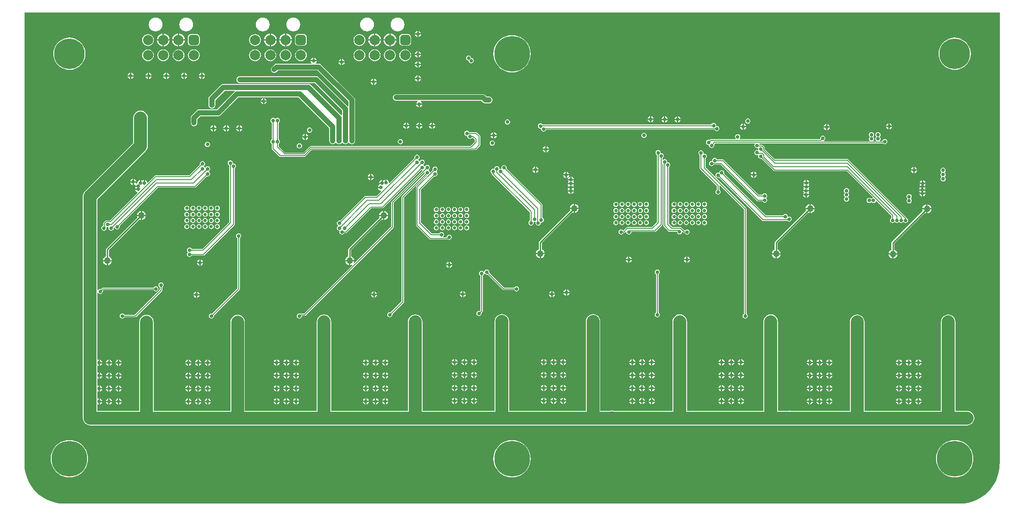
<source format=gbl>
%FSLAX44Y44*%
%MOMM*%
G71*
G01*
G75*
G04 Layer_Physical_Order=4*
G04 Layer_Color=16711680*
%ADD10R,1.2000X1.3500*%
%ADD11R,1.4000X2.0000*%
%ADD12R,1.3500X1.2000*%
%ADD13R,2.0000X1.4000*%
%ADD14R,0.7000X0.8000*%
%ADD15R,0.8000X0.7000*%
%ADD16R,2.8000X1.3500*%
%ADD17R,1.3000X0.8000*%
%ADD18R,5.3500X8.5400*%
%ADD19R,0.8900X3.0600*%
%ADD20O,0.3500X2.2000*%
%ADD21O,0.3500X1.5500*%
%ADD22R,1.3500X2.8000*%
%ADD23O,0.6000X2.2000*%
%ADD24O,2.1000X0.4500*%
%ADD25O,0.6000X1.8000*%
%ADD26R,7.4000X5.0000*%
%ADD27C,1.0160*%
%ADD28C,0.1524*%
%ADD29C,0.7620*%
%ADD30C,0.2540*%
%ADD31C,0.5080*%
%ADD32C,0.6350*%
%ADD33C,0.2032*%
%ADD34C,0.3048*%
%ADD35R,177.7702X1.3208*%
%ADD36C,2.0000*%
G04:AMPARAMS|DCode=37|XSize=2mm|YSize=2mm|CornerRadius=0.5mm|HoleSize=0mm|Usage=FLASHONLY|Rotation=180.000|XOffset=0mm|YOffset=0mm|HoleType=Round|Shape=RoundedRectangle|*
%AMROUNDEDRECTD37*
21,1,2.0000,1.0000,0,0,180.0*
21,1,1.0000,2.0000,0,0,180.0*
1,1,1.0000,-0.5000,0.5000*
1,1,1.0000,0.5000,0.5000*
1,1,1.0000,0.5000,-0.5000*
1,1,1.0000,-0.5000,-0.5000*
%
%ADD37ROUNDEDRECTD37*%
%ADD38C,7.0000*%
%ADD39C,6.0000*%
%ADD40C,0.7000*%
%ADD41C,1.2700*%
%ADD42C,0.6600*%
%ADD43C,2.0160*%
%ADD44C,3.4160*%
%ADD45C,4.5160*%
%ADD46C,4.1160*%
G04:AMPARAMS|DCode=47|XSize=1.824mm|YSize=1.824mm|CornerRadius=0mm|HoleSize=0mm|Usage=FLASHONLY|Rotation=0.000|XOffset=0mm|YOffset=0mm|HoleType=Round|Shape=Relief|Width=0.254mm|Gap=0.254mm|Entries=4|*
%AMTHD47*
7,0,0,1.8240,1.3160,0.2540,45*
%
%ADD47THD47*%
%ADD48C,1.3160*%
%ADD49C,1.7272*%
%ADD50C,1.3460*%
G04:AMPARAMS|DCode=51|XSize=2.524mm|YSize=2.524mm|CornerRadius=0mm|HoleSize=0mm|Usage=FLASHONLY|Rotation=0.000|XOffset=0mm|YOffset=0mm|HoleType=Round|Shape=Relief|Width=0.254mm|Gap=0.254mm|Entries=4|*
%AMTHD51*
7,0,0,2.5240,2.0160,0.2540,45*
%
%ADD51THD51*%
G04:AMPARAMS|DCode=52|XSize=2.2352mm|YSize=2.2352mm|CornerRadius=0mm|HoleSize=0mm|Usage=FLASHONLY|Rotation=0.000|XOffset=0mm|YOffset=0mm|HoleType=Round|Shape=Relief|Width=0.254mm|Gap=0.254mm|Entries=4|*
%AMTHD52*
7,0,0,2.2352,1.7272,0.2540,45*
%
%ADD52THD52*%
%ADD53C,2.5400*%
G36*
X958447Y-880000D02*
X958447Y-880000D01*
X958275Y-880000D01*
X958231D01*
X958231Y-880000D01*
X958217D01*
X958219Y-880005D01*
X958219D01*
X958232Y-880035D01*
Y-880035D01*
X958232D01*
X958232Y-880035D01*
X958232D01*
D01*
D01*
X958294Y-883239D01*
X957983Y-888787D01*
X956509Y-897463D01*
X954072Y-905919D01*
X950705Y-914050D01*
X946448Y-921752D01*
X941355Y-928929D01*
X935491Y-935491D01*
X928929Y-941355D01*
X921752Y-946448D01*
X914050Y-950705D01*
X905919Y-954072D01*
X897463Y-956509D01*
X888787Y-957983D01*
X880113Y-958470D01*
X880000Y-958447D01*
X-879753D01*
X-879965Y-958232D01*
Y-958232D01*
X-879965D01*
D01*
D01*
X-879965D01*
X-880000Y-958217D01*
Y-958217D01*
X-884615Y-958217D01*
X-888787Y-957983D01*
X-897463Y-956509D01*
X-905919Y-954072D01*
X-914050Y-950705D01*
X-921752Y-946448D01*
X-928929Y-941355D01*
X-935491Y-935491D01*
X-941355Y-928929D01*
X-946448Y-921752D01*
X-950705Y-914050D01*
X-954072Y-905919D01*
X-956509Y-897463D01*
X-957983Y-888786D01*
X-958295Y-883236D01*
X-958295Y-883236D01*
X-958295Y-883236D01*
X-958232Y-880035D01*
D01*
X-958232Y-880035D01*
D01*
D01*
D01*
D01*
Y-880035D01*
X-958219Y-880005D01*
X-958219D01*
X-958217Y-880000D01*
X-958231D01*
X-958231Y-880000D01*
X-958275D01*
X-958445Y-880000D01*
X-958447Y-879997D01*
Y-879997D01*
X-958447D01*
D01*
Y7448D01*
X958447D01*
Y-880000D01*
D02*
G37*
%LPC*%
G36*
X-76070Y-706700D02*
X-80706D01*
X-80490Y-707787D01*
X-79155Y-709785D01*
X-77157Y-711120D01*
X-76070Y-711336D01*
Y-706700D01*
D02*
G37*
G36*
X-68895D02*
X-73530D01*
Y-711336D01*
X-72443Y-711120D01*
X-70446Y-709785D01*
X-69111Y-707787D01*
X-68895Y-706700D01*
D02*
G37*
G36*
X61090D02*
X56454D01*
X56670Y-707787D01*
X58005Y-709785D01*
X60003Y-711120D01*
X61090Y-711336D01*
Y-706700D01*
D02*
G37*
G36*
X-94910D02*
X-99546D01*
X-99330Y-707787D01*
X-97995Y-709785D01*
X-95997Y-711120D01*
X-94910Y-711336D01*
Y-706700D01*
D02*
G37*
G36*
X-87735D02*
X-92370D01*
Y-711336D01*
X-91284Y-711120D01*
X-89286Y-709785D01*
X-87951Y-707787D01*
X-87735Y-706700D01*
D02*
G37*
G36*
X-106994D02*
X-111630D01*
Y-711336D01*
X-110543Y-711120D01*
X-108546Y-709785D01*
X-107211Y-707787D01*
X-106994Y-706700D01*
D02*
G37*
G36*
X68266D02*
X63630D01*
Y-711336D01*
X64717Y-711120D01*
X66714Y-709785D01*
X68049Y-707787D01*
X68266Y-706700D01*
D02*
G37*
G36*
X106365D02*
X101730D01*
Y-711336D01*
X102816Y-711120D01*
X104814Y-709785D01*
X106149Y-707787D01*
X106365Y-706700D01*
D02*
G37*
G36*
X-810130Y-700795D02*
Y-705430D01*
X-805495D01*
X-805711Y-704344D01*
X-807046Y-702346D01*
X-809044Y-701011D01*
X-810130Y-700795D01*
D02*
G37*
G36*
X-793411D02*
X-794497Y-701011D01*
X-796495Y-702346D01*
X-797830Y-704344D01*
X-798046Y-705430D01*
X-793411D01*
Y-700795D01*
D02*
G37*
G36*
X80350Y-706700D02*
X75714D01*
X75930Y-707787D01*
X77265Y-709785D01*
X79263Y-711120D01*
X80350Y-711336D01*
Y-706700D01*
D02*
G37*
G36*
X87525D02*
X82890D01*
Y-711336D01*
X83976Y-711120D01*
X85974Y-709785D01*
X87309Y-707787D01*
X87525Y-706700D01*
D02*
G37*
G36*
X99190D02*
X94554D01*
X94770Y-707787D01*
X96105Y-709785D01*
X98103Y-711120D01*
X99190Y-711336D01*
Y-706700D01*
D02*
G37*
G36*
X-114170D02*
X-118806D01*
X-118590Y-707787D01*
X-117255Y-709785D01*
X-115257Y-711120D01*
X-114170Y-711336D01*
Y-706700D01*
D02*
G37*
G36*
X429659Y-707190D02*
X425024D01*
X425240Y-708277D01*
X426575Y-710275D01*
X428573Y-711610D01*
X429659Y-711826D01*
Y-707190D01*
D02*
G37*
G36*
X436835D02*
X432199D01*
Y-711826D01*
X433286Y-711610D01*
X435284Y-710275D01*
X436619Y-708277D01*
X436835Y-707190D01*
D02*
G37*
G36*
X448500D02*
X443864D01*
X444080Y-708277D01*
X445415Y-710275D01*
X447413Y-711610D01*
X448500Y-711826D01*
Y-707190D01*
D02*
G37*
G36*
X-243235Y-707480D02*
X-247870D01*
Y-712116D01*
X-246784Y-711900D01*
X-244786Y-710565D01*
X-243451Y-708567D01*
X-243235Y-707480D01*
D02*
G37*
G36*
X410400Y-707190D02*
X405764D01*
X405980Y-708277D01*
X407315Y-710275D01*
X409313Y-711610D01*
X410400Y-711826D01*
Y-707190D01*
D02*
G37*
G36*
X417575D02*
X412940D01*
Y-711826D01*
X414026Y-711610D01*
X416024Y-710275D01*
X417359Y-708277D01*
X417575Y-707190D01*
D02*
G37*
G36*
X455675D02*
X451040D01*
Y-711826D01*
X452126Y-711610D01*
X454124Y-710275D01*
X455459Y-708277D01*
X455675Y-707190D01*
D02*
G37*
G36*
X261575Y-707190D02*
X256940D01*
Y-711826D01*
X258026Y-711610D01*
X260024Y-710275D01*
X261359Y-708277D01*
X261575Y-707190D01*
D02*
G37*
G36*
X273240D02*
X268604D01*
X268820Y-708277D01*
X270155Y-710275D01*
X272153Y-711610D01*
X273240Y-711826D01*
Y-707190D01*
D02*
G37*
G36*
X280415D02*
X275780D01*
Y-711826D01*
X276866Y-711610D01*
X278864Y-710275D01*
X280199Y-708277D01*
X280415Y-707190D01*
D02*
G37*
G36*
X235140D02*
X230504D01*
X230720Y-708277D01*
X232055Y-710275D01*
X234053Y-711610D01*
X235140Y-711826D01*
Y-707190D01*
D02*
G37*
G36*
X242316D02*
X237680D01*
Y-711826D01*
X238766Y-711610D01*
X240764Y-710275D01*
X242099Y-708277D01*
X242316Y-707190D01*
D02*
G37*
G36*
X254400D02*
X249764D01*
X249980Y-708277D01*
X251315Y-710275D01*
X253313Y-711610D01*
X254400Y-711826D01*
Y-707190D01*
D02*
G37*
G36*
X778490Y-700394D02*
X777403Y-700611D01*
X775405Y-701945D01*
X774070Y-703943D01*
X773854Y-705030D01*
X778490D01*
Y-700394D01*
D02*
G37*
G36*
X781030D02*
Y-705030D01*
X785666D01*
X785449Y-703943D01*
X784114Y-701945D01*
X782116Y-700611D01*
X781030Y-700394D01*
D02*
G37*
G36*
X797330D02*
X796243Y-700611D01*
X794245Y-701945D01*
X792911Y-703943D01*
X792694Y-705030D01*
X797330D01*
Y-700394D01*
D02*
G37*
G36*
X624610Y-700394D02*
Y-705030D01*
X629245D01*
X629029Y-703943D01*
X627694Y-701945D01*
X625696Y-700611D01*
X624610Y-700394D01*
D02*
G37*
G36*
X759230Y-700394D02*
X758143Y-700611D01*
X756145Y-701945D01*
X754810Y-703943D01*
X754594Y-705030D01*
X759230D01*
Y-700394D01*
D02*
G37*
G36*
X761770D02*
Y-705030D01*
X766406D01*
X766190Y-703943D01*
X764855Y-701945D01*
X762857Y-700611D01*
X761770Y-700394D01*
D02*
G37*
G36*
X799870D02*
Y-705030D01*
X804506D01*
X804290Y-703943D01*
X802955Y-701945D01*
X800957Y-700611D01*
X799870Y-700394D01*
D02*
G37*
G36*
X-441970Y-700304D02*
Y-704940D01*
X-437335D01*
X-437551Y-703854D01*
X-438886Y-701856D01*
X-440884Y-700521D01*
X-441970Y-700304D01*
D02*
G37*
G36*
X-425670D02*
X-426757Y-700521D01*
X-428755Y-701856D01*
X-430090Y-703854D01*
X-430306Y-704940D01*
X-425670D01*
Y-700304D01*
D02*
G37*
G36*
X-423130D02*
Y-704940D01*
X-418494D01*
X-418711Y-703854D01*
X-420046Y-701856D01*
X-422043Y-700521D01*
X-423130Y-700304D01*
D02*
G37*
G36*
X-463770D02*
X-464857Y-700521D01*
X-466855Y-701856D01*
X-468190Y-703854D01*
X-468406Y-704940D01*
X-463770D01*
Y-700304D01*
D02*
G37*
G36*
X-461230D02*
Y-704940D01*
X-456595D01*
X-456811Y-703854D01*
X-458146Y-701856D01*
X-460144Y-700521D01*
X-461230Y-700304D01*
D02*
G37*
G36*
X-444510D02*
X-445597Y-700521D01*
X-447595Y-701856D01*
X-448930Y-703854D01*
X-449146Y-704940D01*
X-444510D01*
Y-700304D01*
D02*
G37*
G36*
X622070Y-700394D02*
X620983Y-700611D01*
X618985Y-701945D01*
X617650Y-703943D01*
X617434Y-705030D01*
X622070D01*
Y-700394D01*
D02*
G37*
G36*
X-637410Y-700795D02*
X-638497Y-701011D01*
X-640495Y-702346D01*
X-641830Y-704344D01*
X-642046Y-705430D01*
X-637410D01*
Y-700795D01*
D02*
G37*
G36*
X-634870D02*
Y-705430D01*
X-630235D01*
X-630451Y-704344D01*
X-631786Y-702346D01*
X-633784Y-701011D01*
X-634870Y-700795D01*
D02*
G37*
G36*
X-618151D02*
X-619237Y-701011D01*
X-621235Y-702346D01*
X-622570Y-704344D01*
X-622786Y-705430D01*
X-618151D01*
Y-700795D01*
D02*
G37*
G36*
X-790871D02*
Y-705430D01*
X-786235D01*
X-786451Y-704344D01*
X-787786Y-702346D01*
X-789784Y-701011D01*
X-790871Y-700795D01*
D02*
G37*
G36*
X-774570D02*
X-775657Y-701011D01*
X-777655Y-702346D01*
X-778990Y-704344D01*
X-779206Y-705430D01*
X-774570D01*
Y-700795D01*
D02*
G37*
G36*
X-772030D02*
Y-705430D01*
X-767395D01*
X-767611Y-704344D01*
X-768946Y-702346D01*
X-770944Y-701011D01*
X-772030Y-700795D01*
D02*
G37*
G36*
X-615611D02*
Y-705430D01*
X-610975D01*
X-611191Y-704344D01*
X-612526Y-702346D01*
X-614524Y-701011D01*
X-615611Y-700795D01*
D02*
G37*
G36*
X586510Y-700394D02*
Y-705030D01*
X591146D01*
X590929Y-703943D01*
X589594Y-701945D01*
X587597Y-700611D01*
X586510Y-700394D01*
D02*
G37*
G36*
X603230D02*
X602143Y-700611D01*
X600145Y-701945D01*
X598810Y-703943D01*
X598594Y-705030D01*
X603230D01*
Y-700394D01*
D02*
G37*
G36*
X605770D02*
Y-705030D01*
X610405D01*
X610189Y-703943D01*
X608854Y-701945D01*
X606856Y-700611D01*
X605770Y-700394D01*
D02*
G37*
G36*
X-599310Y-700795D02*
X-600397Y-701011D01*
X-602395Y-702346D01*
X-603730Y-704344D01*
X-603946Y-705430D01*
X-599310D01*
Y-700795D01*
D02*
G37*
G36*
X-596770D02*
Y-705430D01*
X-592135D01*
X-592351Y-704344D01*
X-593686Y-702346D01*
X-595684Y-701011D01*
X-596770Y-700795D01*
D02*
G37*
G36*
X583970Y-700394D02*
X582883Y-700611D01*
X580885Y-701945D01*
X579550Y-703943D01*
X579334Y-705030D01*
X583970D01*
Y-700394D01*
D02*
G37*
G36*
X-250410Y-707480D02*
X-255046D01*
X-254830Y-708567D01*
X-253495Y-710565D01*
X-251497Y-711900D01*
X-250410Y-712116D01*
Y-707480D01*
D02*
G37*
G36*
X80140Y-724924D02*
X79053Y-725141D01*
X77055Y-726476D01*
X75720Y-728474D01*
X75504Y-729560D01*
X80140D01*
Y-724924D01*
D02*
G37*
G36*
X82680D02*
Y-729560D01*
X87316D01*
X87099Y-728474D01*
X85764Y-726476D01*
X83766Y-725141D01*
X82680Y-724924D01*
D02*
G37*
G36*
X99190D02*
X98103Y-725141D01*
X96105Y-726476D01*
X94770Y-728474D01*
X94554Y-729560D01*
X99190D01*
Y-724924D01*
D02*
G37*
G36*
X-73530D02*
Y-729560D01*
X-68895D01*
X-69111Y-728474D01*
X-70446Y-726476D01*
X-72443Y-725141D01*
X-73530Y-724924D01*
D02*
G37*
G36*
X61090D02*
X60003Y-725141D01*
X58005Y-726476D01*
X56670Y-728474D01*
X56454Y-729560D01*
X61090D01*
Y-724924D01*
D02*
G37*
G36*
X63630D02*
Y-729560D01*
X68266D01*
X68049Y-728474D01*
X66714Y-726476D01*
X64717Y-725141D01*
X63630Y-724924D01*
D02*
G37*
G36*
X101730D02*
Y-729560D01*
X106365D01*
X106149Y-728474D01*
X104814Y-726476D01*
X102816Y-725141D01*
X101730Y-724924D01*
D02*
G37*
G36*
X-774570Y-707970D02*
X-779206D01*
X-778990Y-709057D01*
X-777655Y-711055D01*
X-775657Y-712390D01*
X-774570Y-712606D01*
Y-707970D01*
D02*
G37*
G36*
X-767395D02*
X-772030D01*
Y-712606D01*
X-770944Y-712390D01*
X-768946Y-711055D01*
X-767611Y-709057D01*
X-767395Y-707970D01*
D02*
G37*
G36*
X-637410D02*
X-642046D01*
X-641830Y-709057D01*
X-640495Y-711055D01*
X-638497Y-712390D01*
X-637410Y-712606D01*
Y-707970D01*
D02*
G37*
G36*
X-805495D02*
X-810130D01*
Y-712606D01*
X-809044Y-712390D01*
X-807046Y-711055D01*
X-805711Y-709057D01*
X-805495Y-707970D01*
D02*
G37*
G36*
X-793411D02*
X-798046D01*
X-797830Y-709057D01*
X-796495Y-711055D01*
X-794497Y-712390D01*
X-793411Y-712606D01*
Y-707970D01*
D02*
G37*
G36*
X-786235D02*
X-790871D01*
Y-712606D01*
X-789784Y-712390D01*
X-787786Y-711055D01*
X-786451Y-709057D01*
X-786235Y-707970D01*
D02*
G37*
G36*
X-76070Y-724924D02*
X-77157Y-725141D01*
X-79155Y-726476D01*
X-80490Y-728474D01*
X-80706Y-729560D01*
X-76070D01*
Y-724924D01*
D02*
G37*
G36*
X235140Y-725415D02*
X234053Y-725631D01*
X232055Y-726966D01*
X230720Y-728963D01*
X230504Y-730050D01*
X235140D01*
Y-725415D01*
D02*
G37*
G36*
X237680D02*
Y-730050D01*
X242316D01*
X242099Y-728963D01*
X240764Y-726966D01*
X238766Y-725631D01*
X237680Y-725415D01*
D02*
G37*
G36*
X254190D02*
X253103Y-725631D01*
X251105Y-726966D01*
X249770Y-728963D01*
X249554Y-730050D01*
X254190D01*
Y-725415D01*
D02*
G37*
G36*
X431990Y-725415D02*
Y-730050D01*
X436625D01*
X436409Y-728964D01*
X435074Y-726966D01*
X433076Y-725631D01*
X431990Y-725415D01*
D02*
G37*
G36*
X448500D02*
X447413Y-725631D01*
X445415Y-726966D01*
X444080Y-728964D01*
X443864Y-730050D01*
X448500D01*
Y-725415D01*
D02*
G37*
G36*
X451040D02*
Y-730050D01*
X455675D01*
X455459Y-728964D01*
X454124Y-726966D01*
X452126Y-725631D01*
X451040Y-725415D01*
D02*
G37*
G36*
X256730Y-725415D02*
Y-730050D01*
X261366D01*
X261149Y-728963D01*
X259814Y-726966D01*
X257817Y-725631D01*
X256730Y-725415D01*
D02*
G37*
G36*
X-111630Y-724924D02*
Y-729560D01*
X-106994D01*
X-107211Y-728474D01*
X-108546Y-726476D01*
X-110543Y-725141D01*
X-111630Y-724924D01*
D02*
G37*
G36*
X-95120D02*
X-96207Y-725141D01*
X-98205Y-726476D01*
X-99540Y-728474D01*
X-99756Y-729560D01*
X-95120D01*
Y-724924D01*
D02*
G37*
G36*
X-92580D02*
Y-729560D01*
X-87944D01*
X-88161Y-728474D01*
X-89496Y-726476D01*
X-91494Y-725141D01*
X-92580Y-724924D01*
D02*
G37*
G36*
X273240Y-725415D02*
X272153Y-725631D01*
X270155Y-726966D01*
X268820Y-728963D01*
X268604Y-730050D01*
X273240D01*
Y-725415D01*
D02*
G37*
G36*
X275780D02*
Y-730050D01*
X280415D01*
X280199Y-728963D01*
X278864Y-726966D01*
X276866Y-725631D01*
X275780Y-725415D01*
D02*
G37*
G36*
X-114170Y-724924D02*
X-115257Y-725141D01*
X-117255Y-726476D01*
X-118590Y-728474D01*
X-118806Y-729560D01*
X-114170D01*
Y-724924D01*
D02*
G37*
G36*
X-463770Y-707480D02*
X-468406D01*
X-468190Y-708567D01*
X-466855Y-710565D01*
X-464857Y-711900D01*
X-463770Y-712116D01*
Y-707480D01*
D02*
G37*
G36*
X-456595D02*
X-461230D01*
Y-712116D01*
X-460144Y-711900D01*
X-458146Y-710565D01*
X-456811Y-708567D01*
X-456595Y-707480D01*
D02*
G37*
G36*
X-444510D02*
X-449146D01*
X-448930Y-708567D01*
X-447595Y-710565D01*
X-445597Y-711900D01*
X-444510Y-712116D01*
Y-707480D01*
D02*
G37*
G36*
X785666Y-707570D02*
X781030D01*
Y-712206D01*
X782116Y-711990D01*
X784114Y-710655D01*
X785449Y-708657D01*
X785666Y-707570D01*
D02*
G37*
G36*
X797330D02*
X792694D01*
X792911Y-708657D01*
X794245Y-710655D01*
X796243Y-711990D01*
X797330Y-712206D01*
Y-707570D01*
D02*
G37*
G36*
X804506D02*
X799870D01*
Y-712206D01*
X800957Y-711990D01*
X802955Y-710655D01*
X804290Y-708657D01*
X804506Y-707570D01*
D02*
G37*
G36*
X-437335Y-707480D02*
X-441970D01*
Y-712116D01*
X-440884Y-711900D01*
X-438886Y-710565D01*
X-437551Y-708567D01*
X-437335Y-707480D01*
D02*
G37*
G36*
X-281334D02*
X-285970D01*
Y-712116D01*
X-284883Y-711900D01*
X-282886Y-710565D01*
X-281551Y-708567D01*
X-281334Y-707480D01*
D02*
G37*
G36*
X-269250D02*
X-273886D01*
X-273670Y-708567D01*
X-272335Y-710565D01*
X-270337Y-711900D01*
X-269250Y-712116D01*
Y-707480D01*
D02*
G37*
G36*
X-262075D02*
X-266710D01*
Y-712116D01*
X-265624Y-711900D01*
X-263626Y-710565D01*
X-262291Y-708567D01*
X-262075Y-707480D01*
D02*
G37*
G36*
X-425670D02*
X-430306D01*
X-430090Y-708567D01*
X-428755Y-710565D01*
X-426757Y-711900D01*
X-425670Y-712116D01*
Y-707480D01*
D02*
G37*
G36*
X-418494D02*
X-423130D01*
Y-712116D01*
X-422043Y-711900D01*
X-420046Y-710565D01*
X-418711Y-708567D01*
X-418494Y-707480D01*
D02*
G37*
G36*
X-288510D02*
X-293146D01*
X-292930Y-708567D01*
X-291595Y-710565D01*
X-289597Y-711900D01*
X-288510Y-712116D01*
Y-707480D01*
D02*
G37*
G36*
X778490Y-707570D02*
X773854D01*
X774070Y-708657D01*
X775405Y-710655D01*
X777403Y-711990D01*
X778490Y-712206D01*
Y-707570D01*
D02*
G37*
G36*
X-599310Y-707970D02*
X-603946D01*
X-603730Y-709057D01*
X-602395Y-711055D01*
X-600397Y-712390D01*
X-599310Y-712606D01*
Y-707970D01*
D02*
G37*
G36*
X-592135D02*
X-596770D01*
Y-712606D01*
X-595684Y-712390D01*
X-593686Y-711055D01*
X-592351Y-709057D01*
X-592135Y-707970D01*
D02*
G37*
G36*
X583970Y-707570D02*
X579334D01*
X579550Y-708657D01*
X580885Y-710655D01*
X582883Y-711990D01*
X583970Y-712206D01*
Y-707570D01*
D02*
G37*
G36*
X-630235Y-707970D02*
X-634870D01*
Y-712606D01*
X-633784Y-712390D01*
X-631786Y-711055D01*
X-630451Y-709057D01*
X-630235Y-707970D01*
D02*
G37*
G36*
X-618151D02*
X-622786D01*
X-622570Y-709057D01*
X-621235Y-711055D01*
X-619237Y-712390D01*
X-618151Y-712606D01*
Y-707970D01*
D02*
G37*
G36*
X-610975D02*
X-615611D01*
Y-712606D01*
X-614524Y-712390D01*
X-612526Y-711055D01*
X-611191Y-709057D01*
X-610975Y-707970D01*
D02*
G37*
G36*
X591146Y-707570D02*
X586510D01*
Y-712206D01*
X587597Y-711990D01*
X589594Y-710655D01*
X590929Y-708657D01*
X591146Y-707570D01*
D02*
G37*
G36*
X629245D02*
X624610D01*
Y-712206D01*
X625696Y-711990D01*
X627694Y-710655D01*
X629029Y-708657D01*
X629245Y-707570D01*
D02*
G37*
G36*
X759230Y-707570D02*
X754594D01*
X754810Y-708657D01*
X756145Y-710655D01*
X758143Y-711990D01*
X759230Y-712206D01*
Y-707570D01*
D02*
G37*
G36*
X766406D02*
X761770D01*
Y-712206D01*
X762857Y-711990D01*
X764855Y-710655D01*
X766190Y-708657D01*
X766406Y-707570D01*
D02*
G37*
G36*
X603230Y-707570D02*
X598594D01*
X598810Y-708657D01*
X600145Y-710655D01*
X602143Y-711990D01*
X603230Y-712206D01*
Y-707570D01*
D02*
G37*
G36*
X610405D02*
X605770D01*
Y-712206D01*
X606856Y-711990D01*
X608854Y-710655D01*
X610189Y-708657D01*
X610405Y-707570D01*
D02*
G37*
G36*
X622070D02*
X617434D01*
X617650Y-708657D01*
X618985Y-710655D01*
X620983Y-711990D01*
X622070Y-712206D01*
Y-707570D01*
D02*
G37*
G36*
X242316Y-681790D02*
X237680D01*
Y-686426D01*
X238766Y-686210D01*
X240764Y-684875D01*
X242099Y-682877D01*
X242316Y-681790D01*
D02*
G37*
G36*
X254400D02*
X249764D01*
X249980Y-682877D01*
X251315Y-684875D01*
X253313Y-686210D01*
X254400Y-686426D01*
Y-681790D01*
D02*
G37*
G36*
X261575D02*
X256940D01*
Y-686426D01*
X258026Y-686210D01*
X260024Y-684875D01*
X261359Y-682877D01*
X261575Y-681790D01*
D02*
G37*
G36*
X448500Y-681790D02*
X443864D01*
X444080Y-682877D01*
X445415Y-684875D01*
X447413Y-686210D01*
X448500Y-686426D01*
Y-681790D01*
D02*
G37*
G36*
X455675D02*
X451040D01*
Y-686426D01*
X452126Y-686210D01*
X454124Y-684875D01*
X455459Y-682877D01*
X455675Y-681790D01*
D02*
G37*
G36*
X235140Y-681790D02*
X230504D01*
X230720Y-682877D01*
X232055Y-684875D01*
X234053Y-686210D01*
X235140Y-686426D01*
Y-681790D01*
D02*
G37*
G36*
X273240D02*
X268604D01*
X268820Y-682877D01*
X270155Y-684875D01*
X272153Y-686210D01*
X273240Y-686426D01*
Y-681790D01*
D02*
G37*
G36*
X-94910Y-681300D02*
X-99546D01*
X-99330Y-682387D01*
X-97995Y-684385D01*
X-95997Y-685720D01*
X-94910Y-685936D01*
Y-681300D01*
D02*
G37*
G36*
X-87735D02*
X-92370D01*
Y-685936D01*
X-91284Y-685720D01*
X-89286Y-684385D01*
X-87951Y-682387D01*
X-87735Y-681300D01*
D02*
G37*
G36*
X-76070D02*
X-80706D01*
X-80490Y-682387D01*
X-79155Y-684385D01*
X-77157Y-685720D01*
X-76070Y-685936D01*
Y-681300D01*
D02*
G37*
G36*
X280415Y-681790D02*
X275780D01*
Y-686426D01*
X276866Y-686210D01*
X278864Y-684875D01*
X280199Y-682877D01*
X280415Y-681790D01*
D02*
G37*
G36*
X-114170Y-681300D02*
X-118806D01*
X-118590Y-682387D01*
X-117255Y-684385D01*
X-115257Y-685720D01*
X-114170Y-685936D01*
Y-681300D01*
D02*
G37*
G36*
X-106994D02*
X-111630D01*
Y-685936D01*
X-110543Y-685720D01*
X-108546Y-684385D01*
X-107211Y-682387D01*
X-106994Y-681300D01*
D02*
G37*
G36*
X436835Y-681790D02*
X432199D01*
Y-686426D01*
X433286Y-686210D01*
X435284Y-684875D01*
X436619Y-682877D01*
X436835Y-681790D01*
D02*
G37*
G36*
X-418494Y-682080D02*
X-423130D01*
Y-686716D01*
X-422043Y-686500D01*
X-420046Y-685165D01*
X-418711Y-683167D01*
X-418494Y-682080D01*
D02*
G37*
G36*
X-288510D02*
X-293146D01*
X-292930Y-683167D01*
X-291595Y-685165D01*
X-289597Y-686500D01*
X-288510Y-686716D01*
Y-682080D01*
D02*
G37*
G36*
X-281334D02*
X-285970D01*
Y-686716D01*
X-284883Y-686500D01*
X-282886Y-685165D01*
X-281551Y-683167D01*
X-281334Y-682080D01*
D02*
G37*
G36*
X-444510D02*
X-449146D01*
X-448930Y-683167D01*
X-447595Y-685165D01*
X-445597Y-686500D01*
X-444510Y-686716D01*
Y-682080D01*
D02*
G37*
G36*
X-437335D02*
X-441970D01*
Y-686716D01*
X-440884Y-686500D01*
X-438886Y-685165D01*
X-437551Y-683167D01*
X-437335Y-682080D01*
D02*
G37*
G36*
X-425670D02*
X-430306D01*
X-430090Y-683167D01*
X-428755Y-685165D01*
X-426757Y-686500D01*
X-425670Y-686716D01*
Y-682080D01*
D02*
G37*
G36*
X-269250D02*
X-273886D01*
X-273670Y-683167D01*
X-272335Y-685165D01*
X-270337Y-686500D01*
X-269250Y-686716D01*
Y-682080D01*
D02*
G37*
G36*
X410400Y-681790D02*
X405764D01*
X405980Y-682877D01*
X407315Y-684875D01*
X409313Y-686210D01*
X410400Y-686426D01*
Y-681790D01*
D02*
G37*
G36*
X417575D02*
X412940D01*
Y-686426D01*
X414026Y-686210D01*
X416024Y-684875D01*
X417359Y-682877D01*
X417575Y-681790D01*
D02*
G37*
G36*
X429659D02*
X425024D01*
X425240Y-682877D01*
X426575Y-684875D01*
X428573Y-686210D01*
X429659Y-686426D01*
Y-681790D01*
D02*
G37*
G36*
X-262075Y-682080D02*
X-266710D01*
Y-686716D01*
X-265624Y-686500D01*
X-263626Y-685165D01*
X-262291Y-683167D01*
X-262075Y-682080D01*
D02*
G37*
G36*
X-250410D02*
X-255046D01*
X-254830Y-683167D01*
X-253495Y-685165D01*
X-251497Y-686500D01*
X-250410Y-686716D01*
Y-682080D01*
D02*
G37*
G36*
X-243235D02*
X-247870D01*
Y-686716D01*
X-246784Y-686500D01*
X-244786Y-685165D01*
X-243451Y-683167D01*
X-243235Y-682080D01*
D02*
G37*
G36*
X-596770Y-675395D02*
Y-680030D01*
X-592135D01*
X-592351Y-678944D01*
X-593686Y-676946D01*
X-595684Y-675611D01*
X-596770Y-675395D01*
D02*
G37*
G36*
X583970Y-674994D02*
X582883Y-675211D01*
X580885Y-676545D01*
X579550Y-678543D01*
X579334Y-679630D01*
X583970D01*
Y-674994D01*
D02*
G37*
G36*
X586510D02*
Y-679630D01*
X591146D01*
X590929Y-678543D01*
X589594Y-676545D01*
X587597Y-675211D01*
X586510Y-674994D01*
D02*
G37*
G36*
X-618151Y-675395D02*
X-619237Y-675611D01*
X-621235Y-676946D01*
X-622570Y-678944D01*
X-622786Y-680030D01*
X-618151D01*
Y-675395D01*
D02*
G37*
G36*
X-615611D02*
Y-680030D01*
X-610975D01*
X-611191Y-678944D01*
X-612526Y-676946D01*
X-614524Y-675611D01*
X-615611Y-675395D01*
D02*
G37*
G36*
X-599310D02*
X-600397Y-675611D01*
X-602395Y-676946D01*
X-603730Y-678944D01*
X-603946Y-680030D01*
X-599310D01*
Y-675395D01*
D02*
G37*
G36*
X603230Y-674994D02*
X602143Y-675211D01*
X600145Y-676545D01*
X598810Y-678543D01*
X598594Y-679630D01*
X603230D01*
Y-674994D01*
D02*
G37*
G36*
X759230Y-674994D02*
X758143Y-675210D01*
X756145Y-676545D01*
X754810Y-678543D01*
X754594Y-679630D01*
X759230D01*
Y-674994D01*
D02*
G37*
G36*
X761770D02*
Y-679630D01*
X766406D01*
X766190Y-678543D01*
X764855Y-676545D01*
X762857Y-675210D01*
X761770Y-674994D01*
D02*
G37*
G36*
X778490D02*
X777403Y-675210D01*
X775405Y-676545D01*
X774070Y-678543D01*
X773854Y-679630D01*
X778490D01*
Y-674994D01*
D02*
G37*
G36*
X605770Y-674994D02*
Y-679630D01*
X610405D01*
X610189Y-678543D01*
X608854Y-676545D01*
X606856Y-675211D01*
X605770Y-674994D01*
D02*
G37*
G36*
X622070D02*
X620983Y-675211D01*
X618985Y-676545D01*
X617650Y-678543D01*
X617434Y-679630D01*
X622070D01*
Y-674994D01*
D02*
G37*
G36*
X624610D02*
Y-679630D01*
X629245D01*
X629029Y-678543D01*
X627694Y-676545D01*
X625696Y-675211D01*
X624610Y-674994D01*
D02*
G37*
G36*
X-634870Y-675395D02*
Y-680030D01*
X-630235D01*
X-630451Y-678944D01*
X-631786Y-676946D01*
X-633784Y-675611D01*
X-634870Y-675395D01*
D02*
G37*
G36*
X80350Y-681300D02*
X75714D01*
X75930Y-682387D01*
X77265Y-684385D01*
X79263Y-685720D01*
X80350Y-685936D01*
Y-681300D01*
D02*
G37*
G36*
X87525D02*
X82890D01*
Y-685936D01*
X83976Y-685720D01*
X85974Y-684385D01*
X87309Y-682387D01*
X87525Y-681300D01*
D02*
G37*
G36*
X99190D02*
X94554D01*
X94770Y-682387D01*
X96105Y-684385D01*
X98103Y-685720D01*
X99190Y-685936D01*
Y-681300D01*
D02*
G37*
G36*
X-68895D02*
X-73530D01*
Y-685936D01*
X-72443Y-685720D01*
X-70446Y-684385D01*
X-69111Y-682387D01*
X-68895Y-681300D01*
D02*
G37*
G36*
X61090D02*
X56454D01*
X56670Y-682387D01*
X58005Y-684385D01*
X60003Y-685720D01*
X61090Y-685936D01*
Y-681300D01*
D02*
G37*
G36*
X68266D02*
X63630D01*
Y-685936D01*
X64717Y-685720D01*
X66714Y-684385D01*
X68049Y-682387D01*
X68266Y-681300D01*
D02*
G37*
G36*
X106365D02*
X101730D01*
Y-685936D01*
X102816Y-685720D01*
X104814Y-684385D01*
X106149Y-682387D01*
X106365Y-681300D01*
D02*
G37*
G36*
X-774570Y-675395D02*
X-775657Y-675611D01*
X-777655Y-676946D01*
X-778990Y-678944D01*
X-779206Y-680030D01*
X-774570D01*
Y-675395D01*
D02*
G37*
G36*
X-772030D02*
Y-680030D01*
X-767395D01*
X-767611Y-678944D01*
X-768946Y-676946D01*
X-770944Y-675611D01*
X-772030Y-675395D01*
D02*
G37*
G36*
X-637410D02*
X-638497Y-675611D01*
X-640495Y-676946D01*
X-641830Y-678944D01*
X-642046Y-680030D01*
X-637410D01*
Y-675395D01*
D02*
G37*
G36*
X-810130D02*
Y-680030D01*
X-805495D01*
X-805711Y-678944D01*
X-807046Y-676946D01*
X-809044Y-675611D01*
X-810130Y-675395D01*
D02*
G37*
G36*
X-793411D02*
X-794497Y-675611D01*
X-796495Y-676946D01*
X-797830Y-678944D01*
X-798046Y-680030D01*
X-793411D01*
Y-675395D01*
D02*
G37*
G36*
X-790871D02*
Y-680030D01*
X-786235D01*
X-786451Y-678944D01*
X-787786Y-676946D01*
X-789784Y-675611D01*
X-790871Y-675395D01*
D02*
G37*
G36*
X-456595Y-682080D02*
X-461230D01*
Y-686716D01*
X-460144Y-686500D01*
X-458146Y-685165D01*
X-456811Y-683167D01*
X-456595Y-682080D01*
D02*
G37*
G36*
X275780Y-700014D02*
Y-704650D01*
X280415D01*
X280199Y-703564D01*
X278864Y-701566D01*
X276866Y-700231D01*
X275780Y-700014D01*
D02*
G37*
G36*
X-114170Y-699525D02*
X-115257Y-699741D01*
X-117255Y-701076D01*
X-118590Y-703074D01*
X-118806Y-704160D01*
X-114170D01*
Y-699525D01*
D02*
G37*
G36*
X-111630D02*
Y-704160D01*
X-106994D01*
X-107211Y-703074D01*
X-108546Y-701076D01*
X-110543Y-699741D01*
X-111630Y-699525D01*
D02*
G37*
G36*
X254400Y-700014D02*
X253313Y-700231D01*
X251315Y-701566D01*
X249980Y-703564D01*
X249764Y-704650D01*
X254400D01*
Y-700014D01*
D02*
G37*
G36*
X256940D02*
Y-704650D01*
X261575D01*
X261359Y-703564D01*
X260024Y-701566D01*
X258026Y-700231D01*
X256940Y-700014D01*
D02*
G37*
G36*
X273240D02*
X272153Y-700231D01*
X270155Y-701566D01*
X268820Y-703564D01*
X268604Y-704650D01*
X273240D01*
Y-700014D01*
D02*
G37*
G36*
X-94910Y-699525D02*
X-95997Y-699741D01*
X-97995Y-701076D01*
X-99330Y-703074D01*
X-99546Y-704160D01*
X-94910D01*
Y-699525D01*
D02*
G37*
G36*
X61090D02*
X60003Y-699741D01*
X58005Y-701076D01*
X56670Y-703074D01*
X56454Y-704160D01*
X61090D01*
Y-699525D01*
D02*
G37*
G36*
X63630D02*
Y-704160D01*
X68266D01*
X68049Y-703074D01*
X66714Y-701076D01*
X64717Y-699741D01*
X63630Y-699525D01*
D02*
G37*
G36*
X80350D02*
X79263Y-699741D01*
X77265Y-701076D01*
X75930Y-703074D01*
X75714Y-704160D01*
X80350D01*
Y-699525D01*
D02*
G37*
G36*
X-92370D02*
Y-704160D01*
X-87735D01*
X-87951Y-703074D01*
X-89286Y-701076D01*
X-91284Y-699741D01*
X-92370Y-699525D01*
D02*
G37*
G36*
X-76070D02*
X-77157Y-699741D01*
X-79155Y-701076D01*
X-80490Y-703074D01*
X-80706Y-704160D01*
X-76070D01*
Y-699525D01*
D02*
G37*
G36*
X-73530D02*
Y-704160D01*
X-68895D01*
X-69111Y-703074D01*
X-70446Y-701076D01*
X-72443Y-699741D01*
X-73530Y-699525D01*
D02*
G37*
G36*
X237680Y-700014D02*
Y-704650D01*
X242316D01*
X242099Y-703564D01*
X240764Y-701566D01*
X238766Y-700231D01*
X237680Y-700014D01*
D02*
G37*
G36*
X-266710Y-700304D02*
Y-704940D01*
X-262075D01*
X-262291Y-703854D01*
X-263626Y-701856D01*
X-265624Y-700521D01*
X-266710Y-700304D01*
D02*
G37*
G36*
X-250410D02*
X-251497Y-700521D01*
X-253495Y-701856D01*
X-254830Y-703854D01*
X-255046Y-704940D01*
X-250410D01*
Y-700304D01*
D02*
G37*
G36*
X-247870D02*
Y-704940D01*
X-243235D01*
X-243451Y-703854D01*
X-244786Y-701856D01*
X-246784Y-700521D01*
X-247870Y-700304D01*
D02*
G37*
G36*
X-288510D02*
X-289597Y-700521D01*
X-291595Y-701856D01*
X-292930Y-703854D01*
X-293146Y-704940D01*
X-288510D01*
Y-700304D01*
D02*
G37*
G36*
X-285970D02*
Y-704940D01*
X-281334D01*
X-281551Y-703854D01*
X-282886Y-701856D01*
X-284883Y-700521D01*
X-285970Y-700304D01*
D02*
G37*
G36*
X-269250D02*
X-270337Y-700521D01*
X-272335Y-701856D01*
X-273670Y-703854D01*
X-273886Y-704940D01*
X-269250D01*
Y-700304D01*
D02*
G37*
G36*
X410400Y-700015D02*
X409313Y-700231D01*
X407315Y-701566D01*
X405980Y-703564D01*
X405764Y-704650D01*
X410400D01*
Y-700015D01*
D02*
G37*
G36*
X448500D02*
X447413Y-700231D01*
X445415Y-701566D01*
X444080Y-703564D01*
X443864Y-704650D01*
X448500D01*
Y-700015D01*
D02*
G37*
G36*
X451040D02*
Y-704650D01*
X455675D01*
X455459Y-703564D01*
X454124Y-701566D01*
X452126Y-700231D01*
X451040Y-700015D01*
D02*
G37*
G36*
X235140Y-700014D02*
X234053Y-700231D01*
X232055Y-701566D01*
X230720Y-703564D01*
X230504Y-704650D01*
X235140D01*
Y-700014D01*
D02*
G37*
G36*
X412940Y-700015D02*
Y-704650D01*
X417575D01*
X417359Y-703564D01*
X416024Y-701566D01*
X414026Y-700231D01*
X412940Y-700015D01*
D02*
G37*
G36*
X429659D02*
X428573Y-700231D01*
X426575Y-701566D01*
X425240Y-703564D01*
X425024Y-704650D01*
X429659D01*
Y-700015D01*
D02*
G37*
G36*
X432199D02*
Y-704650D01*
X436835D01*
X436619Y-703564D01*
X435284Y-701566D01*
X433286Y-700231D01*
X432199Y-700015D01*
D02*
G37*
G36*
X610405Y-682170D02*
X605770D01*
Y-686806D01*
X606856Y-686590D01*
X608854Y-685255D01*
X610189Y-683257D01*
X610405Y-682170D01*
D02*
G37*
G36*
X622070D02*
X617434D01*
X617650Y-683257D01*
X618985Y-685255D01*
X620983Y-686590D01*
X622070Y-686806D01*
Y-682170D01*
D02*
G37*
G36*
X629245D02*
X624610D01*
Y-686806D01*
X625696Y-686590D01*
X627694Y-685255D01*
X629029Y-683257D01*
X629245Y-682170D01*
D02*
G37*
G36*
X583970D02*
X579334D01*
X579550Y-683257D01*
X580885Y-685255D01*
X582883Y-686590D01*
X583970Y-686806D01*
Y-682170D01*
D02*
G37*
G36*
X591146D02*
X586510D01*
Y-686806D01*
X587597Y-686590D01*
X589594Y-685255D01*
X590929Y-683257D01*
X591146Y-682170D01*
D02*
G37*
G36*
X603230D02*
X598594D01*
X598810Y-683257D01*
X600145Y-685255D01*
X602143Y-686590D01*
X603230Y-686806D01*
Y-682170D01*
D02*
G37*
G36*
X759230Y-682170D02*
X754594D01*
X754810Y-683257D01*
X756145Y-685255D01*
X758143Y-686590D01*
X759230Y-686806D01*
Y-682170D01*
D02*
G37*
G36*
X797330D02*
X792694D01*
X792911Y-683257D01*
X794245Y-685255D01*
X796243Y-686590D01*
X797330Y-686806D01*
Y-682170D01*
D02*
G37*
G36*
X804506D02*
X799870D01*
Y-686806D01*
X800957Y-686590D01*
X802955Y-685255D01*
X804290Y-683257D01*
X804506Y-682170D01*
D02*
G37*
G36*
X-463770Y-682080D02*
X-468406D01*
X-468190Y-683167D01*
X-466855Y-685165D01*
X-464857Y-686500D01*
X-463770Y-686716D01*
Y-682080D01*
D02*
G37*
G36*
X766406Y-682170D02*
X761770D01*
Y-686806D01*
X762857Y-686590D01*
X764855Y-685255D01*
X766190Y-683257D01*
X766406Y-682170D01*
D02*
G37*
G36*
X778490D02*
X773854D01*
X774070Y-683257D01*
X775405Y-685255D01*
X777403Y-686590D01*
X778490Y-686806D01*
Y-682170D01*
D02*
G37*
G36*
X785666D02*
X781030D01*
Y-686806D01*
X782116Y-686590D01*
X784114Y-685255D01*
X785449Y-683257D01*
X785666Y-682170D01*
D02*
G37*
G36*
X-592135Y-682570D02*
X-596770D01*
Y-687206D01*
X-595684Y-686990D01*
X-593686Y-685655D01*
X-592351Y-683657D01*
X-592135Y-682570D01*
D02*
G37*
G36*
X-805495D02*
X-810130D01*
Y-687206D01*
X-809044Y-686990D01*
X-807046Y-685655D01*
X-805711Y-683657D01*
X-805495Y-682570D01*
D02*
G37*
G36*
X-793411D02*
X-798046D01*
X-797830Y-683657D01*
X-796495Y-685655D01*
X-794497Y-686990D01*
X-793411Y-687206D01*
Y-682570D01*
D02*
G37*
G36*
X-786235D02*
X-790871D01*
Y-687206D01*
X-789784Y-686990D01*
X-787786Y-685655D01*
X-786451Y-683657D01*
X-786235Y-682570D01*
D02*
G37*
G36*
X82890Y-699525D02*
Y-704160D01*
X87525D01*
X87309Y-703074D01*
X85974Y-701076D01*
X83976Y-699741D01*
X82890Y-699525D01*
D02*
G37*
G36*
X99190D02*
X98103Y-699741D01*
X96105Y-701076D01*
X94770Y-703074D01*
X94554Y-704160D01*
X99190D01*
Y-699525D01*
D02*
G37*
G36*
X101730D02*
Y-704160D01*
X106365D01*
X106149Y-703074D01*
X104814Y-701076D01*
X102816Y-699741D01*
X101730Y-699525D01*
D02*
G37*
G36*
X-774570Y-682570D02*
X-779206D01*
X-778990Y-683657D01*
X-777655Y-685655D01*
X-775657Y-686990D01*
X-774570Y-687206D01*
Y-682570D01*
D02*
G37*
G36*
X-618151D02*
X-622786D01*
X-622570Y-683657D01*
X-621235Y-685655D01*
X-619237Y-686990D01*
X-618151Y-687206D01*
Y-682570D01*
D02*
G37*
G36*
X-610975D02*
X-615611D01*
Y-687206D01*
X-614524Y-686990D01*
X-612526Y-685655D01*
X-611191Y-683657D01*
X-610975Y-682570D01*
D02*
G37*
G36*
X-599310D02*
X-603946D01*
X-603730Y-683657D01*
X-602395Y-685655D01*
X-600397Y-686990D01*
X-599310Y-687206D01*
Y-682570D01*
D02*
G37*
G36*
X-767395D02*
X-772030D01*
Y-687206D01*
X-770944Y-686990D01*
X-768946Y-685655D01*
X-767611Y-683657D01*
X-767395Y-682570D01*
D02*
G37*
G36*
X-637410D02*
X-642046D01*
X-641830Y-683657D01*
X-640495Y-685655D01*
X-638497Y-686990D01*
X-637410Y-687206D01*
Y-682570D01*
D02*
G37*
G36*
X-630235D02*
X-634870D01*
Y-687206D01*
X-633784Y-686990D01*
X-631786Y-685655D01*
X-630451Y-683657D01*
X-630235Y-682570D01*
D02*
G37*
G36*
X-596770Y-751595D02*
Y-756230D01*
X-592135D01*
X-592351Y-755144D01*
X-593686Y-753146D01*
X-595684Y-751811D01*
X-596770Y-751595D01*
D02*
G37*
G36*
X583970Y-751194D02*
X582883Y-751411D01*
X580885Y-752746D01*
X579550Y-754743D01*
X579334Y-755830D01*
X583970D01*
Y-751194D01*
D02*
G37*
G36*
X586510D02*
Y-755830D01*
X591146D01*
X590929Y-754743D01*
X589594Y-752746D01*
X587597Y-751411D01*
X586510Y-751194D01*
D02*
G37*
G36*
X-618360Y-751595D02*
X-619447Y-751811D01*
X-621445Y-753146D01*
X-622780Y-755144D01*
X-622996Y-756230D01*
X-618360D01*
Y-751595D01*
D02*
G37*
G36*
X-615820D02*
Y-756230D01*
X-611185D01*
X-611401Y-755144D01*
X-612736Y-753146D01*
X-614734Y-751811D01*
X-615820Y-751595D01*
D02*
G37*
G36*
X-599310D02*
X-600397Y-751811D01*
X-602395Y-753146D01*
X-603730Y-755144D01*
X-603946Y-756230D01*
X-599310D01*
Y-751595D01*
D02*
G37*
G36*
X603020Y-751194D02*
X601933Y-751411D01*
X599935Y-752746D01*
X598600Y-754743D01*
X598384Y-755830D01*
X603020D01*
Y-751194D01*
D02*
G37*
G36*
X759230Y-751194D02*
X758143Y-751411D01*
X756145Y-752745D01*
X754810Y-754743D01*
X754594Y-755830D01*
X759230D01*
Y-751194D01*
D02*
G37*
G36*
X761770D02*
Y-755830D01*
X766406D01*
X766190Y-754743D01*
X764855Y-752745D01*
X762857Y-751411D01*
X761770Y-751194D01*
D02*
G37*
G36*
X778280D02*
X777193Y-751411D01*
X775195Y-752745D01*
X773860Y-754743D01*
X773644Y-755830D01*
X778280D01*
Y-751194D01*
D02*
G37*
G36*
X605560Y-751194D02*
Y-755830D01*
X610196D01*
X609979Y-754743D01*
X608644Y-752746D01*
X606646Y-751411D01*
X605560Y-751194D01*
D02*
G37*
G36*
X622070D02*
X620983Y-751411D01*
X618985Y-752746D01*
X617650Y-754743D01*
X617434Y-755830D01*
X622070D01*
Y-751194D01*
D02*
G37*
G36*
X624610D02*
Y-755830D01*
X629245D01*
X629029Y-754743D01*
X627694Y-752746D01*
X625696Y-751411D01*
X624610Y-751194D01*
D02*
G37*
G36*
X-634870Y-751595D02*
Y-756230D01*
X-630235D01*
X-630451Y-755144D01*
X-631786Y-753146D01*
X-633784Y-751811D01*
X-634870Y-751595D01*
D02*
G37*
G36*
X80140Y-757500D02*
X75504D01*
X75720Y-758587D01*
X77055Y-760585D01*
X79053Y-761920D01*
X80140Y-762136D01*
Y-757500D01*
D02*
G37*
G36*
X87316D02*
X82680D01*
Y-762136D01*
X83766Y-761920D01*
X85764Y-760585D01*
X87099Y-758587D01*
X87316Y-757500D01*
D02*
G37*
G36*
X99190D02*
X94554D01*
X94770Y-758587D01*
X96105Y-760585D01*
X98103Y-761920D01*
X99190Y-762136D01*
Y-757500D01*
D02*
G37*
G36*
X-68895D02*
X-73530D01*
Y-762136D01*
X-72443Y-761920D01*
X-70446Y-760585D01*
X-69111Y-758587D01*
X-68895Y-757500D01*
D02*
G37*
G36*
X61090D02*
X56454D01*
X56670Y-758587D01*
X58005Y-760585D01*
X60003Y-761920D01*
X61090Y-762136D01*
Y-757500D01*
D02*
G37*
G36*
X68266D02*
X63630D01*
Y-762136D01*
X64717Y-761920D01*
X66714Y-760585D01*
X68049Y-758587D01*
X68266Y-757500D01*
D02*
G37*
G36*
X106365D02*
X101730D01*
Y-762136D01*
X102816Y-761920D01*
X104814Y-760585D01*
X106149Y-758587D01*
X106365Y-757500D01*
D02*
G37*
G36*
X-774570Y-751595D02*
X-775657Y-751811D01*
X-777655Y-753146D01*
X-778990Y-755144D01*
X-779206Y-756230D01*
X-774570D01*
Y-751595D01*
D02*
G37*
G36*
X-772030D02*
Y-756230D01*
X-767395D01*
X-767611Y-755144D01*
X-768946Y-753146D01*
X-770944Y-751811D01*
X-772030Y-751595D01*
D02*
G37*
G36*
X-637410D02*
X-638497Y-751811D01*
X-640495Y-753146D01*
X-641830Y-755144D01*
X-642046Y-756230D01*
X-637410D01*
Y-751595D01*
D02*
G37*
G36*
X-810130D02*
Y-756230D01*
X-805495D01*
X-805711Y-755144D01*
X-807046Y-753146D01*
X-809044Y-751811D01*
X-810130Y-751595D01*
D02*
G37*
G36*
X-793620D02*
X-794707Y-751811D01*
X-796705Y-753146D01*
X-798040Y-755144D01*
X-798256Y-756230D01*
X-793620D01*
Y-751595D01*
D02*
G37*
G36*
X-791080D02*
Y-756230D01*
X-786445D01*
X-786661Y-755144D01*
X-787996Y-753146D01*
X-789994Y-751811D01*
X-791080Y-751595D01*
D02*
G37*
G36*
X429450Y-750815D02*
X428363Y-751031D01*
X426365Y-752366D01*
X425030Y-754364D01*
X424814Y-755450D01*
X429450D01*
Y-750815D01*
D02*
G37*
G36*
X431990D02*
Y-755450D01*
X436625D01*
X436409Y-754364D01*
X435074Y-752366D01*
X433076Y-751031D01*
X431990Y-750815D01*
D02*
G37*
G36*
X448500D02*
X447413Y-751031D01*
X445415Y-752366D01*
X444080Y-754364D01*
X443864Y-755450D01*
X448500D01*
Y-750815D01*
D02*
G37*
G36*
X-247870Y-751105D02*
Y-755740D01*
X-243235D01*
X-243451Y-754653D01*
X-244786Y-752656D01*
X-246784Y-751321D01*
X-247870Y-751105D01*
D02*
G37*
G36*
X410400Y-750815D02*
X409313Y-751031D01*
X407315Y-752366D01*
X405980Y-754364D01*
X405764Y-755450D01*
X410400D01*
Y-750815D01*
D02*
G37*
G36*
X412940D02*
Y-755450D01*
X417575D01*
X417359Y-754364D01*
X416024Y-752366D01*
X414026Y-751031D01*
X412940Y-750815D01*
D02*
G37*
G36*
X451040D02*
Y-755450D01*
X455675D01*
X455459Y-754364D01*
X454124Y-752366D01*
X452126Y-751031D01*
X451040Y-750815D01*
D02*
G37*
G36*
X256730Y-750815D02*
Y-755450D01*
X261366D01*
X261149Y-754363D01*
X259814Y-752366D01*
X257817Y-751031D01*
X256730Y-750815D01*
D02*
G37*
G36*
X273240D02*
X272153Y-751031D01*
X270155Y-752366D01*
X268820Y-754363D01*
X268604Y-755450D01*
X273240D01*
Y-750815D01*
D02*
G37*
G36*
X275780D02*
Y-755450D01*
X280415D01*
X280199Y-754363D01*
X278864Y-752366D01*
X276866Y-751031D01*
X275780Y-750815D01*
D02*
G37*
G36*
X235140D02*
X234053Y-751031D01*
X232055Y-752366D01*
X230720Y-754363D01*
X230504Y-755450D01*
X235140D01*
Y-750815D01*
D02*
G37*
G36*
X237680D02*
Y-755450D01*
X242316D01*
X242099Y-754363D01*
X240764Y-752366D01*
X238766Y-751031D01*
X237680Y-750815D01*
D02*
G37*
G36*
X254190D02*
X253103Y-751031D01*
X251105Y-752366D01*
X249770Y-754363D01*
X249554Y-755450D01*
X254190D01*
Y-750815D01*
D02*
G37*
G36*
X-250410Y-751105D02*
X-251497Y-751321D01*
X-253495Y-752656D01*
X-254830Y-754653D01*
X-255046Y-755740D01*
X-250410D01*
Y-751105D01*
D02*
G37*
G36*
X-463770D02*
X-464857Y-751321D01*
X-466855Y-752656D01*
X-468190Y-754653D01*
X-468406Y-755740D01*
X-463770D01*
Y-751105D01*
D02*
G37*
G36*
X-461230D02*
Y-755740D01*
X-456595D01*
X-456811Y-754653D01*
X-458146Y-752656D01*
X-460144Y-751321D01*
X-461230Y-751105D01*
D02*
G37*
G36*
X-444720D02*
X-445807Y-751321D01*
X-447805Y-752656D01*
X-449140Y-754653D01*
X-449356Y-755740D01*
X-444720D01*
Y-751105D01*
D02*
G37*
G36*
X780820Y-751194D02*
Y-755830D01*
X785456D01*
X785240Y-754743D01*
X783905Y-752745D01*
X781907Y-751411D01*
X780820Y-751194D01*
D02*
G37*
G36*
X797330D02*
X796243Y-751411D01*
X794245Y-752745D01*
X792911Y-754743D01*
X792694Y-755830D01*
X797330D01*
Y-751194D01*
D02*
G37*
G36*
X799870D02*
Y-755830D01*
X804506D01*
X804290Y-754743D01*
X802955Y-752745D01*
X800957Y-751411D01*
X799870Y-751194D01*
D02*
G37*
G36*
X-442180Y-751105D02*
Y-755740D01*
X-437545D01*
X-437761Y-754653D01*
X-439096Y-752656D01*
X-441093Y-751321D01*
X-442180Y-751105D01*
D02*
G37*
G36*
X-285970D02*
Y-755740D01*
X-281334D01*
X-281551Y-754653D01*
X-282886Y-752656D01*
X-284883Y-751321D01*
X-285970Y-751105D01*
D02*
G37*
G36*
X-269460D02*
X-270547Y-751321D01*
X-272545Y-752656D01*
X-273880Y-754653D01*
X-274096Y-755740D01*
X-269460D01*
Y-751105D01*
D02*
G37*
G36*
X-266920D02*
Y-755740D01*
X-262285D01*
X-262501Y-754653D01*
X-263836Y-752656D01*
X-265833Y-751321D01*
X-266920Y-751105D01*
D02*
G37*
G36*
X-425670D02*
X-426757Y-751321D01*
X-428755Y-752656D01*
X-430090Y-754653D01*
X-430306Y-755740D01*
X-425670D01*
Y-751105D01*
D02*
G37*
G36*
X-423130D02*
Y-755740D01*
X-418494D01*
X-418711Y-754653D01*
X-420046Y-752656D01*
X-422043Y-751321D01*
X-423130Y-751105D01*
D02*
G37*
G36*
X-288510D02*
X-289597Y-751321D01*
X-291595Y-752656D01*
X-292930Y-754653D01*
X-293146Y-755740D01*
X-288510D01*
Y-751105D01*
D02*
G37*
G36*
X-76070Y-757500D02*
X-80706D01*
X-80490Y-758587D01*
X-79155Y-760585D01*
X-77157Y-761920D01*
X-76070Y-762136D01*
Y-757500D01*
D02*
G37*
G36*
X610196Y-758370D02*
X605560D01*
Y-763006D01*
X606646Y-762790D01*
X608644Y-761455D01*
X609979Y-759457D01*
X610196Y-758370D01*
D02*
G37*
G36*
X622070D02*
X617434D01*
X617650Y-759457D01*
X618985Y-761455D01*
X620983Y-762790D01*
X622070Y-763006D01*
Y-758370D01*
D02*
G37*
G36*
X629245D02*
X624610D01*
Y-763006D01*
X625696Y-762790D01*
X627694Y-761455D01*
X629029Y-759457D01*
X629245Y-758370D01*
D02*
G37*
G36*
X583970D02*
X579334D01*
X579550Y-759457D01*
X580885Y-761455D01*
X582883Y-762790D01*
X583970Y-763006D01*
Y-758370D01*
D02*
G37*
G36*
X591146D02*
X586510D01*
Y-763006D01*
X587597Y-762790D01*
X589594Y-761455D01*
X590929Y-759457D01*
X591146Y-758370D01*
D02*
G37*
G36*
X603020D02*
X598384D01*
X598600Y-759457D01*
X599935Y-761455D01*
X601933Y-762790D01*
X603020Y-763006D01*
Y-758370D01*
D02*
G37*
G36*
X759230Y-758370D02*
X754594D01*
X754810Y-759457D01*
X756145Y-761455D01*
X758143Y-762790D01*
X759230Y-763006D01*
Y-758370D01*
D02*
G37*
G36*
X797330D02*
X792694D01*
X792911Y-759457D01*
X794245Y-761455D01*
X796243Y-762790D01*
X797330Y-763006D01*
Y-758370D01*
D02*
G37*
G36*
X804506D02*
X799870D01*
Y-763006D01*
X800957Y-762790D01*
X802955Y-761455D01*
X804290Y-759457D01*
X804506Y-758370D01*
D02*
G37*
G36*
X-463770Y-758280D02*
X-468406D01*
X-468190Y-759367D01*
X-466855Y-761365D01*
X-464857Y-762700D01*
X-463770Y-762916D01*
Y-758280D01*
D02*
G37*
G36*
X766406Y-758370D02*
X761770D01*
Y-763006D01*
X762857Y-762790D01*
X764855Y-761455D01*
X766190Y-759457D01*
X766406Y-758370D01*
D02*
G37*
G36*
X778280D02*
X773644D01*
X773860Y-759457D01*
X775195Y-761455D01*
X777193Y-762790D01*
X778280Y-763006D01*
Y-758370D01*
D02*
G37*
G36*
X785456D02*
X780820D01*
Y-763006D01*
X781907Y-762790D01*
X783905Y-761455D01*
X785240Y-759457D01*
X785456Y-758370D01*
D02*
G37*
G36*
X-592135Y-758770D02*
X-596770D01*
Y-763406D01*
X-595684Y-763190D01*
X-593686Y-761855D01*
X-592351Y-759857D01*
X-592135Y-758770D01*
D02*
G37*
G36*
X-805495D02*
X-810130D01*
Y-763406D01*
X-809044Y-763190D01*
X-807046Y-761855D01*
X-805711Y-759857D01*
X-805495Y-758770D01*
D02*
G37*
G36*
X-793620D02*
X-798256D01*
X-798040Y-759857D01*
X-796705Y-761855D01*
X-794707Y-763190D01*
X-793620Y-763406D01*
Y-758770D01*
D02*
G37*
G36*
X-786445D02*
X-791080D01*
Y-763406D01*
X-789994Y-763190D01*
X-787996Y-761855D01*
X-786661Y-759857D01*
X-786445Y-758770D01*
D02*
G37*
G36*
X-870000Y-833363D02*
X-875731Y-833814D01*
X-881321Y-835156D01*
X-886633Y-837356D01*
X-891535Y-840360D01*
X-895906Y-844094D01*
X-899640Y-848465D01*
X-902644Y-853367D01*
X-904844Y-858679D01*
X-906186Y-864269D01*
X-906637Y-870000D01*
X-906186Y-875731D01*
X-904844Y-881321D01*
X-902644Y-886633D01*
X-899640Y-891535D01*
X-895906Y-895906D01*
X-891535Y-899640D01*
X-886633Y-902644D01*
X-881321Y-904844D01*
X-875731Y-906186D01*
X-870000Y-906637D01*
X-864269Y-906186D01*
X-858679Y-904844D01*
X-853367Y-902644D01*
X-848465Y-899640D01*
X-844094Y-895906D01*
X-840360Y-891535D01*
X-837356Y-886633D01*
X-835156Y-881321D01*
X-833814Y-875731D01*
X-833363Y-870000D01*
X-833814Y-864269D01*
X-835156Y-858679D01*
X-837356Y-853367D01*
X-840360Y-848465D01*
X-844094Y-844094D01*
X-848465Y-840360D01*
X-853367Y-837356D01*
X-858679Y-835156D01*
X-864269Y-833814D01*
X-870000Y-833363D01*
D02*
G37*
G36*
X0D02*
X-5731Y-833814D01*
X-11321Y-835156D01*
X-16633Y-837356D01*
X-21535Y-840360D01*
X-25906Y-844094D01*
X-29640Y-848465D01*
X-32644Y-853367D01*
X-34844Y-858679D01*
X-36186Y-864269D01*
X-36637Y-870000D01*
X-36186Y-875731D01*
X-34844Y-881321D01*
X-32644Y-886633D01*
X-29640Y-891535D01*
X-25906Y-895906D01*
X-21535Y-899640D01*
X-16633Y-902644D01*
X-11321Y-904844D01*
X-5731Y-906186D01*
X0Y-906637D01*
X5731Y-906186D01*
X11321Y-904844D01*
X16633Y-902644D01*
X21535Y-899640D01*
X25906Y-895906D01*
X29640Y-891535D01*
X32644Y-886633D01*
X34844Y-881321D01*
X36186Y-875731D01*
X36637Y-870000D01*
X36186Y-864269D01*
X34844Y-858679D01*
X32644Y-853367D01*
X29640Y-848465D01*
X25906Y-844094D01*
X21535Y-840360D01*
X16633Y-837356D01*
X11321Y-835156D01*
X5731Y-833814D01*
X0Y-833363D01*
D02*
G37*
G36*
X870000D02*
X864269Y-833814D01*
X858679Y-835156D01*
X853367Y-837356D01*
X848465Y-840360D01*
X844094Y-844094D01*
X840360Y-848465D01*
X837356Y-853367D01*
X835156Y-858679D01*
X833814Y-864269D01*
X833363Y-870000D01*
X833814Y-875731D01*
X835156Y-881321D01*
X837356Y-886633D01*
X840360Y-891535D01*
X844094Y-895906D01*
X848465Y-899640D01*
X853367Y-902644D01*
X858679Y-904844D01*
X864269Y-906186D01*
X870000Y-906637D01*
X875731Y-906186D01*
X881321Y-904844D01*
X886633Y-902644D01*
X891535Y-899640D01*
X895906Y-895906D01*
X899640Y-891535D01*
X902644Y-886633D01*
X904844Y-881321D01*
X906186Y-875731D01*
X906637Y-870000D01*
X906186Y-864269D01*
X904844Y-858679D01*
X902644Y-853367D01*
X899640Y-848465D01*
X895906Y-844094D01*
X891535Y-840360D01*
X886633Y-837356D01*
X881321Y-835156D01*
X875731Y-833814D01*
X870000Y-833363D01*
D02*
G37*
G36*
X-774570Y-758770D02*
X-779206D01*
X-778990Y-759857D01*
X-777655Y-761855D01*
X-775657Y-763190D01*
X-774570Y-763406D01*
Y-758770D01*
D02*
G37*
G36*
X-618360D02*
X-622996D01*
X-622780Y-759857D01*
X-621445Y-761855D01*
X-619447Y-763190D01*
X-618360Y-763406D01*
Y-758770D01*
D02*
G37*
G36*
X-611185D02*
X-615820D01*
Y-763406D01*
X-614734Y-763190D01*
X-612736Y-761855D01*
X-611401Y-759857D01*
X-611185Y-758770D01*
D02*
G37*
G36*
X-599310D02*
X-603946D01*
X-603730Y-759857D01*
X-602395Y-761855D01*
X-600397Y-763190D01*
X-599310Y-763406D01*
Y-758770D01*
D02*
G37*
G36*
X-767395D02*
X-772030D01*
Y-763406D01*
X-770944Y-763190D01*
X-768946Y-761855D01*
X-767611Y-759857D01*
X-767395Y-758770D01*
D02*
G37*
G36*
X-637410D02*
X-642046D01*
X-641830Y-759857D01*
X-640495Y-761855D01*
X-638497Y-763190D01*
X-637410Y-763406D01*
Y-758770D01*
D02*
G37*
G36*
X-630235D02*
X-634870D01*
Y-763406D01*
X-633784Y-763190D01*
X-631786Y-761855D01*
X-630451Y-759857D01*
X-630235Y-758770D01*
D02*
G37*
G36*
X235140Y-757990D02*
X230504D01*
X230720Y-759077D01*
X232055Y-761075D01*
X234053Y-762410D01*
X235140Y-762626D01*
Y-757990D01*
D02*
G37*
G36*
X242316D02*
X237680D01*
Y-762626D01*
X238766Y-762410D01*
X240764Y-761075D01*
X242099Y-759077D01*
X242316Y-757990D01*
D02*
G37*
G36*
X254190D02*
X249554D01*
X249770Y-759077D01*
X251105Y-761075D01*
X253103Y-762410D01*
X254190Y-762626D01*
Y-757990D01*
D02*
G37*
G36*
X436625Y-757990D02*
X431990D01*
Y-762626D01*
X433076Y-762410D01*
X435074Y-761075D01*
X436409Y-759077D01*
X436625Y-757990D01*
D02*
G37*
G36*
X448500D02*
X443864D01*
X444080Y-759077D01*
X445415Y-761075D01*
X447413Y-762410D01*
X448500Y-762626D01*
Y-757990D01*
D02*
G37*
G36*
X455675D02*
X451040D01*
Y-762626D01*
X452126Y-762410D01*
X454124Y-761075D01*
X455459Y-759077D01*
X455675Y-757990D01*
D02*
G37*
G36*
X261366Y-757990D02*
X256730D01*
Y-762626D01*
X257817Y-762410D01*
X259814Y-761075D01*
X261149Y-759077D01*
X261366Y-757990D01*
D02*
G37*
G36*
X-106994Y-757500D02*
X-111630D01*
Y-762136D01*
X-110543Y-761920D01*
X-108546Y-760585D01*
X-107211Y-758587D01*
X-106994Y-757500D01*
D02*
G37*
G36*
X-95120D02*
X-99756D01*
X-99540Y-758587D01*
X-98205Y-760585D01*
X-96207Y-761920D01*
X-95120Y-762136D01*
Y-757500D01*
D02*
G37*
G36*
X-87944D02*
X-92580D01*
Y-762136D01*
X-91494Y-761920D01*
X-89496Y-760585D01*
X-88161Y-758587D01*
X-87944Y-757500D01*
D02*
G37*
G36*
X273240Y-757990D02*
X268604D01*
X268820Y-759077D01*
X270155Y-761075D01*
X272153Y-762410D01*
X273240Y-762626D01*
Y-757990D01*
D02*
G37*
G36*
X280415D02*
X275780D01*
Y-762626D01*
X276866Y-762410D01*
X278864Y-761075D01*
X280199Y-759077D01*
X280415Y-757990D01*
D02*
G37*
G36*
X-114170Y-757500D02*
X-118806D01*
X-118590Y-758587D01*
X-117255Y-760585D01*
X-115257Y-761920D01*
X-114170Y-762136D01*
Y-757500D01*
D02*
G37*
G36*
X429450Y-757990D02*
X424814D01*
X425030Y-759077D01*
X426365Y-761075D01*
X428363Y-762410D01*
X429450Y-762626D01*
Y-757990D01*
D02*
G37*
G36*
X-425670Y-758280D02*
X-430306D01*
X-430090Y-759367D01*
X-428755Y-761365D01*
X-426757Y-762700D01*
X-425670Y-762916D01*
Y-758280D01*
D02*
G37*
G36*
X-418494D02*
X-423130D01*
Y-762916D01*
X-422043Y-762700D01*
X-420046Y-761365D01*
X-418711Y-759367D01*
X-418494Y-758280D01*
D02*
G37*
G36*
X-288510D02*
X-293146D01*
X-292930Y-759367D01*
X-291595Y-761365D01*
X-289597Y-762700D01*
X-288510Y-762916D01*
Y-758280D01*
D02*
G37*
G36*
X-456595D02*
X-461230D01*
Y-762916D01*
X-460144Y-762700D01*
X-458146Y-761365D01*
X-456811Y-759367D01*
X-456595Y-758280D01*
D02*
G37*
G36*
X-444720D02*
X-449356D01*
X-449140Y-759367D01*
X-447805Y-761365D01*
X-445807Y-762700D01*
X-444720Y-762916D01*
Y-758280D01*
D02*
G37*
G36*
X-437545D02*
X-442180D01*
Y-762916D01*
X-441093Y-762700D01*
X-439096Y-761365D01*
X-437761Y-759367D01*
X-437545Y-758280D01*
D02*
G37*
G36*
X-281334D02*
X-285970D01*
Y-762916D01*
X-284883Y-762700D01*
X-282886Y-761365D01*
X-281551Y-759367D01*
X-281334Y-758280D01*
D02*
G37*
G36*
X-243235D02*
X-247870D01*
Y-762916D01*
X-246784Y-762700D01*
X-244786Y-761365D01*
X-243451Y-759367D01*
X-243235Y-758280D01*
D02*
G37*
G36*
X410400Y-757990D02*
X405764D01*
X405980Y-759077D01*
X407315Y-761075D01*
X409313Y-762410D01*
X410400Y-762626D01*
Y-757990D01*
D02*
G37*
G36*
X417575D02*
X412940D01*
Y-762626D01*
X414026Y-762410D01*
X416024Y-761075D01*
X417359Y-759077D01*
X417575Y-757990D01*
D02*
G37*
G36*
X-269460Y-758280D02*
X-274096D01*
X-273880Y-759367D01*
X-272545Y-761365D01*
X-270547Y-762700D01*
X-269460Y-762916D01*
Y-758280D01*
D02*
G37*
G36*
X-262285D02*
X-266920D01*
Y-762916D01*
X-265833Y-762700D01*
X-263836Y-761365D01*
X-262501Y-759367D01*
X-262285Y-758280D01*
D02*
G37*
G36*
X-250410D02*
X-255046D01*
X-254830Y-759367D01*
X-253495Y-761365D01*
X-251497Y-762700D01*
X-250410Y-762916D01*
Y-758280D01*
D02*
G37*
G36*
X-793620Y-726195D02*
X-794707Y-726411D01*
X-796705Y-727746D01*
X-798040Y-729744D01*
X-798256Y-730830D01*
X-793620D01*
Y-726195D01*
D02*
G37*
G36*
X-791080D02*
Y-730830D01*
X-786445D01*
X-786661Y-729744D01*
X-787996Y-727746D01*
X-789994Y-726411D01*
X-791080Y-726195D01*
D02*
G37*
G36*
X-774570D02*
X-775657Y-726411D01*
X-777655Y-727746D01*
X-778990Y-729744D01*
X-779206Y-730830D01*
X-774570D01*
Y-726195D01*
D02*
G37*
G36*
X99190Y-732100D02*
X94554D01*
X94770Y-733187D01*
X96105Y-735185D01*
X98103Y-736520D01*
X99190Y-736736D01*
Y-732100D01*
D02*
G37*
G36*
X106365D02*
X101730D01*
Y-736736D01*
X102816Y-736520D01*
X104814Y-735185D01*
X106149Y-733187D01*
X106365Y-732100D01*
D02*
G37*
G36*
X-810130Y-726195D02*
Y-730830D01*
X-805495D01*
X-805711Y-729744D01*
X-807046Y-727746D01*
X-809044Y-726411D01*
X-810130Y-726195D01*
D02*
G37*
G36*
X-772030D02*
Y-730830D01*
X-767395D01*
X-767611Y-729744D01*
X-768946Y-727746D01*
X-770944Y-726411D01*
X-772030Y-726195D01*
D02*
G37*
G36*
X-615820D02*
Y-730830D01*
X-611185D01*
X-611401Y-729744D01*
X-612736Y-727746D01*
X-614734Y-726411D01*
X-615820Y-726195D01*
D02*
G37*
G36*
X-599310D02*
X-600397Y-726411D01*
X-602395Y-727746D01*
X-603730Y-729744D01*
X-603946Y-730830D01*
X-599310D01*
Y-726195D01*
D02*
G37*
G36*
X-596770D02*
Y-730830D01*
X-592135D01*
X-592351Y-729744D01*
X-593686Y-727746D01*
X-595684Y-726411D01*
X-596770Y-726195D01*
D02*
G37*
G36*
X-637410D02*
X-638497Y-726411D01*
X-640495Y-727746D01*
X-641830Y-729744D01*
X-642046Y-730830D01*
X-637410D01*
Y-726195D01*
D02*
G37*
G36*
X-634870D02*
Y-730830D01*
X-630235D01*
X-630451Y-729744D01*
X-631786Y-727746D01*
X-633784Y-726411D01*
X-634870Y-726195D01*
D02*
G37*
G36*
X-618360D02*
X-619447Y-726411D01*
X-621445Y-727746D01*
X-622780Y-729744D01*
X-622996Y-730830D01*
X-618360D01*
Y-726195D01*
D02*
G37*
G36*
X87316Y-732100D02*
X82680D01*
Y-736736D01*
X83766Y-736520D01*
X85764Y-735185D01*
X87099Y-733187D01*
X87316Y-732100D01*
D02*
G37*
G36*
X280415Y-732590D02*
X275780D01*
Y-737226D01*
X276866Y-737010D01*
X278864Y-735675D01*
X280199Y-733677D01*
X280415Y-732590D01*
D02*
G37*
G36*
X-114170Y-732100D02*
X-118806D01*
X-118590Y-733187D01*
X-117255Y-735185D01*
X-115257Y-736520D01*
X-114170Y-736736D01*
Y-732100D01*
D02*
G37*
G36*
X-106994D02*
X-111630D01*
Y-736736D01*
X-110543Y-736520D01*
X-108546Y-735185D01*
X-107211Y-733187D01*
X-106994Y-732100D01*
D02*
G37*
G36*
X254190Y-732590D02*
X249554D01*
X249770Y-733677D01*
X251105Y-735675D01*
X253103Y-737010D01*
X254190Y-737226D01*
Y-732590D01*
D02*
G37*
G36*
X261366D02*
X256730D01*
Y-737226D01*
X257817Y-737010D01*
X259814Y-735675D01*
X261149Y-733677D01*
X261366Y-732590D01*
D02*
G37*
G36*
X273240D02*
X268604D01*
X268820Y-733677D01*
X270155Y-735675D01*
X272153Y-737010D01*
X273240Y-737226D01*
Y-732590D01*
D02*
G37*
G36*
X-95120Y-732100D02*
X-99756D01*
X-99540Y-733187D01*
X-98205Y-735185D01*
X-96207Y-736520D01*
X-95120Y-736736D01*
Y-732100D01*
D02*
G37*
G36*
X61090D02*
X56454D01*
X56670Y-733187D01*
X58005Y-735185D01*
X60003Y-736520D01*
X61090Y-736736D01*
Y-732100D01*
D02*
G37*
G36*
X68266D02*
X63630D01*
Y-736736D01*
X64717Y-736520D01*
X66714Y-735185D01*
X68049Y-733187D01*
X68266Y-732100D01*
D02*
G37*
G36*
X80140D02*
X75504D01*
X75720Y-733187D01*
X77055Y-735185D01*
X79053Y-736520D01*
X80140Y-736736D01*
Y-732100D01*
D02*
G37*
G36*
X-87944D02*
X-92580D01*
Y-736736D01*
X-91494Y-736520D01*
X-89496Y-735185D01*
X-88161Y-733187D01*
X-87944Y-732100D01*
D02*
G37*
G36*
X-76070D02*
X-80706D01*
X-80490Y-733187D01*
X-79155Y-735185D01*
X-77157Y-736520D01*
X-76070Y-736736D01*
Y-732100D01*
D02*
G37*
G36*
X-68895D02*
X-73530D01*
Y-736736D01*
X-72443Y-736520D01*
X-70446Y-735185D01*
X-69111Y-733187D01*
X-68895Y-732100D01*
D02*
G37*
G36*
X-423130Y-725704D02*
Y-730340D01*
X-418494D01*
X-418711Y-729253D01*
X-420046Y-727256D01*
X-422043Y-725921D01*
X-423130Y-725704D01*
D02*
G37*
G36*
X-288510D02*
X-289597Y-725921D01*
X-291595Y-727256D01*
X-292930Y-729253D01*
X-293146Y-730340D01*
X-288510D01*
Y-725704D01*
D02*
G37*
G36*
X-285970D02*
Y-730340D01*
X-281334D01*
X-281551Y-729253D01*
X-282886Y-727256D01*
X-284883Y-725921D01*
X-285970Y-725704D01*
D02*
G37*
G36*
X-444720D02*
X-445807Y-725921D01*
X-447805Y-727256D01*
X-449140Y-729253D01*
X-449356Y-730340D01*
X-444720D01*
Y-725704D01*
D02*
G37*
G36*
X-442180D02*
Y-730340D01*
X-437545D01*
X-437761Y-729253D01*
X-439096Y-727256D01*
X-441093Y-725921D01*
X-442180Y-725704D01*
D02*
G37*
G36*
X-425670D02*
X-426757Y-725921D01*
X-428755Y-727256D01*
X-430090Y-729253D01*
X-430306Y-730340D01*
X-425670D01*
Y-725704D01*
D02*
G37*
G36*
X-269460D02*
X-270547Y-725921D01*
X-272545Y-727256D01*
X-273880Y-729253D01*
X-274096Y-730340D01*
X-269460D01*
Y-725704D01*
D02*
G37*
G36*
X410400Y-725415D02*
X409313Y-725631D01*
X407315Y-726966D01*
X405980Y-728964D01*
X405764Y-730050D01*
X410400D01*
Y-725415D01*
D02*
G37*
G36*
X412940D02*
Y-730050D01*
X417575D01*
X417359Y-728964D01*
X416024Y-726966D01*
X414026Y-725631D01*
X412940Y-725415D01*
D02*
G37*
G36*
X429450D02*
X428363Y-725631D01*
X426365Y-726966D01*
X425030Y-728964D01*
X424814Y-730050D01*
X429450D01*
Y-725415D01*
D02*
G37*
G36*
X-266920Y-725704D02*
Y-730340D01*
X-262285D01*
X-262501Y-729253D01*
X-263836Y-727256D01*
X-265833Y-725921D01*
X-266920Y-725704D01*
D02*
G37*
G36*
X-250410D02*
X-251497Y-725921D01*
X-253495Y-727256D01*
X-254830Y-729253D01*
X-255046Y-730340D01*
X-250410D01*
Y-725704D01*
D02*
G37*
G36*
X-247870D02*
Y-730340D01*
X-243235D01*
X-243451Y-729253D01*
X-244786Y-727256D01*
X-246784Y-725921D01*
X-247870Y-725704D01*
D02*
G37*
G36*
X-461230D02*
Y-730340D01*
X-456595D01*
X-456811Y-729253D01*
X-458146Y-727256D01*
X-460144Y-725921D01*
X-461230Y-725704D01*
D02*
G37*
G36*
X605560Y-725794D02*
Y-730430D01*
X610196D01*
X609979Y-729343D01*
X608644Y-727346D01*
X606646Y-726011D01*
X605560Y-725794D01*
D02*
G37*
G36*
X622070D02*
X620983Y-726011D01*
X618985Y-727346D01*
X617650Y-729343D01*
X617434Y-730430D01*
X622070D01*
Y-725794D01*
D02*
G37*
G36*
X624610D02*
Y-730430D01*
X629245D01*
X629029Y-729343D01*
X627694Y-727346D01*
X625696Y-726011D01*
X624610Y-725794D01*
D02*
G37*
G36*
X583970D02*
X582883Y-726011D01*
X580885Y-727346D01*
X579550Y-729343D01*
X579334Y-730430D01*
X583970D01*
Y-725794D01*
D02*
G37*
G36*
X586510D02*
Y-730430D01*
X591146D01*
X590929Y-729343D01*
X589594Y-727346D01*
X587597Y-726011D01*
X586510Y-725794D01*
D02*
G37*
G36*
X603020D02*
X601933Y-726011D01*
X599935Y-727346D01*
X598600Y-729343D01*
X598384Y-730430D01*
X603020D01*
Y-725794D01*
D02*
G37*
G36*
X759230Y-725794D02*
X758143Y-726011D01*
X756145Y-727345D01*
X754810Y-729343D01*
X754594Y-730430D01*
X759230D01*
Y-725794D01*
D02*
G37*
G36*
X797330D02*
X796243Y-726011D01*
X794245Y-727345D01*
X792911Y-729343D01*
X792694Y-730430D01*
X797330D01*
Y-725794D01*
D02*
G37*
G36*
X799870D02*
Y-730430D01*
X804506D01*
X804290Y-729343D01*
X802955Y-727345D01*
X800957Y-726011D01*
X799870Y-725794D01*
D02*
G37*
G36*
X-463770Y-725704D02*
X-464857Y-725921D01*
X-466855Y-727256D01*
X-468190Y-729253D01*
X-468406Y-730340D01*
X-463770D01*
Y-725704D01*
D02*
G37*
G36*
X761770Y-725794D02*
Y-730430D01*
X766406D01*
X766190Y-729343D01*
X764855Y-727345D01*
X762857Y-726011D01*
X761770Y-725794D01*
D02*
G37*
G36*
X778280D02*
X777193Y-726011D01*
X775195Y-727345D01*
X773860Y-729343D01*
X773644Y-730430D01*
X778280D01*
Y-725794D01*
D02*
G37*
G36*
X780820D02*
Y-730430D01*
X785456D01*
X785240Y-729343D01*
X783905Y-727345D01*
X781907Y-726011D01*
X780820Y-725794D01*
D02*
G37*
G36*
X242316Y-732590D02*
X237680D01*
Y-737226D01*
X238766Y-737010D01*
X240764Y-735675D01*
X242099Y-733677D01*
X242316Y-732590D01*
D02*
G37*
G36*
X-637410Y-733370D02*
X-642046D01*
X-641830Y-734457D01*
X-640495Y-736455D01*
X-638497Y-737790D01*
X-637410Y-738006D01*
Y-733370D01*
D02*
G37*
G36*
X-630235D02*
X-634870D01*
Y-738006D01*
X-633784Y-737790D01*
X-631786Y-736455D01*
X-630451Y-734457D01*
X-630235Y-733370D01*
D02*
G37*
G36*
X-618360D02*
X-622996D01*
X-622780Y-734457D01*
X-621445Y-736455D01*
X-619447Y-737790D01*
X-618360Y-738006D01*
Y-733370D01*
D02*
G37*
G36*
X-786445D02*
X-791080D01*
Y-738006D01*
X-789994Y-737790D01*
X-787996Y-736455D01*
X-786661Y-734457D01*
X-786445Y-733370D01*
D02*
G37*
G36*
X-774570D02*
X-779206D01*
X-778990Y-734457D01*
X-777655Y-736455D01*
X-775657Y-737790D01*
X-774570Y-738006D01*
Y-733370D01*
D02*
G37*
G36*
X-767395D02*
X-772030D01*
Y-738006D01*
X-770944Y-737790D01*
X-768946Y-736455D01*
X-767611Y-734457D01*
X-767395Y-733370D01*
D02*
G37*
G36*
X-611185D02*
X-615820D01*
Y-738006D01*
X-614734Y-737790D01*
X-612736Y-736455D01*
X-611401Y-734457D01*
X-611185Y-733370D01*
D02*
G37*
G36*
X591146Y-732970D02*
X586510D01*
Y-737606D01*
X587597Y-737390D01*
X589594Y-736055D01*
X590929Y-734057D01*
X591146Y-732970D01*
D02*
G37*
G36*
X603020D02*
X598384D01*
X598600Y-734057D01*
X599935Y-736055D01*
X601933Y-737390D01*
X603020Y-737606D01*
Y-732970D01*
D02*
G37*
G36*
X610196D02*
X605560D01*
Y-737606D01*
X606646Y-737390D01*
X608644Y-736055D01*
X609979Y-734057D01*
X610196Y-732970D01*
D02*
G37*
G36*
X-599310Y-733370D02*
X-603946D01*
X-603730Y-734457D01*
X-602395Y-736455D01*
X-600397Y-737790D01*
X-599310Y-738006D01*
Y-733370D01*
D02*
G37*
G36*
X-592135D02*
X-596770D01*
Y-738006D01*
X-595684Y-737790D01*
X-593686Y-736455D01*
X-592351Y-734457D01*
X-592135Y-733370D01*
D02*
G37*
G36*
X583970Y-732970D02*
X579334D01*
X579550Y-734057D01*
X580885Y-736055D01*
X582883Y-737390D01*
X583970Y-737606D01*
Y-732970D01*
D02*
G37*
G36*
X-793620Y-733370D02*
X-798256D01*
X-798040Y-734457D01*
X-796705Y-736455D01*
X-794707Y-737790D01*
X-793620Y-738006D01*
Y-733370D01*
D02*
G37*
G36*
X-92580Y-750324D02*
Y-754960D01*
X-87944D01*
X-88161Y-753874D01*
X-89496Y-751876D01*
X-91494Y-750541D01*
X-92580Y-750324D01*
D02*
G37*
G36*
X-76070D02*
X-77157Y-750541D01*
X-79155Y-751876D01*
X-80490Y-753874D01*
X-80706Y-754960D01*
X-76070D01*
Y-750324D01*
D02*
G37*
G36*
X-73530D02*
Y-754960D01*
X-68895D01*
X-69111Y-753874D01*
X-70446Y-751876D01*
X-72443Y-750541D01*
X-73530Y-750324D01*
D02*
G37*
G36*
X-114170D02*
X-115257Y-750541D01*
X-117255Y-751876D01*
X-118590Y-753874D01*
X-118806Y-754960D01*
X-114170D01*
Y-750324D01*
D02*
G37*
G36*
X-111630D02*
Y-754960D01*
X-106994D01*
X-107211Y-753874D01*
X-108546Y-751876D01*
X-110543Y-750541D01*
X-111630Y-750324D01*
D02*
G37*
G36*
X-95120D02*
X-96207Y-750541D01*
X-98205Y-751876D01*
X-99540Y-753874D01*
X-99756Y-754960D01*
X-95120D01*
Y-750324D01*
D02*
G37*
G36*
X61090D02*
X60003Y-750541D01*
X58005Y-751876D01*
X56670Y-753874D01*
X56454Y-754960D01*
X61090D01*
Y-750324D01*
D02*
G37*
G36*
X99190D02*
X98103Y-750541D01*
X96105Y-751876D01*
X94770Y-753874D01*
X94554Y-754960D01*
X99190D01*
Y-750324D01*
D02*
G37*
G36*
X101730D02*
Y-754960D01*
X106365D01*
X106149Y-753874D01*
X104814Y-751876D01*
X102816Y-750541D01*
X101730Y-750324D01*
D02*
G37*
G36*
X-805495Y-733370D02*
X-810130D01*
Y-738006D01*
X-809044Y-737790D01*
X-807046Y-736455D01*
X-805711Y-734457D01*
X-805495Y-733370D01*
D02*
G37*
G36*
X63630Y-750324D02*
Y-754960D01*
X68266D01*
X68049Y-753874D01*
X66714Y-751876D01*
X64717Y-750541D01*
X63630Y-750324D01*
D02*
G37*
G36*
X80140D02*
X79053Y-750541D01*
X77055Y-751876D01*
X75720Y-753874D01*
X75504Y-754960D01*
X80140D01*
Y-750324D01*
D02*
G37*
G36*
X82680D02*
Y-754960D01*
X87316D01*
X87099Y-753874D01*
X85764Y-751876D01*
X83766Y-750541D01*
X82680Y-750324D01*
D02*
G37*
G36*
X-262285Y-732880D02*
X-266920D01*
Y-737516D01*
X-265833Y-737300D01*
X-263836Y-735965D01*
X-262501Y-733967D01*
X-262285Y-732880D01*
D02*
G37*
G36*
X-250410D02*
X-255046D01*
X-254830Y-733967D01*
X-253495Y-735965D01*
X-251497Y-737300D01*
X-250410Y-737516D01*
Y-732880D01*
D02*
G37*
G36*
X-243235D02*
X-247870D01*
Y-737516D01*
X-246784Y-737300D01*
X-244786Y-735965D01*
X-243451Y-733967D01*
X-243235Y-732880D01*
D02*
G37*
G36*
X-288510D02*
X-293146D01*
X-292930Y-733967D01*
X-291595Y-735965D01*
X-289597Y-737300D01*
X-288510Y-737516D01*
Y-732880D01*
D02*
G37*
G36*
X-281334D02*
X-285970D01*
Y-737516D01*
X-284883Y-737300D01*
X-282886Y-735965D01*
X-281551Y-733967D01*
X-281334Y-732880D01*
D02*
G37*
G36*
X-269460D02*
X-274096D01*
X-273880Y-733967D01*
X-272545Y-735965D01*
X-270547Y-737300D01*
X-269460Y-737516D01*
Y-732880D01*
D02*
G37*
G36*
X410400Y-732590D02*
X405764D01*
X405980Y-733677D01*
X407315Y-735675D01*
X409313Y-737010D01*
X410400Y-737226D01*
Y-732590D01*
D02*
G37*
G36*
X448500D02*
X443864D01*
X444080Y-733677D01*
X445415Y-735675D01*
X447413Y-737010D01*
X448500Y-737226D01*
Y-732590D01*
D02*
G37*
G36*
X455675D02*
X451040D01*
Y-737226D01*
X452126Y-737010D01*
X454124Y-735675D01*
X455459Y-733677D01*
X455675Y-732590D01*
D02*
G37*
G36*
X235140Y-732590D02*
X230504D01*
X230720Y-733677D01*
X232055Y-735675D01*
X234053Y-737010D01*
X235140Y-737226D01*
Y-732590D01*
D02*
G37*
G36*
X417575Y-732590D02*
X412940D01*
Y-737226D01*
X414026Y-737010D01*
X416024Y-735675D01*
X417359Y-733677D01*
X417575Y-732590D01*
D02*
G37*
G36*
X429450D02*
X424814D01*
X425030Y-733677D01*
X426365Y-735675D01*
X428363Y-737010D01*
X429450Y-737226D01*
Y-732590D01*
D02*
G37*
G36*
X436625D02*
X431990D01*
Y-737226D01*
X433076Y-737010D01*
X435074Y-735675D01*
X436409Y-733677D01*
X436625Y-732590D01*
D02*
G37*
G36*
X-418494Y-732880D02*
X-423130D01*
Y-737516D01*
X-422043Y-737300D01*
X-420046Y-735965D01*
X-418711Y-733967D01*
X-418494Y-732880D01*
D02*
G37*
G36*
X766406Y-732970D02*
X761770D01*
Y-737606D01*
X762857Y-737390D01*
X764855Y-736055D01*
X766190Y-734057D01*
X766406Y-732970D01*
D02*
G37*
G36*
X778280D02*
X773644D01*
X773860Y-734057D01*
X775195Y-736055D01*
X777193Y-737390D01*
X778280Y-737606D01*
Y-732970D01*
D02*
G37*
G36*
X785456D02*
X780820D01*
Y-737606D01*
X781907Y-737390D01*
X783905Y-736055D01*
X785240Y-734057D01*
X785456Y-732970D01*
D02*
G37*
G36*
X622070Y-732970D02*
X617434D01*
X617650Y-734057D01*
X618985Y-736055D01*
X620983Y-737390D01*
X622070Y-737606D01*
Y-732970D01*
D02*
G37*
G36*
X629245D02*
X624610D01*
Y-737606D01*
X625696Y-737390D01*
X627694Y-736055D01*
X629029Y-734057D01*
X629245Y-732970D01*
D02*
G37*
G36*
X759230Y-732970D02*
X754594D01*
X754810Y-734057D01*
X756145Y-736055D01*
X758143Y-737390D01*
X759230Y-737606D01*
Y-732970D01*
D02*
G37*
G36*
X797330D02*
X792694D01*
X792911Y-734057D01*
X794245Y-736055D01*
X796243Y-737390D01*
X797330Y-737606D01*
Y-732970D01*
D02*
G37*
G36*
X-444720Y-732880D02*
X-449356D01*
X-449140Y-733967D01*
X-447805Y-735965D01*
X-445807Y-737300D01*
X-444720Y-737516D01*
Y-732880D01*
D02*
G37*
G36*
X-437545D02*
X-442180D01*
Y-737516D01*
X-441093Y-737300D01*
X-439096Y-735965D01*
X-437761Y-733967D01*
X-437545Y-732880D01*
D02*
G37*
G36*
X-425670D02*
X-430306D01*
X-430090Y-733967D01*
X-428755Y-735965D01*
X-426757Y-737300D01*
X-425670Y-737516D01*
Y-732880D01*
D02*
G37*
G36*
X804506Y-732970D02*
X799870D01*
Y-737606D01*
X800957Y-737390D01*
X802955Y-736055D01*
X804290Y-734057D01*
X804506Y-732970D01*
D02*
G37*
G36*
X-463770Y-732880D02*
X-468406D01*
X-468190Y-733967D01*
X-466855Y-735965D01*
X-464857Y-737300D01*
X-463770Y-737516D01*
Y-732880D01*
D02*
G37*
G36*
X-456595D02*
X-461230D01*
Y-737516D01*
X-460144Y-737300D01*
X-458146Y-735965D01*
X-456811Y-733967D01*
X-456595Y-732880D01*
D02*
G37*
G36*
X-209130Y-216590D02*
X-213766D01*
X-213549Y-217677D01*
X-212215Y-219675D01*
X-210217Y-221010D01*
X-209130Y-221226D01*
Y-216590D01*
D02*
G37*
G36*
X-201954D02*
X-206590D01*
Y-221226D01*
X-205503Y-221010D01*
X-203505Y-219675D01*
X-202170Y-217677D01*
X-201954Y-216590D01*
D02*
G37*
G36*
X-183730D02*
X-188366D01*
X-188150Y-217677D01*
X-186815Y-219675D01*
X-184817Y-221010D01*
X-183730Y-221226D01*
Y-216590D01*
D02*
G37*
G36*
X460106Y-218340D02*
X455470D01*
Y-222976D01*
X456557Y-222760D01*
X458554Y-221425D01*
X459889Y-219427D01*
X460106Y-218340D01*
D02*
G37*
G36*
X739660Y-217990D02*
X735024D01*
X735240Y-219077D01*
X736575Y-221075D01*
X738573Y-222409D01*
X739660Y-222626D01*
Y-217990D01*
D02*
G37*
G36*
X746835D02*
X742200D01*
Y-222626D01*
X743286Y-222409D01*
X745284Y-221075D01*
X746619Y-219077D01*
X746835Y-217990D01*
D02*
G37*
G36*
X-176554Y-216590D02*
X-181190D01*
Y-221226D01*
X-180103Y-221010D01*
X-178105Y-219675D01*
X-176770Y-217677D01*
X-176554Y-216590D01*
D02*
G37*
G36*
X-585652Y-214855D02*
Y-219491D01*
X-581016D01*
X-581232Y-218404D01*
X-582567Y-216406D01*
X-584565Y-215071D01*
X-585652Y-214855D01*
D02*
G37*
G36*
X-562792D02*
X-563879Y-215071D01*
X-565877Y-216406D01*
X-567211Y-218404D01*
X-567428Y-219491D01*
X-562792D01*
Y-214855D01*
D02*
G37*
G36*
X-560252D02*
Y-219491D01*
X-555616D01*
X-555832Y-218404D01*
X-557167Y-216406D01*
X-559165Y-215071D01*
X-560252Y-214855D01*
D02*
G37*
G36*
X-158330Y-216590D02*
X-162966D01*
X-162750Y-217677D01*
X-161415Y-219675D01*
X-159417Y-221010D01*
X-158330Y-221226D01*
Y-216590D01*
D02*
G37*
G36*
X-151154D02*
X-155790D01*
Y-221226D01*
X-154703Y-221010D01*
X-152705Y-219675D01*
X-151370Y-217677D01*
X-151154Y-216590D01*
D02*
G37*
G36*
X-588192Y-214855D02*
X-589279Y-215071D01*
X-591277Y-216406D01*
X-592611Y-218404D01*
X-592828Y-219491D01*
X-588192D01*
Y-214855D01*
D02*
G37*
G36*
X452930Y-218340D02*
X448294D01*
X448510Y-219427D01*
X449845Y-221425D01*
X451843Y-222760D01*
X452930Y-222976D01*
Y-218340D01*
D02*
G37*
G36*
X-34940Y-228615D02*
Y-233250D01*
X-30304D01*
X-30520Y-232164D01*
X-31855Y-230166D01*
X-33853Y-228831D01*
X-34940Y-228615D01*
D02*
G37*
G36*
X-398000Y-218878D02*
X-399960Y-219268D01*
X-401622Y-220378D01*
X-402733Y-222040D01*
X-403122Y-224000D01*
X-402733Y-225960D01*
X-401622Y-227622D01*
X-399960Y-228732D01*
X-398000Y-229122D01*
X-396040Y-228732D01*
X-394378Y-227622D01*
X-393268Y-225960D01*
X-392878Y-224000D01*
X-393268Y-222040D01*
X-394378Y-220378D01*
X-396040Y-219268D01*
X-398000Y-218878D01*
D02*
G37*
G36*
X-588192Y-222031D02*
X-592828D01*
X-592611Y-223117D01*
X-591277Y-225115D01*
X-589279Y-226450D01*
X-588192Y-226666D01*
Y-222031D01*
D02*
G37*
G36*
X-407852Y-231605D02*
X-408939Y-231821D01*
X-410937Y-233156D01*
X-412272Y-235154D01*
X-412488Y-236241D01*
X-407852D01*
Y-231605D01*
D02*
G37*
G36*
X-405312D02*
Y-236241D01*
X-400676D01*
X-400892Y-235154D01*
X-402227Y-233156D01*
X-404225Y-231821D01*
X-405312Y-231605D01*
D02*
G37*
G36*
X-37480Y-228615D02*
X-38566Y-228831D01*
X-40564Y-230166D01*
X-41899Y-232164D01*
X-42115Y-233250D01*
X-37480D01*
Y-228615D01*
D02*
G37*
G36*
X-581016Y-222031D02*
X-585652D01*
Y-226666D01*
X-584565Y-226450D01*
X-582567Y-225115D01*
X-581232Y-223117D01*
X-581016Y-222031D01*
D02*
G37*
G36*
X-530216D02*
X-534852D01*
Y-226666D01*
X-533765Y-226450D01*
X-531767Y-225115D01*
X-530432Y-223117D01*
X-530216Y-222031D01*
D02*
G37*
G36*
X617110Y-219300D02*
X612474D01*
X612690Y-220387D01*
X614025Y-222384D01*
X616023Y-223719D01*
X617110Y-223936D01*
Y-219300D01*
D02*
G37*
G36*
X624286D02*
X619650D01*
Y-223936D01*
X620737Y-223719D01*
X622734Y-222384D01*
X624069Y-220387D01*
X624286Y-219300D01*
D02*
G37*
G36*
X-562792Y-222031D02*
X-567428D01*
X-567211Y-223117D01*
X-565877Y-225115D01*
X-563879Y-226450D01*
X-562792Y-226666D01*
Y-222031D01*
D02*
G37*
G36*
X-555616D02*
X-560252D01*
Y-226666D01*
X-559165Y-226450D01*
X-557167Y-225115D01*
X-555832Y-223117D01*
X-555616Y-222031D01*
D02*
G37*
G36*
X-537392D02*
X-542028D01*
X-541811Y-223117D01*
X-540476Y-225115D01*
X-538479Y-226450D01*
X-537392Y-226666D01*
Y-222031D01*
D02*
G37*
G36*
X323970Y-204306D02*
X319334D01*
X319550Y-205393D01*
X320885Y-207390D01*
X322883Y-208725D01*
X323970Y-208942D01*
Y-204306D01*
D02*
G37*
G36*
X331146D02*
X326510D01*
Y-208942D01*
X327597Y-208725D01*
X329595Y-207390D01*
X330929Y-205393D01*
X331146Y-204306D01*
D02*
G37*
G36*
X298570Y-204218D02*
X293934D01*
X294150Y-205305D01*
X295485Y-207302D01*
X297483Y-208638D01*
X298570Y-208854D01*
Y-204218D01*
D02*
G37*
G36*
X-9000Y-202878D02*
X-10960Y-203267D01*
X-12622Y-204378D01*
X-13733Y-206040D01*
X-14122Y-208000D01*
X-13733Y-209960D01*
X-12622Y-211622D01*
X-10960Y-212733D01*
X-9000Y-213122D01*
X-7040Y-212733D01*
X-5378Y-211622D01*
X-4268Y-209960D01*
X-3878Y-208000D01*
X-4268Y-206040D01*
X-5378Y-204378D01*
X-7040Y-203267D01*
X-9000Y-202878D01*
D02*
G37*
G36*
X396333Y-210010D02*
X394372Y-210400D01*
X392710Y-211511D01*
X391848Y-212802D01*
X59905D01*
X59622Y-212378D01*
X57960Y-211268D01*
X56000Y-210878D01*
X54040Y-211268D01*
X52378Y-212378D01*
X51267Y-214040D01*
X50878Y-216000D01*
X51267Y-217960D01*
X52378Y-219622D01*
X54040Y-220732D01*
X56000Y-221122D01*
X56009Y-221121D01*
X56907Y-222019D01*
X56905Y-222027D01*
X57295Y-223988D01*
X58405Y-225650D01*
X60067Y-226760D01*
X62027Y-227150D01*
X63988Y-226760D01*
X65649Y-225650D01*
X66760Y-223988D01*
X66859Y-223491D01*
X397875D01*
X398738Y-224782D01*
X400400Y-225893D01*
X402360Y-226283D01*
X404320Y-225893D01*
X405982Y-224782D01*
X407093Y-223120D01*
X407482Y-221160D01*
X407093Y-219200D01*
X405982Y-217538D01*
X404320Y-216428D01*
X402360Y-216038D01*
X402351Y-216039D01*
X401453Y-215141D01*
X401455Y-215133D01*
X401065Y-213172D01*
X399955Y-211511D01*
X398293Y-210400D01*
X396333Y-210010D01*
D02*
G37*
G36*
X463362Y-201065D02*
X461402Y-201455D01*
X459740Y-202565D01*
X458629Y-204227D01*
X458240Y-206187D01*
X458629Y-208148D01*
X459740Y-209809D01*
X461402Y-210920D01*
X463362Y-211310D01*
X465322Y-210920D01*
X466984Y-209809D01*
X468094Y-208148D01*
X468484Y-206187D01*
X468094Y-204227D01*
X466984Y-202565D01*
X465322Y-201455D01*
X463362Y-201065D01*
D02*
G37*
G36*
X305746Y-204218D02*
X301110D01*
Y-208854D01*
X302197Y-208638D01*
X304195Y-207302D01*
X305529Y-205305D01*
X305746Y-204218D01*
D02*
G37*
G36*
X326510Y-197130D02*
Y-201766D01*
X331146D01*
X330929Y-200679D01*
X329595Y-198681D01*
X327597Y-197346D01*
X326510Y-197130D01*
D02*
G37*
G36*
X298570Y-197042D02*
X297483Y-197258D01*
X295485Y-198593D01*
X294150Y-200591D01*
X293934Y-201678D01*
X298570D01*
Y-197042D01*
D02*
G37*
G36*
X301110D02*
Y-201678D01*
X305746D01*
X305529Y-200591D01*
X304195Y-198593D01*
X302197Y-197258D01*
X301110Y-197042D01*
D02*
G37*
G36*
X271170Y-203818D02*
X266534D01*
X266750Y-204905D01*
X268085Y-206903D01*
X270083Y-208238D01*
X271170Y-208454D01*
Y-203818D01*
D02*
G37*
G36*
X278346D02*
X273710D01*
Y-208454D01*
X274797Y-208238D01*
X276795Y-206903D01*
X278130Y-204905D01*
X278346Y-203818D01*
D02*
G37*
G36*
X323970Y-197130D02*
X322883Y-197346D01*
X320885Y-198681D01*
X319550Y-200679D01*
X319334Y-201766D01*
X323970D01*
Y-197130D01*
D02*
G37*
G36*
X-155790Y-209414D02*
Y-214050D01*
X-151154D01*
X-151370Y-212963D01*
X-152705Y-210965D01*
X-154703Y-209631D01*
X-155790Y-209414D01*
D02*
G37*
G36*
X619650Y-212124D02*
Y-216760D01*
X624286D01*
X624069Y-215673D01*
X622734Y-213675D01*
X620737Y-212340D01*
X619650Y-212124D01*
D02*
G37*
G36*
X452930Y-211165D02*
X451843Y-211381D01*
X449845Y-212716D01*
X448510Y-214714D01*
X448294Y-215800D01*
X452930D01*
Y-211165D01*
D02*
G37*
G36*
X455470D02*
Y-215800D01*
X460106D01*
X459889Y-214714D01*
X458554Y-212716D01*
X456557Y-211381D01*
X455470Y-211165D01*
D02*
G37*
G36*
X-537392Y-214855D02*
X-538479Y-215071D01*
X-540476Y-216406D01*
X-541811Y-218404D01*
X-542028Y-219491D01*
X-537392D01*
Y-214855D01*
D02*
G37*
G36*
X-534852D02*
Y-219491D01*
X-530216D01*
X-530432Y-218404D01*
X-531767Y-216406D01*
X-533765Y-215071D01*
X-534852Y-214855D01*
D02*
G37*
G36*
X617110Y-212124D02*
X616023Y-212340D01*
X614025Y-213675D01*
X612690Y-215673D01*
X612474Y-216760D01*
X617110D01*
Y-212124D01*
D02*
G37*
G36*
X739660Y-210814D02*
X738573Y-211030D01*
X736575Y-212365D01*
X735240Y-214363D01*
X735024Y-215450D01*
X739660D01*
Y-210814D01*
D02*
G37*
G36*
X-183730Y-209414D02*
X-184817Y-209631D01*
X-186815Y-210965D01*
X-188150Y-212963D01*
X-188366Y-214050D01*
X-183730D01*
Y-209414D01*
D02*
G37*
G36*
X-181190D02*
Y-214050D01*
X-176554D01*
X-176770Y-212963D01*
X-178105Y-210965D01*
X-180103Y-209631D01*
X-181190Y-209414D01*
D02*
G37*
G36*
X-158330D02*
X-159417Y-209631D01*
X-161415Y-210965D01*
X-162750Y-212963D01*
X-162966Y-214050D01*
X-158330D01*
Y-209414D01*
D02*
G37*
G36*
X742200Y-210814D02*
Y-215450D01*
X746835D01*
X746619Y-214363D01*
X745284Y-212365D01*
X743286Y-211030D01*
X742200Y-210814D01*
D02*
G37*
G36*
X-209130Y-209414D02*
X-210217Y-209631D01*
X-212215Y-210965D01*
X-213549Y-212963D01*
X-213766Y-214050D01*
X-209130D01*
Y-209414D01*
D02*
G37*
G36*
X-206590D02*
Y-214050D01*
X-201954D01*
X-202170Y-212963D01*
X-203505Y-210965D01*
X-205503Y-209631D01*
X-206590Y-209414D01*
D02*
G37*
G36*
X259356Y-229233D02*
X257396Y-229623D01*
X255734Y-230734D01*
X254623Y-232396D01*
X254233Y-234356D01*
X254623Y-236316D01*
X255734Y-237978D01*
X257396Y-239088D01*
X259356Y-239478D01*
X261316Y-239088D01*
X262978Y-237978D01*
X264088Y-236316D01*
X264478Y-234356D01*
X264088Y-232396D01*
X262978Y-230734D01*
X261316Y-229623D01*
X259356Y-229233D01*
D02*
G37*
G36*
X112261Y-313160D02*
X107626D01*
Y-317796D01*
X108712Y-317580D01*
X110317Y-316508D01*
X110337Y-316528D01*
X110337D01*
X111215Y-317406D01*
X110061Y-319133D01*
X109844Y-320220D01*
X114480D01*
Y-315584D01*
X113393Y-315800D01*
X111789Y-316872D01*
X111769Y-316852D01*
X111769D01*
X110891Y-315974D01*
X112045Y-314247D01*
X112261Y-313160D01*
D02*
G37*
G36*
X117020Y-315584D02*
Y-320220D01*
X121656D01*
X121440Y-319133D01*
X120105Y-317135D01*
X118107Y-315800D01*
X117020Y-315584D01*
D02*
G37*
G36*
X105086Y-313160D02*
X100450D01*
X100666Y-314247D01*
X102001Y-316245D01*
X103999Y-317580D01*
X105086Y-317796D01*
Y-313160D01*
D02*
G37*
G36*
X-743274Y-319955D02*
Y-324590D01*
X-738639D01*
X-738855Y-323504D01*
X-740190Y-321506D01*
X-742188Y-320171D01*
X-743274Y-319955D01*
D02*
G37*
G36*
X-279040Y-317634D02*
X-283675D01*
X-283459Y-318721D01*
X-282124Y-320718D01*
X-280126Y-322053D01*
X-279040Y-322270D01*
Y-317634D01*
D02*
G37*
G36*
X-271864D02*
X-276500D01*
Y-322270D01*
X-275413Y-322053D01*
X-273415Y-320718D01*
X-272080Y-318721D01*
X-271864Y-317634D01*
D02*
G37*
G36*
X473690Y-312990D02*
X469054D01*
X469271Y-314077D01*
X470606Y-316075D01*
X472603Y-317410D01*
X473690Y-317626D01*
Y-312990D01*
D02*
G37*
G36*
X-279040Y-310458D02*
X-280126Y-310674D01*
X-282124Y-312009D01*
X-283459Y-314007D01*
X-283675Y-315094D01*
X-279040D01*
Y-310458D01*
D02*
G37*
G36*
X-276500D02*
Y-315094D01*
X-271864D01*
X-272080Y-314007D01*
X-273415Y-312009D01*
X-275413Y-310674D01*
X-276500Y-310458D01*
D02*
G37*
G36*
X105086Y-305985D02*
X103999Y-306201D01*
X102001Y-307536D01*
X100666Y-309534D01*
X100450Y-310620D01*
X105086D01*
Y-305985D01*
D02*
G37*
G36*
X480866Y-312990D02*
X476230D01*
Y-317626D01*
X477317Y-317410D01*
X479315Y-316075D01*
X480650Y-314077D01*
X480866Y-312990D01*
D02*
G37*
G36*
X-608448Y-284842D02*
X-610408Y-285231D01*
X-612070Y-286342D01*
X-613181Y-288004D01*
X-613571Y-289964D01*
X-613268Y-291487D01*
X-634590Y-312809D01*
X-700382D01*
X-701274Y-312987D01*
X-702030Y-313492D01*
X-715552Y-327013D01*
X-716767Y-326645D01*
X-716916Y-325893D01*
X-718251Y-323895D01*
X-720249Y-322561D01*
X-721336Y-322344D01*
Y-328250D01*
X-723876D01*
Y-322344D01*
X-724963Y-322561D01*
X-726416Y-323532D01*
X-727869Y-322561D01*
X-728956Y-322344D01*
Y-328250D01*
X-731496D01*
Y-322344D01*
X-732583Y-322561D01*
X-734581Y-323895D01*
X-735916Y-325893D01*
X-736384Y-328250D01*
X-736384Y-328250D01*
X-736384Y-328250D01*
X-736640Y-328633D01*
X-737253Y-328755D01*
X-738089Y-329314D01*
X-738987Y-328415D01*
X-738855Y-328217D01*
X-738639Y-327130D01*
X-743274D01*
Y-331766D01*
X-742188Y-331550D01*
X-741351Y-330991D01*
X-740453Y-331889D01*
X-740585Y-332087D01*
X-740802Y-333174D01*
X-734896D01*
Y-335714D01*
X-740802D01*
X-740585Y-336801D01*
X-740081Y-337555D01*
X-740331Y-337929D01*
X-740548Y-339016D01*
X-734642D01*
Y-341556D01*
X-740548D01*
X-740331Y-342643D01*
X-738997Y-344641D01*
X-736999Y-345976D01*
X-736247Y-346125D01*
X-735879Y-347340D01*
X-790056Y-401518D01*
X-797380D01*
X-798272Y-401696D01*
X-799028Y-402201D01*
X-802418Y-405590D01*
X-802923Y-406346D01*
X-803100Y-407238D01*
Y-411819D01*
X-804049Y-412008D01*
X-805711Y-413118D01*
X-806821Y-414780D01*
X-807211Y-416740D01*
X-806821Y-418700D01*
X-805711Y-420362D01*
X-804049Y-421473D01*
X-802088Y-421862D01*
X-800128Y-421473D01*
X-798466Y-420362D01*
X-797356Y-418700D01*
X-796966Y-416740D01*
X-797235Y-415386D01*
X-796337Y-414488D01*
X-794983Y-414757D01*
X-793630Y-414488D01*
X-792731Y-415386D01*
X-793001Y-416740D01*
X-792611Y-418700D01*
X-791500Y-420362D01*
X-789839Y-421473D01*
X-787878Y-421862D01*
X-785918Y-421473D01*
X-784256Y-420362D01*
X-783146Y-418700D01*
X-782756Y-416740D01*
X-783001Y-415507D01*
X-782060Y-414654D01*
X-781179Y-414921D01*
X-780932Y-416160D01*
X-779822Y-417822D01*
X-778160Y-418932D01*
X-776200Y-419323D01*
X-774240Y-418932D01*
X-772578Y-417822D01*
X-771468Y-416160D01*
X-771078Y-414200D01*
X-771380Y-412677D01*
X-695675Y-336971D01*
X-622980D01*
X-622088Y-336793D01*
X-621332Y-336288D01*
X-621332Y-336288D01*
X-621332Y-336288D01*
X-599923Y-314879D01*
X-598400Y-315182D01*
X-596440Y-314793D01*
X-594778Y-313682D01*
X-593667Y-312020D01*
X-593278Y-310060D01*
X-593667Y-308100D01*
X-594778Y-306438D01*
X-595926Y-305671D01*
Y-304401D01*
X-594778Y-303634D01*
X-593667Y-301972D01*
X-593278Y-300012D01*
X-593667Y-298052D01*
X-594778Y-296390D01*
X-596440Y-295280D01*
X-598400Y-294890D01*
X-600360Y-295280D01*
X-602022Y-296390D01*
X-602789Y-297538D01*
X-604059D01*
X-604826Y-296390D01*
X-605974Y-295623D01*
Y-294353D01*
X-604826Y-293586D01*
X-603716Y-291924D01*
X-603326Y-289964D01*
X-603716Y-288004D01*
X-604826Y-286342D01*
X-606488Y-285231D01*
X-608448Y-284842D01*
D02*
G37*
G36*
X-186808Y-272142D02*
X-188768Y-272532D01*
X-190430Y-273642D01*
X-191541Y-275304D01*
X-191931Y-277264D01*
X-191628Y-278787D01*
X-240902Y-328062D01*
X-241976Y-327488D01*
X-242444Y-325131D01*
X-243779Y-323134D01*
X-245777Y-321799D01*
X-246864Y-321582D01*
Y-327488D01*
X-249404D01*
Y-321582D01*
X-250491Y-321799D01*
X-252260Y-322981D01*
X-252889Y-322561D01*
X-253976Y-322344D01*
Y-328250D01*
X-255246D01*
Y-329520D01*
X-261152D01*
X-260935Y-330607D01*
X-260824Y-330774D01*
X-261072Y-332020D01*
X-261985Y-332629D01*
X-263319Y-334627D01*
X-263536Y-335714D01*
X-257630D01*
Y-338254D01*
X-263536D01*
X-263319Y-339341D01*
X-261985Y-341339D01*
X-259987Y-342674D01*
X-257630Y-343142D01*
X-257056Y-344216D01*
X-266290Y-353449D01*
X-288184D01*
X-289076Y-353627D01*
X-289832Y-354132D01*
X-337685Y-401984D01*
X-339208Y-401682D01*
X-341168Y-402071D01*
X-342830Y-403182D01*
X-343941Y-404844D01*
X-344330Y-406804D01*
X-343941Y-408764D01*
X-342830Y-410426D01*
X-341682Y-411193D01*
Y-412463D01*
X-342830Y-413230D01*
X-343941Y-414892D01*
X-344330Y-416852D01*
X-343941Y-418812D01*
X-342830Y-420474D01*
X-341168Y-421585D01*
X-339208Y-421974D01*
X-338948Y-422363D01*
X-338973Y-422400D01*
X-339362Y-424360D01*
X-338973Y-426320D01*
X-337862Y-427982D01*
X-336200Y-429092D01*
X-334240Y-429482D01*
X-332280Y-429092D01*
X-330618Y-427982D01*
X-329755Y-426691D01*
X-326620D01*
X-325728Y-426513D01*
X-324972Y-426008D01*
X-324972Y-426008D01*
X-324972Y-426008D01*
X-276575Y-377611D01*
X-254680D01*
X-253788Y-377433D01*
X-253032Y-376928D01*
X-253032Y-376928D01*
X-253032Y-376928D01*
X-178283Y-302180D01*
X-176760Y-302482D01*
X-176732Y-302477D01*
X-176133Y-303597D01*
X-236828Y-364292D01*
X-237333Y-365048D01*
X-237511Y-365940D01*
Y-413235D01*
X-310360Y-486084D01*
X-311315Y-485246D01*
X-311304Y-485233D01*
X-310409Y-483070D01*
X-310270Y-482020D01*
X-317800D01*
Y-489549D01*
X-316749Y-489411D01*
X-314587Y-488515D01*
X-314573Y-488505D01*
X-313736Y-489460D01*
X-408865Y-584589D01*
X-416795D01*
X-418060Y-584338D01*
X-420020Y-584728D01*
X-421682Y-585838D01*
X-422793Y-587500D01*
X-423182Y-589460D01*
X-422793Y-591420D01*
X-421682Y-593082D01*
X-420020Y-594193D01*
X-418060Y-594582D01*
X-416100Y-594193D01*
X-414438Y-593082D01*
X-413327Y-591420D01*
X-412938Y-589460D01*
X-412766Y-589251D01*
X-407900D01*
X-407008Y-589073D01*
X-406252Y-588568D01*
X-406252Y-588568D01*
X-406252Y-588568D01*
X-233532Y-415848D01*
X-233027Y-415092D01*
X-232849Y-414200D01*
X-232849Y-414200D01*
X-232849Y-414200D01*
Y-414200D01*
Y-366906D01*
X-172837Y-306893D01*
X-171717Y-307492D01*
X-171722Y-307520D01*
X-171419Y-309043D01*
X-216508Y-354132D01*
X-217013Y-354888D01*
X-217191Y-355780D01*
Y-560555D01*
X-238737Y-582101D01*
X-240260Y-581798D01*
X-242220Y-582188D01*
X-243882Y-583298D01*
X-244993Y-584960D01*
X-245382Y-586920D01*
X-244993Y-588880D01*
X-243882Y-590542D01*
X-242220Y-591652D01*
X-240260Y-592043D01*
X-238300Y-591652D01*
X-236638Y-590542D01*
X-235527Y-588880D01*
X-235138Y-586920D01*
X-235441Y-585397D01*
X-213212Y-563168D01*
X-212707Y-562412D01*
X-212529Y-561520D01*
X-212529Y-561520D01*
X-212529Y-561520D01*
Y-561520D01*
Y-356745D01*
X-168749Y-312966D01*
X-167517Y-313274D01*
X-167412Y-313623D01*
X-188084Y-334296D01*
X-188590Y-335052D01*
X-188767Y-335944D01*
Y-411176D01*
X-188767Y-411176D01*
X-188767D01*
X-188590Y-412068D01*
X-188084Y-412824D01*
X-162313Y-438596D01*
X-161556Y-439101D01*
X-161408Y-439131D01*
X-160664Y-439279D01*
X-125248D01*
X-123420Y-439642D01*
X-121460Y-439253D01*
X-119798Y-438142D01*
X-118687Y-436480D01*
X-118298Y-434520D01*
X-118687Y-432560D01*
X-119798Y-430898D01*
X-121460Y-429787D01*
X-123420Y-429398D01*
X-125380Y-429787D01*
X-127042Y-430898D01*
X-128153Y-432560D01*
X-128542Y-434520D01*
X-128622Y-434617D01*
X-135178D01*
X-135547Y-433402D01*
X-135038Y-433062D01*
X-133927Y-431400D01*
X-133538Y-429440D01*
X-133927Y-427480D01*
X-135038Y-425818D01*
X-136700Y-424707D01*
X-138660Y-424318D01*
X-140620Y-424707D01*
X-142282Y-425818D01*
X-143145Y-427109D01*
X-158015D01*
X-179509Y-405615D01*
Y-341506D01*
X-152883Y-314879D01*
X-151360Y-315182D01*
X-149400Y-314793D01*
X-147738Y-313682D01*
X-146628Y-312020D01*
X-146238Y-310060D01*
X-146628Y-308100D01*
X-147738Y-306438D01*
X-148245Y-306099D01*
Y-304829D01*
X-147738Y-304490D01*
X-146628Y-302828D01*
X-146238Y-300868D01*
X-146628Y-298907D01*
X-147738Y-297246D01*
X-149400Y-296135D01*
X-151360Y-295745D01*
X-153320Y-296135D01*
X-154982Y-297246D01*
X-156093Y-298907D01*
X-156482Y-300868D01*
X-156179Y-302391D01*
X-160497Y-306708D01*
X-161712Y-306340D01*
X-161868Y-305560D01*
X-162978Y-303898D01*
X-164209Y-303075D01*
Y-301805D01*
X-162978Y-300982D01*
X-161868Y-299320D01*
X-161478Y-297360D01*
X-161868Y-295400D01*
X-162978Y-293738D01*
X-164640Y-292628D01*
X-166600Y-292238D01*
X-168560Y-292628D01*
X-170222Y-293738D01*
X-171045Y-294970D01*
X-172315D01*
X-173138Y-293738D01*
X-174286Y-292971D01*
Y-291701D01*
X-173138Y-290934D01*
X-172027Y-289272D01*
X-171638Y-287312D01*
X-172027Y-285352D01*
X-173138Y-283690D01*
X-174800Y-282579D01*
X-176760Y-282190D01*
X-178720Y-282579D01*
X-180382Y-283690D01*
X-181149Y-284838D01*
X-182419D01*
X-183186Y-283690D01*
X-184334Y-282923D01*
Y-281653D01*
X-183186Y-280886D01*
X-182076Y-279224D01*
X-181686Y-277264D01*
X-182076Y-275304D01*
X-183186Y-273642D01*
X-184848Y-272532D01*
X-186808Y-272142D01*
D02*
G37*
G36*
X-745814Y-319955D02*
X-746901Y-320171D01*
X-748899Y-321506D01*
X-750234Y-323504D01*
X-750450Y-324590D01*
X-745814D01*
Y-319955D01*
D02*
G37*
G36*
X584190Y-329110D02*
X572378D01*
X572594Y-330197D01*
X573566Y-331650D01*
X572594Y-333103D01*
X572378Y-334190D01*
X584190D01*
X583974Y-333103D01*
X583003Y-331650D01*
X583974Y-330197D01*
X584190Y-329110D01*
D02*
G37*
G36*
X812790Y-329872D02*
X800978D01*
X801195Y-330959D01*
X801699Y-331714D01*
X800940Y-332849D01*
X800724Y-333936D01*
X812536D01*
X812320Y-332849D01*
X811815Y-332094D01*
X812574Y-330959D01*
X812790Y-329872D01*
D02*
G37*
G36*
X-745814Y-327130D02*
X-750450D01*
X-750234Y-328217D01*
X-748899Y-330215D01*
X-746901Y-331550D01*
X-745814Y-331766D01*
Y-327130D01*
D02*
G37*
G36*
X584190Y-336730D02*
X572378D01*
X572594Y-337817D01*
X573471Y-339128D01*
X572405Y-340723D01*
X572188Y-341810D01*
X584000D01*
X583784Y-340723D01*
X582907Y-339412D01*
X583974Y-337817D01*
X584190Y-336730D01*
D02*
G37*
G36*
X812536Y-336476D02*
X800724D01*
X800940Y-337563D01*
X801445Y-338318D01*
X800686Y-339453D01*
X800470Y-340540D01*
X812282D01*
X812066Y-339453D01*
X811561Y-338698D01*
X812320Y-337563D01*
X812536Y-336476D01*
D02*
G37*
G36*
X121402Y-330634D02*
X109590D01*
X109806Y-331721D01*
X110608Y-332920D01*
X109806Y-334119D01*
X109590Y-335206D01*
X121402D01*
X121186Y-334119D01*
X120384Y-332920D01*
X121186Y-331721D01*
X121402Y-330634D01*
D02*
G37*
G36*
X121656Y-322760D02*
X109844D01*
X110061Y-323847D01*
X110989Y-325237D01*
X109806Y-327007D01*
X109590Y-328094D01*
X121402D01*
X121186Y-327007D01*
X120257Y-325617D01*
X121440Y-323847D01*
X121656Y-322760D01*
D02*
G37*
G36*
X577014Y-321934D02*
X575927Y-322150D01*
X573929Y-323485D01*
X572594Y-325483D01*
X572378Y-326570D01*
X577014D01*
Y-321934D01*
D02*
G37*
G36*
X579554D02*
Y-326570D01*
X584190D01*
X583974Y-325483D01*
X582639Y-323485D01*
X580641Y-322150D01*
X579554Y-321934D01*
D02*
G37*
G36*
X847070Y-297997D02*
X845110Y-298387D01*
X843448Y-299498D01*
X842337Y-301159D01*
X841948Y-303120D01*
X842337Y-305080D01*
X843448Y-306742D01*
Y-307938D01*
X842337Y-309599D01*
X841948Y-311560D01*
X842337Y-313520D01*
X843448Y-315182D01*
Y-316378D01*
X842337Y-318040D01*
X841948Y-320000D01*
X842337Y-321960D01*
X843448Y-323622D01*
X845110Y-324733D01*
X847070Y-325122D01*
X849030Y-324733D01*
X850692Y-323622D01*
X851803Y-321960D01*
X852192Y-320000D01*
X851803Y-318040D01*
X850692Y-316378D01*
Y-315182D01*
X851803Y-313520D01*
X852192Y-311560D01*
X851803Y-309599D01*
X850692Y-307938D01*
Y-306742D01*
X851803Y-305080D01*
X852192Y-303120D01*
X851803Y-301159D01*
X850692Y-299498D01*
X849030Y-298387D01*
X847070Y-297997D01*
D02*
G37*
G36*
X805614Y-322696D02*
X804527Y-322912D01*
X802530Y-324247D01*
X801195Y-326245D01*
X800978Y-327332D01*
X805614D01*
Y-322696D01*
D02*
G37*
G36*
X808154D02*
Y-327332D01*
X812790D01*
X812574Y-326245D01*
X811239Y-324247D01*
X809241Y-322912D01*
X808154Y-322696D01*
D02*
G37*
G36*
X-256516Y-322344D02*
X-257603Y-322561D01*
X-259601Y-323895D01*
X-260935Y-325893D01*
X-261152Y-326980D01*
X-256516D01*
Y-322344D01*
D02*
G37*
G36*
X67760Y-255894D02*
Y-260530D01*
X72395D01*
X72179Y-259443D01*
X70844Y-257445D01*
X68846Y-256110D01*
X67760Y-255894D01*
D02*
G37*
G36*
X-418000Y-249878D02*
X-419960Y-250268D01*
X-421622Y-251378D01*
X-422733Y-253040D01*
X-423122Y-255000D01*
X-422733Y-256960D01*
X-421622Y-258622D01*
X-419960Y-259732D01*
X-418000Y-260122D01*
X-416040Y-259732D01*
X-414378Y-258622D01*
X-413268Y-256960D01*
X-412878Y-255000D01*
X-413268Y-253040D01*
X-414378Y-251378D01*
X-416040Y-250268D01*
X-418000Y-249878D01*
D02*
G37*
G36*
X-598694Y-247046D02*
X-600654Y-247436D01*
X-602316Y-248547D01*
X-603426Y-250208D01*
X-603816Y-252169D01*
X-603426Y-254129D01*
X-602316Y-255791D01*
X-600654Y-256901D01*
X-598694Y-257291D01*
X-596734Y-256901D01*
X-595072Y-255791D01*
X-593961Y-254129D01*
X-593572Y-252169D01*
X-593961Y-250208D01*
X-595072Y-248547D01*
X-596734Y-247436D01*
X-598694Y-247046D01*
D02*
G37*
G36*
X65220Y-263070D02*
X60584D01*
X60800Y-264157D01*
X62135Y-266154D01*
X64133Y-267489D01*
X65220Y-267706D01*
Y-263070D01*
D02*
G37*
G36*
X72395D02*
X67760D01*
Y-267706D01*
X68846Y-267489D01*
X70844Y-266154D01*
X72179Y-264157D01*
X72395Y-263070D01*
D02*
G37*
G36*
X65220Y-255894D02*
X64133Y-256110D01*
X62135Y-257445D01*
X60800Y-259443D01*
X60584Y-260530D01*
X65220D01*
Y-255894D01*
D02*
G37*
G36*
X-38938Y-244437D02*
X-40898Y-244827D01*
X-42560Y-245937D01*
X-43671Y-247599D01*
X-44061Y-249559D01*
X-43671Y-251520D01*
X-42560Y-253181D01*
X-40898Y-254292D01*
X-38938Y-254682D01*
X-36978Y-254292D01*
X-35316Y-253181D01*
X-34206Y-251520D01*
X-33816Y-249559D01*
X-34206Y-247599D01*
X-35316Y-245937D01*
X-36978Y-244827D01*
X-38938Y-244437D01*
D02*
G37*
G36*
X-400676Y-238781D02*
X-405312D01*
Y-243417D01*
X-404225Y-243200D01*
X-402227Y-241866D01*
X-400892Y-239868D01*
X-400676Y-238781D01*
D02*
G37*
G36*
X-37480Y-235790D02*
X-42115D01*
X-41899Y-236877D01*
X-40564Y-238875D01*
X-38566Y-240210D01*
X-37480Y-240426D01*
Y-235790D01*
D02*
G37*
G36*
X-30304D02*
X-34940D01*
Y-240426D01*
X-33853Y-240210D01*
X-31855Y-238875D01*
X-30520Y-236877D01*
X-30304Y-235790D01*
D02*
G37*
G36*
X-219632Y-241606D02*
X-221592Y-241996D01*
X-223254Y-243106D01*
X-224364Y-244768D01*
X-224754Y-246728D01*
X-224364Y-248688D01*
X-223254Y-250350D01*
X-221592Y-251460D01*
X-219632Y-251850D01*
X-217672Y-251460D01*
X-216010Y-250350D01*
X-214900Y-248688D01*
X-214510Y-246728D01*
X-214900Y-244768D01*
X-216010Y-243106D01*
X-217672Y-241996D01*
X-219632Y-241606D01*
D02*
G37*
G36*
X719180Y-227878D02*
X717220Y-228267D01*
X715558Y-229378D01*
X714447Y-231040D01*
X714058Y-233000D01*
X714447Y-234960D01*
X715558Y-236622D01*
Y-237378D01*
X714447Y-239040D01*
X714058Y-241000D01*
X714447Y-242960D01*
X715509Y-244549D01*
X714911Y-245669D01*
X710750D01*
X710151Y-244549D01*
X711212Y-242960D01*
X711602Y-241000D01*
X711212Y-239040D01*
X710102Y-237378D01*
Y-236622D01*
X711212Y-234960D01*
X711602Y-233000D01*
X711212Y-231040D01*
X710102Y-229378D01*
X708440Y-228267D01*
X706480Y-227878D01*
X704520Y-228267D01*
X702858Y-229378D01*
X701748Y-231040D01*
X701358Y-233000D01*
X701748Y-234960D01*
X702858Y-236622D01*
Y-237378D01*
X701748Y-239040D01*
X701358Y-241000D01*
X701748Y-242960D01*
X702809Y-244549D01*
X702210Y-245669D01*
X613476D01*
X613107Y-244454D01*
X614262Y-243682D01*
X615373Y-242020D01*
X615762Y-240060D01*
X615373Y-238100D01*
X614262Y-236438D01*
X612600Y-235328D01*
X610640Y-234938D01*
X608680Y-235328D01*
X607018Y-236438D01*
X605908Y-238100D01*
X605518Y-240060D01*
X605642Y-240688D01*
X604837Y-241669D01*
X447757D01*
X447158Y-240549D01*
X448094Y-239148D01*
X448484Y-237187D01*
X448094Y-235227D01*
X446984Y-233565D01*
X445322Y-232455D01*
X443362Y-232065D01*
X441402Y-232455D01*
X439740Y-233565D01*
X438629Y-235227D01*
X438240Y-237187D01*
X438629Y-239148D01*
X439566Y-240549D01*
X438967Y-241669D01*
X390325D01*
X389433Y-241847D01*
X388677Y-242352D01*
X387696Y-243333D01*
X386173Y-243030D01*
X384212Y-243420D01*
X382551Y-244531D01*
X381440Y-246192D01*
X381050Y-248153D01*
X381440Y-250113D01*
X382551Y-251775D01*
X384212Y-252885D01*
X386173Y-253275D01*
X386181Y-253273D01*
X387079Y-254171D01*
X387078Y-254180D01*
X387467Y-256140D01*
X388578Y-257802D01*
X390240Y-258913D01*
X392200Y-259303D01*
X394160Y-258913D01*
X395822Y-257802D01*
X396932Y-256140D01*
X397322Y-254180D01*
X397019Y-252657D01*
X399346Y-250331D01*
X476793D01*
X477392Y-251451D01*
X476883Y-252213D01*
X476493Y-254173D01*
X476883Y-256133D01*
X477993Y-257795D01*
X479655Y-258905D01*
X481615Y-259295D01*
X482969Y-259026D01*
X483867Y-259924D01*
X483598Y-261278D01*
X483867Y-262632D01*
X482969Y-263530D01*
X481615Y-263260D01*
X479655Y-263650D01*
X477993Y-264761D01*
X476883Y-266423D01*
X476493Y-268383D01*
X476883Y-270343D01*
X477993Y-272005D01*
X479655Y-273116D01*
X481615Y-273505D01*
X482969Y-273236D01*
X483867Y-274134D01*
X483598Y-275488D01*
X483988Y-277448D01*
X485098Y-279110D01*
X486760Y-280221D01*
X488720Y-280610D01*
X490243Y-280307D01*
X514024Y-304088D01*
X514024D01*
X514024Y-304088D01*
X514024Y-304088D01*
Y-304088D01*
X514780Y-304593D01*
X515672Y-304771D01*
X657935D01*
X709282Y-356119D01*
X708914Y-357334D01*
X708040Y-357508D01*
X706378Y-358618D01*
X705622D01*
X703960Y-357508D01*
X702000Y-357118D01*
X700040Y-357508D01*
X698378Y-358618D01*
X697268Y-360280D01*
X696878Y-362240D01*
X697268Y-364201D01*
X698378Y-365862D01*
X700040Y-366973D01*
X702000Y-367363D01*
X703960Y-366973D01*
X705622Y-365862D01*
X706378D01*
X708040Y-366973D01*
X710000Y-367363D01*
X711960Y-366973D01*
X713622Y-365862D01*
X714733Y-364201D01*
X714906Y-363327D01*
X716122Y-362958D01*
X745469Y-392305D01*
Y-397015D01*
X744178Y-397878D01*
X743067Y-399540D01*
X742678Y-401500D01*
X743067Y-403460D01*
X744178Y-405122D01*
X745840Y-406233D01*
X747800Y-406623D01*
X749760Y-406233D01*
X751422Y-405122D01*
X751427Y-405115D01*
X752697D01*
X752702Y-405122D01*
X754364Y-406233D01*
X756324Y-406623D01*
X758284Y-406233D01*
X759946Y-405122D01*
X759951Y-405115D01*
X761221D01*
X761226Y-405122D01*
X762888Y-406233D01*
X764848Y-406623D01*
X766808Y-406233D01*
X768470Y-405122D01*
X768475Y-405115D01*
X769745D01*
X769750Y-405122D01*
X771412Y-406233D01*
X773372Y-406623D01*
X775332Y-406233D01*
X776994Y-405122D01*
X778105Y-403460D01*
X778494Y-401500D01*
X778105Y-399540D01*
X776994Y-397878D01*
X775612Y-396954D01*
X775526Y-396520D01*
X775020Y-395764D01*
X660548Y-281292D01*
X659792Y-280787D01*
X658900Y-280609D01*
X515658D01*
X496837Y-261788D01*
Y-258881D01*
X496659Y-257989D01*
X496154Y-257233D01*
X492765Y-253844D01*
X492009Y-253339D01*
X491117Y-253161D01*
X486536D01*
X486348Y-252213D01*
X485839Y-251451D01*
X486437Y-250331D01*
X729160D01*
X730600Y-251293D01*
X732560Y-251682D01*
X734520Y-251293D01*
X736182Y-250182D01*
X737292Y-248520D01*
X737682Y-246560D01*
X737292Y-244600D01*
X736182Y-242938D01*
X734520Y-241828D01*
X732560Y-241438D01*
X730600Y-241828D01*
X728938Y-242938D01*
X727828Y-244600D01*
X727615Y-245669D01*
X723449D01*
X722851Y-244549D01*
X723913Y-242960D01*
X724302Y-241000D01*
X723913Y-239040D01*
X722802Y-237378D01*
Y-236622D01*
X723913Y-234960D01*
X724302Y-233000D01*
X723913Y-231040D01*
X722802Y-229378D01*
X721140Y-228267D01*
X719180Y-227878D01*
D02*
G37*
G36*
X-407852Y-238781D02*
X-412488D01*
X-412272Y-239868D01*
X-410937Y-241866D01*
X-408939Y-243200D01*
X-407852Y-243417D01*
Y-238781D01*
D02*
G37*
G36*
X398227Y-278590D02*
X396267Y-278980D01*
X394605Y-280091D01*
X393495Y-281752D01*
X393105Y-283713D01*
X393107Y-283721D01*
X392209Y-284619D01*
X392200Y-284618D01*
X390240Y-285008D01*
X388578Y-286118D01*
X387467Y-287780D01*
X387078Y-289740D01*
X387467Y-291700D01*
X388578Y-293362D01*
X390240Y-294473D01*
X392200Y-294862D01*
X394160Y-294473D01*
X395822Y-293362D01*
X396685Y-292071D01*
X409982D01*
X481324Y-363412D01*
X482080Y-363918D01*
X482972Y-364095D01*
X491855D01*
X492718Y-365386D01*
X494380Y-366497D01*
X496340Y-366886D01*
X498300Y-366497D01*
X499962Y-365386D01*
X501073Y-363724D01*
X501462Y-361764D01*
X501073Y-359804D01*
X499962Y-358142D01*
X499955Y-358137D01*
Y-356867D01*
X499962Y-356862D01*
X501073Y-355200D01*
X501462Y-353240D01*
X501073Y-351280D01*
X499962Y-349618D01*
X498300Y-348508D01*
X496340Y-348118D01*
X494380Y-348508D01*
X492718Y-349618D01*
X491855Y-350909D01*
X484605D01*
X415761Y-282065D01*
X415005Y-281559D01*
X414113Y-281382D01*
X402712D01*
X401850Y-280091D01*
X400188Y-278980D01*
X398227Y-278590D01*
D02*
G37*
G36*
X788650Y-303874D02*
X784014D01*
X784230Y-304961D01*
X785565Y-306959D01*
X787563Y-308294D01*
X788650Y-308510D01*
Y-303874D01*
D02*
G37*
G36*
X795826D02*
X791190D01*
Y-308510D01*
X792277Y-308294D01*
X794275Y-306959D01*
X795609Y-304961D01*
X795826Y-303874D01*
D02*
G37*
G36*
X44790Y-303191D02*
X40154D01*
X40370Y-304277D01*
X41705Y-306275D01*
X43703Y-307610D01*
X44790Y-307826D01*
Y-303191D01*
D02*
G37*
G36*
X107626Y-305985D02*
Y-310620D01*
X112261D01*
X112045Y-309534D01*
X110710Y-307536D01*
X108712Y-306201D01*
X107626Y-305985D01*
D02*
G37*
G36*
X473690Y-305815D02*
X472603Y-306031D01*
X470606Y-307366D01*
X469271Y-309364D01*
X469054Y-310450D01*
X473690D01*
Y-305815D01*
D02*
G37*
G36*
X476230D02*
Y-310450D01*
X480866D01*
X480650Y-309364D01*
X479315Y-307366D01*
X477317Y-306031D01*
X476230Y-305815D01*
D02*
G37*
G36*
X51965Y-303191D02*
X47330D01*
Y-307826D01*
X48417Y-307610D01*
X50414Y-306275D01*
X51749Y-304277D01*
X51965Y-303191D01*
D02*
G37*
G36*
X44790Y-296015D02*
X43703Y-296231D01*
X41705Y-297566D01*
X40370Y-299564D01*
X40154Y-300651D01*
X44790D01*
Y-296015D01*
D02*
G37*
G36*
X47330D02*
Y-300651D01*
X51965D01*
X51749Y-299564D01*
X50414Y-297566D01*
X48417Y-296231D01*
X47330Y-296015D01*
D02*
G37*
G36*
X-15745Y-292753D02*
X-17705Y-293143D01*
X-19367Y-294253D01*
X-20477Y-295915D01*
X-20867Y-297875D01*
X-20598Y-299229D01*
X-21496Y-300127D01*
X-22850Y-299858D01*
X-23948Y-300076D01*
X-24832Y-299900D01*
X-25222Y-297940D01*
X-26333Y-296278D01*
X-27995Y-295168D01*
X-29955Y-294778D01*
X-31915Y-295168D01*
X-33577Y-296278D01*
X-34688Y-297940D01*
X-35077Y-299900D01*
X-35962Y-300076D01*
X-37060Y-299858D01*
X-39020Y-300248D01*
X-40682Y-301358D01*
X-41792Y-303020D01*
X-42182Y-304980D01*
X-41792Y-306940D01*
X-40682Y-308602D01*
X-39391Y-309465D01*
X-39391Y-309465D01*
X-39391Y-310060D01*
X-39391Y-310060D01*
X-39391D01*
X-39213Y-310952D01*
X-38708Y-311708D01*
X34891Y-385307D01*
Y-402095D01*
X33600Y-402958D01*
X32489Y-404620D01*
X32099Y-406580D01*
X32489Y-408540D01*
X33600Y-410202D01*
X35262Y-411313D01*
X37222Y-411702D01*
X39182Y-411313D01*
X40844Y-410202D01*
X41954Y-408540D01*
X42344Y-406580D01*
X42075Y-405226D01*
X42973Y-404328D01*
X44327Y-404597D01*
X45681Y-404328D01*
X46579Y-405226D01*
X46310Y-406580D01*
X46700Y-408540D01*
X47810Y-410202D01*
X49472Y-411313D01*
X51432Y-411702D01*
X53392Y-411313D01*
X55054Y-410202D01*
X56164Y-408540D01*
X56554Y-406580D01*
X56553Y-406571D01*
X57451Y-405673D01*
X57459Y-405675D01*
X59420Y-405285D01*
X61082Y-404175D01*
X62192Y-402513D01*
X62582Y-400553D01*
X62192Y-398592D01*
X61082Y-396931D01*
X59420Y-395820D01*
X59251Y-395787D01*
Y-370540D01*
X59103Y-369796D01*
X59073Y-369648D01*
X58568Y-368892D01*
X-10925Y-299398D01*
X-10623Y-297875D01*
X-11012Y-295915D01*
X-12123Y-294253D01*
X-13785Y-293143D01*
X-15745Y-292753D01*
D02*
G37*
G36*
X412062Y-302856D02*
X410102Y-303246D01*
X408440Y-304356D01*
X407330Y-306018D01*
X407133Y-307006D01*
X406077Y-307712D01*
X404900Y-307478D01*
X402940Y-307868D01*
X401278Y-308978D01*
X400168Y-310640D01*
X399778Y-312600D01*
X400168Y-314560D01*
X401278Y-316222D01*
X402940Y-317333D01*
X404900Y-317722D01*
X406423Y-317419D01*
X491032Y-402028D01*
X491788Y-402533D01*
X492680Y-402711D01*
X541173D01*
X542634Y-403687D01*
X544595Y-404077D01*
X546555Y-403687D01*
X548217Y-402577D01*
X549327Y-400915D01*
X549717Y-398955D01*
X549327Y-396994D01*
X548217Y-395333D01*
X546555Y-394222D01*
X544595Y-393832D01*
X542634Y-394222D01*
X542625Y-394229D01*
X542102Y-393880D01*
X541712Y-391920D01*
X540602Y-390258D01*
X538940Y-389147D01*
X536980Y-388758D01*
X535020Y-389147D01*
X533358Y-390258D01*
X532495Y-391549D01*
X498930D01*
X416881Y-309501D01*
X417184Y-307978D01*
X416795Y-306018D01*
X415684Y-304356D01*
X414022Y-303246D01*
X412062Y-302856D01*
D02*
G37*
G36*
X788650Y-296699D02*
X787563Y-296915D01*
X785565Y-298250D01*
X784230Y-300248D01*
X784014Y-301334D01*
X788650D01*
Y-296699D01*
D02*
G37*
G36*
X791190D02*
Y-301334D01*
X795826D01*
X795609Y-300248D01*
X794275Y-298250D01*
X792277Y-296915D01*
X791190Y-296699D01*
D02*
G37*
G36*
X-643019Y-48170D02*
X-654230D01*
Y-59381D01*
X-652226Y-59117D01*
X-649176Y-57854D01*
X-646556Y-55844D01*
X-644546Y-53224D01*
X-643283Y-50174D01*
X-643019Y-48170D01*
D02*
G37*
G36*
X-476270D02*
X-487481D01*
X-487217Y-50174D01*
X-485954Y-53224D01*
X-483944Y-55844D01*
X-481324Y-57854D01*
X-478274Y-59117D01*
X-476270Y-59381D01*
Y-48170D01*
D02*
G37*
G36*
X-462519D02*
X-473730D01*
Y-59381D01*
X-471726Y-59117D01*
X-468676Y-57854D01*
X-466056Y-55844D01*
X-464046Y-53224D01*
X-462783Y-50174D01*
X-462519Y-48170D01*
D02*
G37*
G36*
X-686770D02*
X-697981D01*
X-697717Y-50174D01*
X-696454Y-53224D01*
X-694444Y-55844D01*
X-691824Y-57854D01*
X-688774Y-59117D01*
X-686770Y-59381D01*
Y-48170D01*
D02*
G37*
G36*
X-673019D02*
X-684230D01*
Y-59381D01*
X-682226Y-59117D01*
X-679176Y-57854D01*
X-676556Y-55844D01*
X-674546Y-53224D01*
X-673283Y-50174D01*
X-673019Y-48170D01*
D02*
G37*
G36*
X-656770D02*
X-667981D01*
X-667717Y-50174D01*
X-666454Y-53224D01*
X-664444Y-55844D01*
X-661824Y-57854D01*
X-658774Y-59117D01*
X-656770Y-59381D01*
Y-48170D01*
D02*
G37*
G36*
X-446270D02*
X-457481D01*
X-457217Y-50174D01*
X-455954Y-53224D01*
X-453944Y-55844D01*
X-451324Y-57854D01*
X-448274Y-59117D01*
X-446270Y-59381D01*
Y-48170D01*
D02*
G37*
G36*
X-241270D02*
X-252481D01*
X-252217Y-50174D01*
X-250954Y-53224D01*
X-248944Y-55844D01*
X-246324Y-57854D01*
X-243274Y-59117D01*
X-241270Y-59381D01*
Y-48170D01*
D02*
G37*
G36*
X-227519D02*
X-238730D01*
Y-59381D01*
X-236726Y-59117D01*
X-233676Y-57854D01*
X-231056Y-55844D01*
X-229046Y-53224D01*
X-227783Y-50174D01*
X-227519Y-48170D01*
D02*
G37*
G36*
X-715500Y-35277D02*
X-718508Y-35673D01*
X-721312Y-36834D01*
X-723719Y-38681D01*
X-725566Y-41088D01*
X-726727Y-43892D01*
X-727123Y-46900D01*
X-726727Y-49908D01*
X-725566Y-52712D01*
X-723719Y-55119D01*
X-721312Y-56966D01*
X-718508Y-58127D01*
X-715500Y-58523D01*
X-712492Y-58127D01*
X-709688Y-56966D01*
X-707281Y-55119D01*
X-705434Y-52712D01*
X-704273Y-49908D01*
X-703876Y-46900D01*
X-704273Y-43892D01*
X-705434Y-41088D01*
X-707281Y-38681D01*
X-709688Y-36834D01*
X-712492Y-35673D01*
X-715500Y-35277D01*
D02*
G37*
G36*
X-432519Y-48170D02*
X-443730D01*
Y-59381D01*
X-441726Y-59117D01*
X-438676Y-57854D01*
X-436056Y-55844D01*
X-434046Y-53224D01*
X-432783Y-50174D01*
X-432519Y-48170D01*
D02*
G37*
G36*
X-271270D02*
X-282481D01*
X-282217Y-50174D01*
X-280954Y-53224D01*
X-278944Y-55844D01*
X-276324Y-57854D01*
X-273274Y-59117D01*
X-271270Y-59381D01*
Y-48170D01*
D02*
G37*
G36*
X-257519D02*
X-268730D01*
Y-59381D01*
X-266726Y-59117D01*
X-263676Y-57854D01*
X-261056Y-55844D01*
X-259046Y-53224D01*
X-257783Y-50174D01*
X-257519Y-48170D01*
D02*
G37*
G36*
X-183730Y-69094D02*
Y-73730D01*
X-179094D01*
X-179310Y-72643D01*
X-180645Y-70645D01*
X-182643Y-69310D01*
X-183730Y-69094D01*
D02*
G37*
G36*
X-415000Y-65277D02*
X-418008Y-65673D01*
X-420812Y-66834D01*
X-423219Y-68681D01*
X-425066Y-71088D01*
X-426227Y-73892D01*
X-426623Y-76900D01*
X-426227Y-79908D01*
X-425066Y-82712D01*
X-423219Y-85119D01*
X-420812Y-86966D01*
X-418008Y-88127D01*
X-415000Y-88523D01*
X-411992Y-88127D01*
X-409188Y-86966D01*
X-406781Y-85119D01*
X-404934Y-82712D01*
X-403773Y-79908D01*
X-403377Y-76900D01*
X-403773Y-73892D01*
X-404934Y-71088D01*
X-406781Y-68681D01*
X-409188Y-66834D01*
X-411992Y-65673D01*
X-415000Y-65277D01*
D02*
G37*
G36*
X-300000D02*
X-303008Y-65673D01*
X-305812Y-66834D01*
X-308219Y-68681D01*
X-310066Y-71088D01*
X-311227Y-73892D01*
X-311623Y-76900D01*
X-311227Y-79908D01*
X-310066Y-82712D01*
X-308219Y-85119D01*
X-305812Y-86966D01*
X-303008Y-88127D01*
X-300000Y-88523D01*
X-296992Y-88127D01*
X-294188Y-86966D01*
X-291781Y-85119D01*
X-289934Y-82712D01*
X-288773Y-79908D01*
X-288377Y-76900D01*
X-288773Y-73892D01*
X-289934Y-71088D01*
X-291781Y-68681D01*
X-294188Y-66834D01*
X-296992Y-65673D01*
X-300000Y-65277D01*
D02*
G37*
G36*
X-270000D02*
X-273008Y-65673D01*
X-275812Y-66834D01*
X-278219Y-68681D01*
X-280066Y-71088D01*
X-281227Y-73892D01*
X-281623Y-76900D01*
X-281227Y-79908D01*
X-280066Y-82712D01*
X-278219Y-85119D01*
X-275812Y-86966D01*
X-273008Y-88127D01*
X-270000Y-88523D01*
X-266992Y-88127D01*
X-264188Y-86966D01*
X-261781Y-85119D01*
X-259934Y-82712D01*
X-258773Y-79908D01*
X-258377Y-76900D01*
X-258773Y-73892D01*
X-259934Y-71088D01*
X-261781Y-68681D01*
X-264188Y-66834D01*
X-266992Y-65673D01*
X-270000Y-65277D01*
D02*
G37*
G36*
X-505000D02*
X-508008Y-65673D01*
X-510812Y-66834D01*
X-513219Y-68681D01*
X-515066Y-71088D01*
X-516227Y-73892D01*
X-516623Y-76900D01*
X-516227Y-79908D01*
X-515066Y-82712D01*
X-513219Y-85119D01*
X-510812Y-86966D01*
X-508008Y-88127D01*
X-505000Y-88523D01*
X-501992Y-88127D01*
X-499188Y-86966D01*
X-496781Y-85119D01*
X-494934Y-82712D01*
X-493773Y-79908D01*
X-493377Y-76900D01*
X-493773Y-73892D01*
X-494934Y-71088D01*
X-496781Y-68681D01*
X-499188Y-66834D01*
X-501992Y-65673D01*
X-505000Y-65277D01*
D02*
G37*
G36*
X-475000D02*
X-478008Y-65673D01*
X-480812Y-66834D01*
X-483219Y-68681D01*
X-485066Y-71088D01*
X-486227Y-73892D01*
X-486623Y-76900D01*
X-486227Y-79908D01*
X-485066Y-82712D01*
X-483219Y-85119D01*
X-480812Y-86966D01*
X-478008Y-88127D01*
X-475000Y-88523D01*
X-471992Y-88127D01*
X-469188Y-86966D01*
X-466781Y-85119D01*
X-464934Y-82712D01*
X-463773Y-79908D01*
X-463377Y-76900D01*
X-463773Y-73892D01*
X-464934Y-71088D01*
X-466781Y-68681D01*
X-469188Y-66834D01*
X-471992Y-65673D01*
X-475000Y-65277D01*
D02*
G37*
G36*
X-445000D02*
X-448008Y-65673D01*
X-450812Y-66834D01*
X-453219Y-68681D01*
X-455066Y-71088D01*
X-456227Y-73892D01*
X-456623Y-76900D01*
X-456227Y-79908D01*
X-455066Y-82712D01*
X-453219Y-85119D01*
X-450812Y-86966D01*
X-448008Y-88127D01*
X-445000Y-88523D01*
X-441992Y-88127D01*
X-439188Y-86966D01*
X-436781Y-85119D01*
X-434934Y-82712D01*
X-433773Y-79908D01*
X-433377Y-76900D01*
X-433773Y-73892D01*
X-434934Y-71088D01*
X-436781Y-68681D01*
X-439188Y-66834D01*
X-441992Y-65673D01*
X-445000Y-65277D01*
D02*
G37*
G36*
X-240000D02*
X-243008Y-65673D01*
X-245812Y-66834D01*
X-248219Y-68681D01*
X-250066Y-71088D01*
X-251227Y-73892D01*
X-251623Y-76900D01*
X-251227Y-79908D01*
X-250066Y-82712D01*
X-248219Y-85119D01*
X-245812Y-86966D01*
X-243008Y-88127D01*
X-240000Y-88523D01*
X-236992Y-88127D01*
X-234188Y-86966D01*
X-231781Y-85119D01*
X-229934Y-82712D01*
X-228773Y-79908D01*
X-228377Y-76900D01*
X-228773Y-73892D01*
X-229934Y-71088D01*
X-231781Y-68681D01*
X-234188Y-66834D01*
X-236992Y-65673D01*
X-240000Y-65277D01*
D02*
G37*
G36*
X-186270Y-76270D02*
X-190906D01*
X-190690Y-77357D01*
X-189355Y-79355D01*
X-187357Y-80690D01*
X-186270Y-80906D01*
Y-76270D01*
D02*
G37*
G36*
X-179094D02*
X-183730D01*
Y-80906D01*
X-182643Y-80690D01*
X-180645Y-79355D01*
X-179310Y-77357D01*
X-179094Y-76270D01*
D02*
G37*
G36*
X-186270Y-69094D02*
X-187357Y-69310D01*
X-189355Y-70645D01*
X-190690Y-72643D01*
X-190906Y-73730D01*
X-186270D01*
Y-69094D01*
D02*
G37*
G36*
X-210000Y-65277D02*
X-213008Y-65673D01*
X-215812Y-66834D01*
X-218219Y-68681D01*
X-220066Y-71088D01*
X-221227Y-73892D01*
X-221623Y-76900D01*
X-221227Y-79908D01*
X-220066Y-82712D01*
X-218219Y-85119D01*
X-215812Y-86966D01*
X-213008Y-88127D01*
X-210000Y-88523D01*
X-206992Y-88127D01*
X-204188Y-86966D01*
X-201781Y-85119D01*
X-199934Y-82712D01*
X-198773Y-79908D01*
X-198377Y-76900D01*
X-198773Y-73892D01*
X-199934Y-71088D01*
X-201781Y-68681D01*
X-204188Y-66834D01*
X-206992Y-65673D01*
X-210000Y-65277D01*
D02*
G37*
G36*
X-391269Y-81594D02*
X-392356Y-81810D01*
X-394354Y-83145D01*
X-395689Y-85143D01*
X-395905Y-86230D01*
X-391269D01*
Y-81594D01*
D02*
G37*
G36*
X-388729D02*
Y-86230D01*
X-384094D01*
X-384310Y-85143D01*
X-385645Y-83145D01*
X-387643Y-81810D01*
X-388729Y-81594D01*
D02*
G37*
G36*
X-186270Y-36270D02*
X-190906D01*
X-190690Y-37357D01*
X-189355Y-39355D01*
X-187357Y-40690D01*
X-186270Y-40906D01*
Y-36270D01*
D02*
G37*
G36*
X-179094D02*
X-183730D01*
Y-40906D01*
X-182643Y-40690D01*
X-180645Y-39355D01*
X-179310Y-37357D01*
X-179094Y-36270D01*
D02*
G37*
G36*
X-186270Y-29094D02*
X-187357Y-29311D01*
X-189355Y-30645D01*
X-190690Y-32643D01*
X-190906Y-33730D01*
X-186270D01*
Y-29094D01*
D02*
G37*
G36*
X-268730Y-34419D02*
Y-45630D01*
X-257519D01*
X-257783Y-43626D01*
X-259046Y-40576D01*
X-261056Y-37956D01*
X-263676Y-35946D01*
X-266726Y-34683D01*
X-268730Y-34419D01*
D02*
G37*
G36*
X-241270D02*
X-243274Y-34683D01*
X-246324Y-35946D01*
X-248944Y-37956D01*
X-250954Y-40576D01*
X-252217Y-43626D01*
X-252481Y-45630D01*
X-241270D01*
Y-34419D01*
D02*
G37*
G36*
X-238730D02*
Y-45630D01*
X-227519D01*
X-227783Y-43626D01*
X-229046Y-40576D01*
X-231056Y-37956D01*
X-233676Y-35946D01*
X-236726Y-34683D01*
X-238730Y-34419D01*
D02*
G37*
G36*
X-183730Y-29094D02*
Y-33730D01*
X-179094D01*
X-179310Y-32643D01*
X-180645Y-30645D01*
X-182643Y-29311D01*
X-183730Y-29094D01*
D02*
G37*
G36*
X-430000Y-2759D02*
X-433531Y-3224D01*
X-436820Y-4587D01*
X-439645Y-6755D01*
X-441813Y-9580D01*
X-443176Y-12869D01*
X-443641Y-16400D01*
X-443176Y-19930D01*
X-441813Y-23220D01*
X-439645Y-26045D01*
X-436820Y-28213D01*
X-433531Y-29576D01*
X-430000Y-30041D01*
X-426469Y-29576D01*
X-423180Y-28213D01*
X-420355Y-26045D01*
X-418187Y-23220D01*
X-416824Y-19930D01*
X-416359Y-16400D01*
X-416824Y-12869D01*
X-418187Y-9580D01*
X-420355Y-6755D01*
X-423180Y-4587D01*
X-426469Y-3224D01*
X-430000Y-2759D01*
D02*
G37*
G36*
X-285000D02*
X-288531Y-3224D01*
X-291820Y-4587D01*
X-294645Y-6755D01*
X-296813Y-9580D01*
X-298176Y-12869D01*
X-298641Y-16400D01*
X-298176Y-19930D01*
X-296813Y-23220D01*
X-294645Y-26045D01*
X-291820Y-28213D01*
X-288531Y-29576D01*
X-285000Y-30041D01*
X-281469Y-29576D01*
X-278180Y-28213D01*
X-275355Y-26045D01*
X-273187Y-23220D01*
X-271824Y-19930D01*
X-271359Y-16400D01*
X-271824Y-12869D01*
X-273187Y-9580D01*
X-275355Y-6755D01*
X-278180Y-4587D01*
X-281469Y-3224D01*
X-285000Y-2759D01*
D02*
G37*
G36*
X-225000D02*
X-228531Y-3224D01*
X-231820Y-4587D01*
X-234645Y-6755D01*
X-236813Y-9580D01*
X-238176Y-12869D01*
X-238641Y-16400D01*
X-238176Y-19930D01*
X-236813Y-23220D01*
X-234645Y-26045D01*
X-231820Y-28213D01*
X-228531Y-29576D01*
X-225000Y-30041D01*
X-221469Y-29576D01*
X-218180Y-28213D01*
X-215355Y-26045D01*
X-213187Y-23220D01*
X-211824Y-19930D01*
X-211359Y-16400D01*
X-211824Y-12869D01*
X-213187Y-9580D01*
X-215355Y-6755D01*
X-218180Y-4587D01*
X-221469Y-3224D01*
X-225000Y-2759D01*
D02*
G37*
G36*
X-700500D02*
X-704031Y-3224D01*
X-707320Y-4587D01*
X-710145Y-6755D01*
X-712313Y-9580D01*
X-713676Y-12869D01*
X-714141Y-16400D01*
X-713676Y-19930D01*
X-712313Y-23220D01*
X-710145Y-26045D01*
X-707320Y-28213D01*
X-704031Y-29576D01*
X-700500Y-30041D01*
X-696970Y-29576D01*
X-693680Y-28213D01*
X-690855Y-26045D01*
X-688687Y-23220D01*
X-687324Y-19930D01*
X-686859Y-16400D01*
X-687324Y-12869D01*
X-688687Y-9580D01*
X-690855Y-6755D01*
X-693680Y-4587D01*
X-696970Y-3224D01*
X-700500Y-2759D01*
D02*
G37*
G36*
X-640500D02*
X-644031Y-3224D01*
X-647320Y-4587D01*
X-650145Y-6755D01*
X-652313Y-9580D01*
X-653676Y-12869D01*
X-654141Y-16400D01*
X-653676Y-19930D01*
X-652313Y-23220D01*
X-650145Y-26045D01*
X-647320Y-28213D01*
X-644031Y-29576D01*
X-640500Y-30041D01*
X-636969Y-29576D01*
X-633680Y-28213D01*
X-630855Y-26045D01*
X-628687Y-23220D01*
X-627324Y-19930D01*
X-626859Y-16400D01*
X-627324Y-12869D01*
X-628687Y-9580D01*
X-630855Y-6755D01*
X-633680Y-4587D01*
X-636969Y-3224D01*
X-640500Y-2759D01*
D02*
G37*
G36*
X-490000D02*
X-493531Y-3224D01*
X-496820Y-4587D01*
X-499645Y-6755D01*
X-501813Y-9580D01*
X-503176Y-12869D01*
X-503641Y-16400D01*
X-503176Y-19930D01*
X-501813Y-23220D01*
X-499645Y-26045D01*
X-496820Y-28213D01*
X-493531Y-29576D01*
X-490000Y-30041D01*
X-486469Y-29576D01*
X-483180Y-28213D01*
X-480355Y-26045D01*
X-478187Y-23220D01*
X-476824Y-19930D01*
X-476359Y-16400D01*
X-476824Y-12869D01*
X-478187Y-9580D01*
X-480355Y-6755D01*
X-483180Y-4587D01*
X-486469Y-3224D01*
X-490000Y-2759D01*
D02*
G37*
G36*
X-271270Y-34419D02*
X-273274Y-34683D01*
X-276324Y-35946D01*
X-278944Y-37956D01*
X-280954Y-40576D01*
X-282217Y-43626D01*
X-282481Y-45630D01*
X-271270D01*
Y-34419D01*
D02*
G37*
G36*
X-410000Y-35320D02*
X-420000D01*
X-421703Y-35544D01*
X-423290Y-36201D01*
X-424653Y-37247D01*
X-425699Y-38610D01*
X-426356Y-40197D01*
X-426580Y-41900D01*
Y-51900D01*
X-426356Y-53603D01*
X-425699Y-55190D01*
X-424653Y-56553D01*
X-423290Y-57599D01*
X-421703Y-58256D01*
X-420000Y-58480D01*
X-410000D01*
X-408297Y-58256D01*
X-406710Y-57599D01*
X-405347Y-56553D01*
X-404301Y-55190D01*
X-403644Y-53603D01*
X-403420Y-51900D01*
Y-41900D01*
X-403644Y-40197D01*
X-404301Y-38610D01*
X-405347Y-37247D01*
X-406710Y-36201D01*
X-408297Y-35544D01*
X-410000Y-35320D01*
D02*
G37*
G36*
X-205000D02*
X-215000D01*
X-216703Y-35544D01*
X-218290Y-36201D01*
X-219653Y-37247D01*
X-220699Y-38610D01*
X-221356Y-40197D01*
X-221580Y-41900D01*
Y-51900D01*
X-221356Y-53603D01*
X-220699Y-55190D01*
X-219653Y-56553D01*
X-218290Y-57599D01*
X-216703Y-58256D01*
X-215000Y-58480D01*
X-205000D01*
X-203297Y-58256D01*
X-201710Y-57599D01*
X-200347Y-56553D01*
X-199301Y-55190D01*
X-198644Y-53603D01*
X-198420Y-51900D01*
Y-41900D01*
X-198644Y-40197D01*
X-199301Y-38610D01*
X-200347Y-37247D01*
X-201710Y-36201D01*
X-203297Y-35544D01*
X-205000Y-35320D01*
D02*
G37*
G36*
X-686770Y-34419D02*
X-688774Y-34683D01*
X-691824Y-35946D01*
X-694444Y-37956D01*
X-696454Y-40576D01*
X-697717Y-43626D01*
X-697981Y-45630D01*
X-686770D01*
Y-34419D01*
D02*
G37*
G36*
X-505000Y-35277D02*
X-508008Y-35673D01*
X-510812Y-36834D01*
X-513219Y-38681D01*
X-515066Y-41088D01*
X-516227Y-43892D01*
X-516623Y-46900D01*
X-516227Y-49908D01*
X-515066Y-52712D01*
X-513219Y-55119D01*
X-510812Y-56966D01*
X-508008Y-58127D01*
X-505000Y-58523D01*
X-501992Y-58127D01*
X-499188Y-56966D01*
X-496781Y-55119D01*
X-494934Y-52712D01*
X-493773Y-49908D01*
X-493377Y-46900D01*
X-493773Y-43892D01*
X-494934Y-41088D01*
X-496781Y-38681D01*
X-499188Y-36834D01*
X-501992Y-35673D01*
X-505000Y-35277D01*
D02*
G37*
G36*
X-300000D02*
X-303008Y-35673D01*
X-305812Y-36834D01*
X-308219Y-38681D01*
X-310066Y-41088D01*
X-311227Y-43892D01*
X-311623Y-46900D01*
X-311227Y-49908D01*
X-310066Y-52712D01*
X-308219Y-55119D01*
X-305812Y-56966D01*
X-303008Y-58127D01*
X-300000Y-58523D01*
X-296992Y-58127D01*
X-294188Y-56966D01*
X-291781Y-55119D01*
X-289934Y-52712D01*
X-288773Y-49908D01*
X-288377Y-46900D01*
X-288773Y-43892D01*
X-289934Y-41088D01*
X-291781Y-38681D01*
X-294188Y-36834D01*
X-296992Y-35673D01*
X-300000Y-35277D01*
D02*
G37*
G36*
X-620500Y-35320D02*
X-630500D01*
X-632203Y-35544D01*
X-633790Y-36201D01*
X-635153Y-37247D01*
X-636199Y-38610D01*
X-636856Y-40197D01*
X-637080Y-41900D01*
Y-51900D01*
X-636856Y-53603D01*
X-636199Y-55190D01*
X-635153Y-56553D01*
X-633790Y-57599D01*
X-632203Y-58256D01*
X-630500Y-58480D01*
X-620500D01*
X-618797Y-58256D01*
X-617210Y-57599D01*
X-615847Y-56553D01*
X-614801Y-55190D01*
X-614144Y-53603D01*
X-613920Y-51900D01*
Y-41900D01*
X-614144Y-40197D01*
X-614801Y-38610D01*
X-615847Y-37247D01*
X-617210Y-36201D01*
X-618797Y-35544D01*
X-620500Y-35320D01*
D02*
G37*
G36*
X-684230Y-34419D02*
Y-45630D01*
X-673019D01*
X-673283Y-43626D01*
X-674546Y-40576D01*
X-676556Y-37956D01*
X-679176Y-35946D01*
X-682226Y-34683D01*
X-684230Y-34419D01*
D02*
G37*
G36*
X-473730D02*
Y-45630D01*
X-462519D01*
X-462783Y-43626D01*
X-464046Y-40576D01*
X-466056Y-37956D01*
X-468676Y-35946D01*
X-471726Y-34683D01*
X-473730Y-34419D01*
D02*
G37*
G36*
X-446270D02*
X-448274Y-34683D01*
X-451324Y-35946D01*
X-453944Y-37956D01*
X-455954Y-40576D01*
X-457217Y-43626D01*
X-457481Y-45630D01*
X-446270D01*
Y-34419D01*
D02*
G37*
G36*
X-443730D02*
Y-45630D01*
X-432519D01*
X-432783Y-43626D01*
X-434046Y-40576D01*
X-436056Y-37956D01*
X-438676Y-35946D01*
X-441726Y-34683D01*
X-443730Y-34419D01*
D02*
G37*
G36*
X-656770D02*
X-658774Y-34683D01*
X-661824Y-35946D01*
X-664444Y-37956D01*
X-666454Y-40576D01*
X-667717Y-43626D01*
X-667981Y-45630D01*
X-656770D01*
Y-34419D01*
D02*
G37*
G36*
X-654230D02*
Y-45630D01*
X-643019D01*
X-643283Y-43626D01*
X-644546Y-40576D01*
X-646556Y-37956D01*
X-649176Y-35946D01*
X-652226Y-34683D01*
X-654230Y-34419D01*
D02*
G37*
G36*
X-476270D02*
X-478274Y-34683D01*
X-481324Y-35946D01*
X-483944Y-37956D01*
X-485954Y-40576D01*
X-487217Y-43626D01*
X-487481Y-45630D01*
X-476270D01*
Y-34419D01*
D02*
G37*
G36*
X-625500Y-65277D02*
X-628508Y-65673D01*
X-631312Y-66834D01*
X-633719Y-68681D01*
X-635566Y-71088D01*
X-636727Y-73892D01*
X-637123Y-76900D01*
X-636727Y-79908D01*
X-635566Y-82712D01*
X-633719Y-85119D01*
X-631312Y-86966D01*
X-628508Y-88127D01*
X-625500Y-88523D01*
X-622492Y-88127D01*
X-619688Y-86966D01*
X-617281Y-85119D01*
X-615434Y-82712D01*
X-614273Y-79908D01*
X-613876Y-76900D01*
X-614273Y-73892D01*
X-615434Y-71088D01*
X-617281Y-68681D01*
X-619688Y-66834D01*
X-622492Y-65673D01*
X-625500Y-65277D01*
D02*
G37*
G36*
X-743594Y-118770D02*
X-748230D01*
Y-123406D01*
X-747143Y-123189D01*
X-745145Y-121855D01*
X-743810Y-119857D01*
X-743594Y-118770D01*
D02*
G37*
G36*
X-715770D02*
X-720406D01*
X-720190Y-119857D01*
X-718855Y-121855D01*
X-716857Y-123189D01*
X-715770Y-123406D01*
Y-118770D01*
D02*
G37*
G36*
X-708594D02*
X-713230D01*
Y-123406D01*
X-712143Y-123189D01*
X-710145Y-121855D01*
X-708810Y-119857D01*
X-708594Y-118770D01*
D02*
G37*
G36*
X-273270Y-123094D02*
X-274357Y-123310D01*
X-276355Y-124645D01*
X-277689Y-126643D01*
X-277906Y-127730D01*
X-273270D01*
Y-123094D01*
D02*
G37*
G36*
X-270730D02*
Y-127730D01*
X-266094D01*
X-266310Y-126643D01*
X-267645Y-124645D01*
X-269643Y-123310D01*
X-270730Y-123094D01*
D02*
G37*
G36*
X-750770Y-118770D02*
X-755406D01*
X-755190Y-119857D01*
X-753855Y-121855D01*
X-751857Y-123189D01*
X-750770Y-123406D01*
Y-118770D01*
D02*
G37*
G36*
X-680770D02*
X-685406D01*
X-685190Y-119857D01*
X-683855Y-121855D01*
X-681857Y-123189D01*
X-680770Y-123406D01*
Y-118770D01*
D02*
G37*
G36*
X-610770D02*
X-615406D01*
X-615190Y-119857D01*
X-613855Y-121855D01*
X-611857Y-123189D01*
X-610770Y-123406D01*
Y-118770D01*
D02*
G37*
G36*
X-603594D02*
X-608230D01*
Y-123406D01*
X-607143Y-123189D01*
X-605145Y-121855D01*
X-603810Y-119857D01*
X-603594Y-118770D01*
D02*
G37*
G36*
X-186270Y-116594D02*
X-187357Y-116811D01*
X-189355Y-118145D01*
X-190690Y-120143D01*
X-190906Y-121230D01*
X-186270D01*
Y-116594D01*
D02*
G37*
G36*
X-673594Y-118770D02*
X-678230D01*
Y-123406D01*
X-677143Y-123189D01*
X-675145Y-121855D01*
X-673810Y-119857D01*
X-673594Y-118770D01*
D02*
G37*
G36*
X-645770D02*
X-650406D01*
X-650190Y-119857D01*
X-648855Y-121855D01*
X-646857Y-123189D01*
X-645770Y-123406D01*
Y-118770D01*
D02*
G37*
G36*
X-638594D02*
X-643230D01*
Y-123406D01*
X-642143Y-123189D01*
X-640145Y-121855D01*
X-638810Y-119857D01*
X-638594Y-118770D01*
D02*
G37*
G36*
X-179094Y-123770D02*
X-183730D01*
Y-128406D01*
X-182643Y-128190D01*
X-180645Y-126855D01*
X-179310Y-124857D01*
X-179094Y-123770D01*
D02*
G37*
G36*
X-183770Y-174270D02*
X-188406D01*
X-188190Y-175357D01*
X-186855Y-177355D01*
X-184857Y-178690D01*
X-183770Y-178906D01*
Y-174270D01*
D02*
G37*
G36*
X-176594D02*
X-181230D01*
Y-178906D01*
X-180143Y-178690D01*
X-178145Y-177355D01*
X-176810Y-175357D01*
X-176594Y-174270D01*
D02*
G37*
G36*
X-489270Y-168270D02*
X-493906D01*
X-493689Y-169357D01*
X-492355Y-171355D01*
X-490357Y-172689D01*
X-489270Y-172906D01*
Y-168270D01*
D02*
G37*
G36*
X-461240Y-199878D02*
X-463200Y-200268D01*
X-464862Y-201378D01*
X-464867Y-201385D01*
X-466137D01*
X-466142Y-201378D01*
X-467804Y-200268D01*
X-469764Y-199878D01*
X-471724Y-200268D01*
X-473386Y-201378D01*
X-474496Y-203040D01*
X-474887Y-205000D01*
X-474496Y-206960D01*
X-473386Y-208622D01*
X-472095Y-209485D01*
Y-242075D01*
X-473386Y-242938D01*
X-474496Y-244600D01*
X-474887Y-246560D01*
X-474496Y-248520D01*
X-473386Y-250182D01*
X-472331Y-250887D01*
Y-260055D01*
X-472331Y-260055D01*
X-472331D01*
X-472153Y-260947D01*
X-471648Y-261703D01*
X-457703Y-275648D01*
X-457703Y-275648D01*
X-457703D01*
X-457703Y-275648D01*
X-457703D01*
X-457703Y-275648D01*
Y-275648D01*
Y-275648D01*
D01*
D01*
X-457703D01*
Y-275648D01*
X-456947Y-276153D01*
X-456055Y-276331D01*
X-408000D01*
X-407108Y-276153D01*
X-406352Y-275648D01*
X-394035Y-263331D01*
X-71945D01*
X-71053Y-263153D01*
X-70297Y-262648D01*
X-70297Y-262648D01*
X-70297Y-262648D01*
X-63324Y-255676D01*
X-62819Y-254919D01*
X-62642Y-254027D01*
X-62642Y-254027D01*
X-62642Y-254027D01*
Y-254027D01*
Y-235973D01*
X-62819Y-235081D01*
X-63324Y-234324D01*
X-68924Y-228725D01*
X-69681Y-228219D01*
X-70573Y-228042D01*
X-84323D01*
X-85185Y-226751D01*
X-86847Y-225640D01*
X-88807Y-225250D01*
X-90768Y-225640D01*
X-92430Y-226751D01*
X-93540Y-228412D01*
X-93930Y-230373D01*
X-93540Y-232333D01*
X-92430Y-233995D01*
X-90768Y-235105D01*
X-88807Y-235495D01*
X-88799Y-235493D01*
X-87901Y-236391D01*
X-87902Y-236400D01*
X-87513Y-238360D01*
X-86402Y-240022D01*
X-84740Y-241133D01*
X-82780Y-241523D01*
X-80820Y-241133D01*
X-79158Y-240022D01*
X-78559Y-239126D01*
X-77295Y-239001D01*
X-73331Y-242965D01*
Y-247035D01*
X-81917Y-255621D01*
X-396263D01*
X-397155Y-255799D01*
X-397911Y-256304D01*
X-410228Y-268621D01*
X-446082D01*
X-458669Y-256035D01*
Y-250885D01*
X-457618Y-250182D01*
X-456507Y-248520D01*
X-456118Y-246560D01*
X-456507Y-244600D01*
X-457618Y-242938D01*
X-458909Y-242075D01*
Y-209485D01*
X-457618Y-208622D01*
X-456507Y-206960D01*
X-456118Y-205000D01*
X-456507Y-203040D01*
X-457618Y-201378D01*
X-459280Y-200268D01*
X-461240Y-199878D01*
D02*
G37*
G36*
X271170Y-196642D02*
X270083Y-196859D01*
X268085Y-198193D01*
X266750Y-200191D01*
X266534Y-201278D01*
X271170D01*
Y-196642D01*
D02*
G37*
G36*
X273710D02*
Y-201278D01*
X278346D01*
X278130Y-200191D01*
X276795Y-198193D01*
X274797Y-196859D01*
X273710Y-196642D01*
D02*
G37*
G36*
X-482094Y-168270D02*
X-486730D01*
Y-172906D01*
X-485643Y-172689D01*
X-483645Y-171355D01*
X-482310Y-169357D01*
X-482094Y-168270D01*
D02*
G37*
G36*
X-273270Y-130270D02*
X-277906D01*
X-277689Y-131357D01*
X-276355Y-133355D01*
X-274357Y-134690D01*
X-273270Y-134906D01*
Y-130270D01*
D02*
G37*
G36*
X-266094D02*
X-270730D01*
Y-134906D01*
X-269643Y-134690D01*
X-267645Y-133355D01*
X-266310Y-131357D01*
X-266094Y-130270D01*
D02*
G37*
G36*
X-186270Y-123770D02*
X-190906D01*
X-190690Y-124857D01*
X-189355Y-126855D01*
X-187357Y-128190D01*
X-186270Y-128406D01*
Y-123770D01*
D02*
G37*
G36*
X-57500Y-153339D02*
X-57500Y-153339D01*
X-227500D01*
X-229224Y-153566D01*
X-230830Y-154231D01*
X-232210Y-155290D01*
X-233269Y-156670D01*
X-233934Y-158276D01*
X-234161Y-160000D01*
X-233934Y-161724D01*
X-233269Y-163330D01*
X-232210Y-164710D01*
X-230830Y-165769D01*
X-229224Y-166434D01*
X-227500Y-166661D01*
X-186072D01*
X-185704Y-167876D01*
X-186855Y-168645D01*
X-188190Y-170643D01*
X-188406Y-171730D01*
X-176594D01*
X-176810Y-170643D01*
X-178145Y-168645D01*
X-179296Y-167876D01*
X-178928Y-166661D01*
X-60259D01*
X-57210Y-169710D01*
X-57210Y-169710D01*
X-55830Y-170769D01*
X-54224Y-171434D01*
X-52500Y-171661D01*
X-52500Y-171661D01*
X-45000D01*
X-43276Y-171434D01*
X-41670Y-170769D01*
X-40290Y-169710D01*
X-39231Y-168330D01*
X-38566Y-166724D01*
X-38339Y-165000D01*
X-38566Y-163276D01*
X-39231Y-161670D01*
X-40290Y-160290D01*
X-41670Y-159231D01*
X-43276Y-158566D01*
X-45000Y-158339D01*
X-49741D01*
X-52790Y-155290D01*
X-54170Y-154231D01*
X-55776Y-153566D01*
X-57500Y-153339D01*
D02*
G37*
G36*
X-489270Y-161094D02*
X-490357Y-161310D01*
X-492355Y-162645D01*
X-493689Y-164643D01*
X-493906Y-165730D01*
X-489270D01*
Y-161094D01*
D02*
G37*
G36*
X-486730D02*
Y-165730D01*
X-482094D01*
X-482310Y-164643D01*
X-483645Y-162645D01*
X-485643Y-161310D01*
X-486730Y-161094D01*
D02*
G37*
G36*
X-329094Y-91270D02*
X-333730D01*
Y-95906D01*
X-332643Y-95689D01*
X-330645Y-94355D01*
X-329310Y-92357D01*
X-329094Y-91270D01*
D02*
G37*
G36*
X-186270Y-89094D02*
X-187357Y-89310D01*
X-189355Y-90645D01*
X-190690Y-92643D01*
X-190906Y-93730D01*
X-186270D01*
Y-89094D01*
D02*
G37*
G36*
X-183730D02*
Y-93730D01*
X-179094D01*
X-179310Y-92643D01*
X-180645Y-90645D01*
X-182643Y-89310D01*
X-183730Y-89094D01*
D02*
G37*
G36*
X-186270Y-96270D02*
X-190906D01*
X-190690Y-97357D01*
X-189355Y-99355D01*
X-187357Y-100689D01*
X-186270Y-100906D01*
Y-96270D01*
D02*
G37*
G36*
X-179094D02*
X-183730D01*
Y-100906D01*
X-182643Y-100689D01*
X-180645Y-99355D01*
X-179310Y-97357D01*
X-179094Y-96270D01*
D02*
G37*
G36*
X-336270Y-91270D02*
X-340906D01*
X-340690Y-92357D01*
X-339355Y-94355D01*
X-337357Y-95689D01*
X-336270Y-95906D01*
Y-91270D01*
D02*
G37*
G36*
X-384094Y-88770D02*
X-395905D01*
X-395689Y-89857D01*
X-394354Y-91854D01*
X-393951Y-92124D01*
X-394319Y-93339D01*
X-462500D01*
X-462500Y-93339D01*
X-464224Y-93566D01*
X-465830Y-94231D01*
X-467210Y-95290D01*
X-467210Y-95290D01*
X-472210Y-100290D01*
X-473269Y-101670D01*
X-473934Y-103276D01*
X-474161Y-105000D01*
X-473934Y-106724D01*
X-473269Y-108330D01*
X-472210Y-109710D01*
X-470830Y-110769D01*
X-469224Y-111434D01*
X-467500Y-111661D01*
X-465776Y-111434D01*
X-464170Y-110769D01*
X-462790Y-109710D01*
X-459741Y-106661D01*
X-382759D01*
X-321661Y-167759D01*
Y-176284D01*
X-322209Y-177015D01*
X-323475Y-177104D01*
X-380290Y-120290D01*
X-381670Y-119231D01*
X-383276Y-118566D01*
X-385000Y-118339D01*
X-385000Y-118339D01*
X-535000D01*
X-536724Y-118566D01*
X-538330Y-119231D01*
X-539710Y-120290D01*
X-540769Y-121670D01*
X-541434Y-123276D01*
X-541661Y-125000D01*
X-541434Y-126724D01*
X-540769Y-128330D01*
X-539710Y-129710D01*
X-538330Y-130769D01*
X-536724Y-131434D01*
X-535000Y-131661D01*
X-387759D01*
X-334161Y-185259D01*
Y-193784D01*
X-334709Y-194515D01*
X-335975Y-194604D01*
X-395290Y-135290D01*
X-396670Y-134231D01*
X-398276Y-133566D01*
X-400000Y-133339D01*
X-400000Y-133339D01*
X-567500D01*
X-567500Y-133339D01*
X-569224Y-133566D01*
X-570165Y-133956D01*
X-570830Y-134231D01*
X-572210Y-135290D01*
X-572210Y-135290D01*
X-594709Y-157789D01*
X-595767Y-159168D01*
X-596433Y-160775D01*
X-596660Y-162499D01*
X-596660Y-162499D01*
Y-167500D01*
Y-174999D01*
X-596433Y-176723D01*
X-595767Y-178329D01*
X-594709Y-179709D01*
X-593329Y-180767D01*
X-591723Y-181433D01*
X-589999Y-181660D01*
X-588275Y-181433D01*
X-586668Y-180767D01*
X-585289Y-179709D01*
X-584230Y-178329D01*
X-583565Y-176723D01*
X-583338Y-174999D01*
Y-167500D01*
Y-165258D01*
X-564741Y-146661D01*
X-545063D01*
X-544654Y-147864D01*
X-545210Y-148290D01*
X-580259Y-183339D01*
X-615000D01*
X-615000Y-183339D01*
X-616724Y-183566D01*
X-618330Y-184231D01*
X-619710Y-185290D01*
X-619710Y-185290D01*
X-629710Y-195290D01*
X-630769Y-196670D01*
X-631434Y-198276D01*
X-631661Y-200000D01*
X-631661Y-200000D01*
Y-202500D01*
Y-210000D01*
X-631434Y-211724D01*
X-630769Y-213330D01*
X-629710Y-214710D01*
X-628330Y-215769D01*
X-626724Y-216434D01*
X-625000Y-216661D01*
X-623276Y-216434D01*
X-621670Y-215769D01*
X-620290Y-214710D01*
X-619231Y-213330D01*
X-618566Y-211724D01*
X-618339Y-210000D01*
Y-202759D01*
X-612241Y-196661D01*
X-577500D01*
X-577500Y-196661D01*
X-575776Y-196434D01*
X-574170Y-195769D01*
X-572790Y-194710D01*
X-537741Y-159661D01*
X-488543D01*
X-488530Y-159794D01*
X-487470D01*
X-487457Y-159661D01*
X-419759D01*
X-359161Y-220259D01*
Y-230000D01*
Y-237500D01*
Y-245000D01*
X-358934Y-246724D01*
X-358269Y-248330D01*
X-357210Y-249710D01*
X-355830Y-250769D01*
X-354224Y-251434D01*
X-352500Y-251661D01*
X-350776Y-251434D01*
X-349170Y-250769D01*
X-347790Y-249710D01*
X-346885Y-248531D01*
X-345615D01*
X-344710Y-249710D01*
X-343330Y-250769D01*
X-341724Y-251434D01*
X-340000Y-251661D01*
X-338276Y-251434D01*
X-336670Y-250769D01*
X-335290Y-249710D01*
X-334385Y-248531D01*
X-333115D01*
X-332210Y-249710D01*
X-330830Y-250769D01*
X-329224Y-251434D01*
X-327500Y-251661D01*
X-325776Y-251434D01*
X-324170Y-250769D01*
X-322790Y-249710D01*
X-321885Y-248531D01*
X-320615D01*
X-319710Y-249710D01*
X-318330Y-250769D01*
X-316724Y-251434D01*
X-315000Y-251661D01*
X-313276Y-251434D01*
X-311670Y-250769D01*
X-310290Y-249710D01*
X-309231Y-248330D01*
X-308566Y-246724D01*
X-308339Y-245000D01*
Y-237500D01*
Y-230000D01*
Y-165000D01*
X-308339Y-165000D01*
X-308566Y-163276D01*
X-309231Y-161670D01*
X-310290Y-160290D01*
X-310290Y-160290D01*
X-375290Y-95290D01*
X-376670Y-94231D01*
X-378276Y-93566D01*
X-380000Y-93339D01*
X-380000Y-93339D01*
X-385679D01*
X-386048Y-92124D01*
X-385645Y-91854D01*
X-384310Y-89857D01*
X-384094Y-88770D01*
D02*
G37*
G36*
X-715500Y-65277D02*
X-718508Y-65673D01*
X-721312Y-66834D01*
X-723719Y-68681D01*
X-725566Y-71088D01*
X-726727Y-73892D01*
X-727123Y-76900D01*
X-726727Y-79908D01*
X-725566Y-82712D01*
X-723719Y-85119D01*
X-721312Y-86966D01*
X-718508Y-88127D01*
X-715500Y-88523D01*
X-712492Y-88127D01*
X-709688Y-86966D01*
X-707281Y-85119D01*
X-705434Y-82712D01*
X-704273Y-79908D01*
X-703876Y-76900D01*
X-704273Y-73892D01*
X-705434Y-71088D01*
X-707281Y-68681D01*
X-709688Y-66834D01*
X-712492Y-65673D01*
X-715500Y-65277D01*
D02*
G37*
G36*
X-685500D02*
X-688508Y-65673D01*
X-691312Y-66834D01*
X-693719Y-68681D01*
X-695566Y-71088D01*
X-696727Y-73892D01*
X-697123Y-76900D01*
X-696727Y-79908D01*
X-695566Y-82712D01*
X-693719Y-85119D01*
X-691312Y-86966D01*
X-688508Y-88127D01*
X-685500Y-88523D01*
X-682492Y-88127D01*
X-679688Y-86966D01*
X-677281Y-85119D01*
X-675434Y-82712D01*
X-674273Y-79908D01*
X-673877Y-76900D01*
X-674273Y-73892D01*
X-675434Y-71088D01*
X-677281Y-68681D01*
X-679688Y-66834D01*
X-682492Y-65673D01*
X-685500Y-65277D01*
D02*
G37*
G36*
X-655500D02*
X-658508Y-65673D01*
X-661312Y-66834D01*
X-663719Y-68681D01*
X-665566Y-71088D01*
X-666727Y-73892D01*
X-667123Y-76900D01*
X-666727Y-79908D01*
X-665566Y-82712D01*
X-663719Y-85119D01*
X-661312Y-86966D01*
X-658508Y-88127D01*
X-655500Y-88523D01*
X-652492Y-88127D01*
X-649688Y-86966D01*
X-647281Y-85119D01*
X-645434Y-82712D01*
X-644273Y-79908D01*
X-643876Y-76900D01*
X-644273Y-73892D01*
X-645434Y-71088D01*
X-647281Y-68681D01*
X-649688Y-66834D01*
X-652492Y-65673D01*
X-655500Y-65277D01*
D02*
G37*
G36*
X-85500Y-77378D02*
X-87460Y-77768D01*
X-89122Y-78878D01*
X-90233Y-80540D01*
X-90623Y-82500D01*
X-90233Y-84460D01*
X-89122Y-86122D01*
X-87460Y-87233D01*
X-85602Y-87602D01*
X-85232Y-89460D01*
X-84122Y-91122D01*
X-82460Y-92233D01*
X-80500Y-92622D01*
X-78540Y-92233D01*
X-76878Y-91122D01*
X-75767Y-89460D01*
X-75378Y-87500D01*
X-75767Y-85540D01*
X-76878Y-83878D01*
X-78540Y-82767D01*
X-80398Y-82398D01*
X-80768Y-80540D01*
X-81878Y-78878D01*
X-83540Y-77768D01*
X-85500Y-77378D01*
D02*
G37*
G36*
X-336270Y-84094D02*
X-337357Y-84310D01*
X-339355Y-85645D01*
X-340690Y-87643D01*
X-340906Y-88730D01*
X-336270D01*
Y-84094D01*
D02*
G37*
G36*
X-333730D02*
Y-88730D01*
X-329094D01*
X-329310Y-87643D01*
X-330645Y-85645D01*
X-332643Y-84310D01*
X-333730Y-84094D01*
D02*
G37*
G36*
X870000Y-42379D02*
X865053Y-42768D01*
X860228Y-43926D01*
X855644Y-45825D01*
X851413Y-48418D01*
X847640Y-51640D01*
X844418Y-55413D01*
X841825Y-59644D01*
X839926Y-64228D01*
X838768Y-69053D01*
X838379Y-74000D01*
X838768Y-78947D01*
X839926Y-83772D01*
X841825Y-88356D01*
X844418Y-92587D01*
X847640Y-96360D01*
X851413Y-99582D01*
X855644Y-102175D01*
X860228Y-104074D01*
X865053Y-105232D01*
X870000Y-105622D01*
X874947Y-105232D01*
X879772Y-104074D01*
X884356Y-102175D01*
X888587Y-99582D01*
X892360Y-96360D01*
X895582Y-92587D01*
X898175Y-88356D01*
X900074Y-83772D01*
X901232Y-78947D01*
X901621Y-74000D01*
X901232Y-69053D01*
X900074Y-64228D01*
X898175Y-59644D01*
X895582Y-55413D01*
X892360Y-51640D01*
X888587Y-48418D01*
X884356Y-45825D01*
X879772Y-43926D01*
X874947Y-42768D01*
X870000Y-42379D01*
D02*
G37*
G36*
X-715770Y-111594D02*
X-716857Y-111810D01*
X-718855Y-113145D01*
X-720190Y-115143D01*
X-720406Y-116230D01*
X-715770D01*
Y-111594D01*
D02*
G37*
G36*
X-713230D02*
Y-116230D01*
X-708594D01*
X-708810Y-115143D01*
X-710145Y-113145D01*
X-712143Y-111810D01*
X-713230Y-111594D01*
D02*
G37*
G36*
X-680770D02*
X-681857Y-111810D01*
X-683855Y-113145D01*
X-685190Y-115143D01*
X-685406Y-116230D01*
X-680770D01*
Y-111594D01*
D02*
G37*
G36*
X-183730Y-116594D02*
Y-121230D01*
X-179094D01*
X-179310Y-120143D01*
X-180645Y-118145D01*
X-182643Y-116811D01*
X-183730Y-116594D01*
D02*
G37*
G36*
X-750770Y-111594D02*
X-751857Y-111810D01*
X-753855Y-113145D01*
X-755190Y-115143D01*
X-755406Y-116230D01*
X-750770D01*
Y-111594D01*
D02*
G37*
G36*
X-748230D02*
Y-116230D01*
X-743594D01*
X-743810Y-115143D01*
X-745145Y-113145D01*
X-747143Y-111810D01*
X-748230Y-111594D01*
D02*
G37*
G36*
X-678230D02*
Y-116230D01*
X-673594D01*
X-673810Y-115143D01*
X-675145Y-113145D01*
X-677143Y-111810D01*
X-678230Y-111594D01*
D02*
G37*
G36*
X-608230D02*
Y-116230D01*
X-603594D01*
X-603810Y-115143D01*
X-605145Y-113145D01*
X-607143Y-111810D01*
X-608230Y-111594D01*
D02*
G37*
G36*
X-0Y-37363D02*
X-5731Y-37814D01*
X-11322Y-39156D01*
X-16633Y-41356D01*
X-21535Y-44360D01*
X-25906Y-48094D01*
X-29640Y-52465D01*
X-32644Y-57367D01*
X-34844Y-62679D01*
X-36186Y-68269D01*
X-36637Y-74000D01*
X-36186Y-79731D01*
X-34844Y-85321D01*
X-32644Y-90633D01*
X-29640Y-95535D01*
X-25906Y-99906D01*
X-21535Y-103640D01*
X-16633Y-106644D01*
X-11322Y-108844D01*
X-5731Y-110186D01*
X-0Y-110637D01*
X5731Y-110186D01*
X11321Y-108844D01*
X16633Y-106644D01*
X21535Y-103640D01*
X25906Y-99906D01*
X29640Y-95535D01*
X32644Y-90633D01*
X34844Y-85321D01*
X36186Y-79731D01*
X36637Y-74000D01*
X36186Y-68269D01*
X34844Y-62679D01*
X32644Y-57367D01*
X29640Y-52465D01*
X25906Y-48094D01*
X21535Y-44360D01*
X16633Y-41356D01*
X11321Y-39156D01*
X5731Y-37814D01*
X-0Y-37363D01*
D02*
G37*
G36*
X-870000Y-42379D02*
X-874947Y-42768D01*
X-879772Y-43926D01*
X-884356Y-45825D01*
X-888587Y-48418D01*
X-892360Y-51640D01*
X-895582Y-55413D01*
X-898175Y-59644D01*
X-900074Y-64228D01*
X-901232Y-69053D01*
X-901621Y-74000D01*
X-901232Y-78947D01*
X-900074Y-83772D01*
X-898175Y-88356D01*
X-895582Y-92587D01*
X-892360Y-96360D01*
X-888587Y-99582D01*
X-884356Y-102175D01*
X-879772Y-104074D01*
X-874947Y-105232D01*
X-870000Y-105622D01*
X-865053Y-105232D01*
X-860228Y-104074D01*
X-855644Y-102175D01*
X-851413Y-99582D01*
X-847640Y-96360D01*
X-844418Y-92587D01*
X-841825Y-88356D01*
X-839926Y-83772D01*
X-838768Y-78947D01*
X-838379Y-74000D01*
X-838768Y-69053D01*
X-839926Y-64228D01*
X-841825Y-59644D01*
X-844418Y-55413D01*
X-847640Y-51640D01*
X-851413Y-48418D01*
X-855644Y-45825D01*
X-860228Y-43926D01*
X-865053Y-42768D01*
X-870000Y-42379D01*
D02*
G37*
G36*
X-645770Y-111594D02*
X-646857Y-111810D01*
X-648855Y-113145D01*
X-650190Y-115143D01*
X-650406Y-116230D01*
X-645770D01*
Y-111594D01*
D02*
G37*
G36*
X-643230D02*
Y-116230D01*
X-638594D01*
X-638810Y-115143D01*
X-640145Y-113145D01*
X-642143Y-111810D01*
X-643230Y-111594D01*
D02*
G37*
G36*
X-610770D02*
X-611857Y-111810D01*
X-613855Y-113145D01*
X-615190Y-115143D01*
X-615406Y-116230D01*
X-610770D01*
Y-111594D01*
D02*
G37*
G36*
X121402Y-337746D02*
X109590D01*
X109806Y-338833D01*
X110608Y-340032D01*
X109806Y-341231D01*
X109590Y-342318D01*
X121402D01*
X121186Y-341231D01*
X120384Y-340032D01*
X121186Y-338833D01*
X121402Y-337746D01*
D02*
G37*
G36*
X-124950Y-482884D02*
X-126037Y-483100D01*
X-128034Y-484435D01*
X-129369Y-486433D01*
X-129586Y-487520D01*
X-124950D01*
Y-482884D01*
D02*
G37*
G36*
X-122410D02*
Y-487520D01*
X-117774D01*
X-117990Y-486433D01*
X-119325Y-484435D01*
X-121323Y-483100D01*
X-122410Y-482884D01*
D02*
G37*
G36*
X228110Y-479900D02*
X223475D01*
X223691Y-480986D01*
X225026Y-482984D01*
X227024Y-484319D01*
X228110Y-484535D01*
Y-479900D01*
D02*
G37*
G36*
X-796610Y-482020D02*
X-804140D01*
X-804001Y-483071D01*
X-803106Y-485233D01*
X-801681Y-487091D01*
X-799824Y-488516D01*
X-797661Y-489411D01*
X-796610Y-489550D01*
Y-482020D01*
D02*
G37*
G36*
X-786541D02*
X-794070D01*
Y-489550D01*
X-793020Y-489411D01*
X-790857Y-488516D01*
X-789000Y-487091D01*
X-787575Y-485233D01*
X-786679Y-483071D01*
X-786541Y-482020D01*
D02*
G37*
G36*
X-320340Y-482020D02*
X-327869D01*
X-327731Y-483070D01*
X-326835Y-485233D01*
X-325410Y-487090D01*
X-323553Y-488515D01*
X-321391Y-489411D01*
X-320340Y-489549D01*
Y-482020D01*
D02*
G37*
G36*
X235286Y-479900D02*
X230650D01*
Y-484535D01*
X231737Y-484319D01*
X233735Y-482984D01*
X235070Y-480986D01*
X235286Y-479900D01*
D02*
G37*
G36*
X-611950Y-478564D02*
Y-483200D01*
X-607314D01*
X-607530Y-482113D01*
X-608865Y-480115D01*
X-610863Y-478780D01*
X-611950Y-478564D01*
D02*
G37*
G36*
X228110Y-472724D02*
X227024Y-472940D01*
X225026Y-474275D01*
X223691Y-476273D01*
X223475Y-477360D01*
X228110D01*
Y-472724D01*
D02*
G37*
G36*
X230650D02*
Y-477360D01*
X235286D01*
X235070Y-476273D01*
X233735Y-474275D01*
X231737Y-472940D01*
X230650Y-472724D01*
D02*
G37*
G36*
X342410Y-479900D02*
X337775D01*
X337991Y-480986D01*
X339326Y-482984D01*
X341324Y-484319D01*
X342410Y-484535D01*
Y-479900D01*
D02*
G37*
G36*
X349586D02*
X344950D01*
Y-484535D01*
X346037Y-484319D01*
X348035Y-482984D01*
X349370Y-480986D01*
X349586Y-479900D01*
D02*
G37*
G36*
X-614490Y-478564D02*
X-615577Y-478780D01*
X-617574Y-480115D01*
X-618909Y-482113D01*
X-619126Y-483200D01*
X-614490D01*
Y-478564D01*
D02*
G37*
G36*
X-607314Y-485740D02*
X-611950D01*
Y-490375D01*
X-610863Y-490159D01*
X-608865Y-488824D01*
X-607530Y-486826D01*
X-607314Y-485740D01*
D02*
G37*
G36*
X79689Y-540465D02*
Y-545101D01*
X84325D01*
X84109Y-544014D01*
X82774Y-542016D01*
X80776Y-540681D01*
X79689Y-540465D01*
D02*
G37*
G36*
X-98111Y-540465D02*
X-99197Y-540681D01*
X-101195Y-542016D01*
X-102530Y-544014D01*
X-102746Y-545100D01*
X-98111D01*
Y-540465D01*
D02*
G37*
G36*
X-95571D02*
Y-545100D01*
X-90935D01*
X-91151Y-544014D01*
X-92486Y-542016D01*
X-94484Y-540681D01*
X-95571Y-540465D01*
D02*
G37*
G36*
X-272450Y-541245D02*
X-273537Y-541461D01*
X-275535Y-542796D01*
X-276870Y-544794D01*
X-277086Y-545880D01*
X-272450D01*
Y-541245D01*
D02*
G37*
G36*
X-269910D02*
Y-545880D01*
X-265275D01*
X-265491Y-544794D01*
X-266826Y-542796D01*
X-268824Y-541461D01*
X-269910Y-541245D01*
D02*
G37*
G36*
X77150Y-540465D02*
X76063Y-540681D01*
X74065Y-542016D01*
X72730Y-544014D01*
X72514Y-545101D01*
X77150D01*
Y-540465D01*
D02*
G37*
G36*
X105750Y-537315D02*
X104663Y-537531D01*
X102665Y-538866D01*
X101330Y-540864D01*
X101114Y-541950D01*
X105750D01*
Y-537315D01*
D02*
G37*
G36*
X-124950Y-490060D02*
X-129586D01*
X-129369Y-491146D01*
X-128034Y-493144D01*
X-126037Y-494479D01*
X-124950Y-494695D01*
Y-490060D01*
D02*
G37*
G36*
X-117774D02*
X-122410D01*
Y-494695D01*
X-121323Y-494479D01*
X-119325Y-493144D01*
X-117990Y-491146D01*
X-117774Y-490060D01*
D02*
G37*
G36*
X-614490Y-485740D02*
X-619126D01*
X-618909Y-486826D01*
X-617574Y-488824D01*
X-615577Y-490159D01*
X-614490Y-490375D01*
Y-485740D01*
D02*
G37*
G36*
X108290Y-537315D02*
Y-541950D01*
X112926D01*
X112709Y-540864D01*
X111374Y-538866D01*
X109376Y-537531D01*
X108290Y-537315D01*
D02*
G37*
G36*
X-730000Y-185653D02*
X-733713Y-186142D01*
X-737173Y-187575D01*
X-740145Y-189855D01*
X-742425Y-192827D01*
X-743858Y-196287D01*
X-744347Y-200000D01*
Y-207500D01*
Y-215000D01*
Y-249057D01*
X-839269Y-343980D01*
X-841549Y-346951D01*
X-842982Y-350411D01*
X-843471Y-354124D01*
X-843471Y-354125D01*
Y-790230D01*
X-843471Y-790230D01*
X-843471D01*
X-842982Y-793943D01*
X-841549Y-797403D01*
X-839269Y-800375D01*
X-836298Y-802654D01*
X-832838Y-804088D01*
X-829124Y-804577D01*
X-504796D01*
X-504616Y-804651D01*
X-502560Y-804922D01*
X-500504Y-804651D01*
X-500324Y-804577D01*
X894080D01*
X897794Y-804088D01*
X901254Y-802654D01*
X904225Y-800375D01*
X906505Y-797403D01*
X907938Y-793943D01*
X908427Y-790230D01*
X907938Y-786517D01*
X906505Y-783056D01*
X904225Y-780085D01*
X901254Y-777805D01*
X897794Y-776372D01*
X894080Y-775883D01*
X871577D01*
Y-620050D01*
Y-601000D01*
X871088Y-597287D01*
X869655Y-593826D01*
X867375Y-590855D01*
X864403Y-588575D01*
X860943Y-587142D01*
X857230Y-586653D01*
X853517Y-587142D01*
X850057Y-588575D01*
X847085Y-590855D01*
X844805Y-593826D01*
X843372Y-597287D01*
X842883Y-601000D01*
Y-620050D01*
Y-775883D01*
X692507D01*
Y-620050D01*
Y-601000D01*
X692018Y-597287D01*
X690585Y-593827D01*
X688305Y-590855D01*
X685333Y-588575D01*
X681873Y-587142D01*
X678160Y-586653D01*
X674447Y-587142D01*
X670987Y-588575D01*
X668015Y-590855D01*
X665735Y-593827D01*
X664302Y-597287D01*
X663813Y-601000D01*
Y-620050D01*
Y-775883D01*
X547437D01*
X547305Y-775829D01*
X545250Y-775558D01*
X543195Y-775829D01*
X543063Y-775883D01*
X522747D01*
Y-619670D01*
Y-600620D01*
X522258Y-596907D01*
X520824Y-593447D01*
X518545Y-590475D01*
X515573Y-588195D01*
X512113Y-586762D01*
X508400Y-586273D01*
X504687Y-586762D01*
X501226Y-588195D01*
X498255Y-590475D01*
X495975Y-593447D01*
X494542Y-596907D01*
X494053Y-600620D01*
Y-619670D01*
Y-775883D01*
X343676D01*
Y-619670D01*
Y-600620D01*
X343188Y-596907D01*
X341754Y-593447D01*
X339474Y-590476D01*
X336503Y-588195D01*
X333043Y-586762D01*
X329330Y-586273D01*
X325617Y-586762D01*
X322156Y-588195D01*
X319185Y-590476D01*
X316905Y-593447D01*
X315472Y-596907D01*
X314983Y-600620D01*
Y-619670D01*
Y-775883D01*
X199310D01*
X197995Y-775339D01*
X195940Y-775068D01*
X193885Y-775339D01*
X192570Y-775883D01*
X173437D01*
Y-619180D01*
Y-600130D01*
X172948Y-596417D01*
X171514Y-592957D01*
X169235Y-589985D01*
X166263Y-587705D01*
X162803Y-586272D01*
X159090Y-585783D01*
X155377Y-586272D01*
X151916Y-587705D01*
X148945Y-589985D01*
X146665Y-592957D01*
X145232Y-596417D01*
X144743Y-600130D01*
Y-619180D01*
Y-775883D01*
X-5634D01*
Y-619180D01*
Y-600130D01*
X-6122Y-596417D01*
X-7556Y-592957D01*
X-9836Y-589986D01*
X-12807Y-587706D01*
X-16267Y-586272D01*
X-19980Y-585784D01*
X-23693Y-586272D01*
X-27154Y-587706D01*
X-30125Y-589986D01*
X-32405Y-592957D01*
X-33838Y-596417D01*
X-34327Y-600130D01*
Y-619180D01*
Y-775883D01*
X-153392D01*
X-153660Y-775848D01*
X-153927Y-775883D01*
X-176163D01*
Y-619960D01*
Y-600910D01*
X-176652Y-597197D01*
X-178085Y-593736D01*
X-180365Y-590765D01*
X-183337Y-588485D01*
X-186797Y-587052D01*
X-190510Y-586563D01*
X-194223Y-587052D01*
X-197683Y-588485D01*
X-200655Y-590765D01*
X-202935Y-593736D01*
X-204368Y-597197D01*
X-204857Y-600910D01*
Y-619960D01*
Y-775883D01*
X-355233D01*
Y-619960D01*
Y-600910D01*
X-355722Y-597197D01*
X-357155Y-593737D01*
X-359435Y-590765D01*
X-362407Y-588485D01*
X-365867Y-587052D01*
X-369580Y-586563D01*
X-373293Y-587052D01*
X-376753Y-588485D01*
X-379725Y-590765D01*
X-382005Y-593737D01*
X-383438Y-597197D01*
X-383927Y-600910D01*
Y-619960D01*
Y-775883D01*
X-525064D01*
Y-620450D01*
Y-601400D01*
X-525552Y-597687D01*
X-526986Y-594227D01*
X-529266Y-591255D01*
X-532237Y-588975D01*
X-535697Y-587542D01*
X-539410Y-587053D01*
X-543123Y-587542D01*
X-546584Y-588975D01*
X-549555Y-591255D01*
X-551835Y-594227D01*
X-553268Y-597687D01*
X-553757Y-601400D01*
Y-620450D01*
Y-775883D01*
X-704134D01*
Y-620450D01*
Y-601400D01*
X-704622Y-597687D01*
X-706056Y-594227D01*
X-708335Y-591255D01*
X-711307Y-588976D01*
X-714767Y-587542D01*
X-718480Y-587053D01*
X-722193Y-587542D01*
X-725654Y-588976D01*
X-728625Y-591255D01*
X-730905Y-594227D01*
X-732338Y-597687D01*
X-732827Y-601400D01*
Y-620450D01*
Y-775883D01*
X-814778D01*
Y-763735D01*
X-813757Y-763190D01*
X-812670Y-763406D01*
Y-757500D01*
Y-751595D01*
X-813757Y-751811D01*
X-814778Y-751265D01*
Y-738335D01*
X-813757Y-737790D01*
X-812670Y-738006D01*
Y-732100D01*
Y-726195D01*
X-813757Y-726411D01*
X-814778Y-725865D01*
Y-712935D01*
X-813757Y-712390D01*
X-812670Y-712606D01*
Y-706700D01*
Y-700795D01*
X-813757Y-701011D01*
X-814778Y-700465D01*
Y-687535D01*
X-813757Y-686990D01*
X-812670Y-687206D01*
Y-681300D01*
Y-675395D01*
X-813757Y-675611D01*
X-814778Y-675065D01*
Y-544113D01*
X-813562Y-543744D01*
X-812842Y-544822D01*
X-811180Y-545933D01*
X-809220Y-546323D01*
X-807260Y-545933D01*
X-805598Y-544822D01*
X-804488Y-543160D01*
X-804098Y-541200D01*
X-804400Y-539677D01*
X-803175Y-538451D01*
X-704485D01*
X-703622Y-539742D01*
X-701960Y-540853D01*
X-700000Y-541242D01*
X-698040Y-540853D01*
X-696378Y-539742D01*
X-695267Y-538080D01*
X-694878Y-536120D01*
X-695267Y-534160D01*
X-696378Y-532498D01*
X-698040Y-531387D01*
X-700000Y-530998D01*
X-701960Y-531387D01*
X-703622Y-532498D01*
X-704485Y-533789D01*
X-804140D01*
X-805032Y-533967D01*
X-805788Y-534472D01*
X-807697Y-536381D01*
X-809220Y-536078D01*
X-811180Y-536468D01*
X-812842Y-537578D01*
X-813562Y-538656D01*
X-814778Y-538287D01*
Y-360067D01*
X-719855Y-265145D01*
X-719855Y-265145D01*
X-717575Y-262173D01*
X-716142Y-258713D01*
X-716142Y-258713D01*
X-716142Y-258713D01*
Y-258713D01*
X-715653Y-255000D01*
X-715653Y-255000D01*
Y-215000D01*
Y-207500D01*
Y-200000D01*
X-716142Y-196287D01*
X-717575Y-192827D01*
X-719855Y-189855D01*
X-722827Y-187575D01*
X-726287Y-186142D01*
X-730000Y-185653D01*
D02*
G37*
G36*
X-49760Y-497978D02*
X-51720Y-498368D01*
X-53382Y-499478D01*
X-54493Y-501140D01*
X-54717Y-502271D01*
X-55963Y-502519D01*
X-56298Y-502018D01*
X-57960Y-500908D01*
X-59920Y-500518D01*
X-61880Y-500908D01*
X-63542Y-502018D01*
X-64653Y-503680D01*
X-65042Y-505640D01*
X-64653Y-507600D01*
X-63542Y-509262D01*
X-62251Y-510125D01*
Y-578335D01*
X-63477Y-579561D01*
X-65000Y-579258D01*
X-66960Y-579647D01*
X-68622Y-580758D01*
X-69732Y-582420D01*
X-70122Y-584380D01*
X-69732Y-586340D01*
X-68622Y-588002D01*
X-66960Y-589113D01*
X-65000Y-589502D01*
X-63040Y-589113D01*
X-61378Y-588002D01*
X-60268Y-586340D01*
X-59878Y-584380D01*
X-60181Y-582857D01*
X-58272Y-580948D01*
X-57767Y-580192D01*
X-57589Y-579300D01*
Y-510125D01*
X-56298Y-509262D01*
X-55188Y-507600D01*
X-54962Y-506469D01*
X-53717Y-506221D01*
X-53382Y-506722D01*
X-51720Y-507832D01*
X-49760Y-508223D01*
X-48237Y-507920D01*
X-18388Y-537768D01*
X-17632Y-538273D01*
X-16740Y-538451D01*
X4175D01*
X5038Y-539742D01*
X6700Y-540853D01*
X8660Y-541242D01*
X10620Y-540853D01*
X12282Y-539742D01*
X13392Y-538080D01*
X13782Y-536120D01*
X13392Y-534160D01*
X12282Y-532498D01*
X10620Y-531387D01*
X8660Y-530998D01*
X6700Y-531387D01*
X5038Y-532498D01*
X4175Y-533789D01*
X-15775D01*
X-44941Y-504623D01*
X-44638Y-503100D01*
X-45027Y-501140D01*
X-46138Y-499478D01*
X-47800Y-498368D01*
X-49760Y-497978D01*
D02*
G37*
G36*
X-627240Y-408741D02*
X-629122Y-409116D01*
X-630718Y-410182D01*
X-631784Y-411778D01*
X-632159Y-413660D01*
X-631784Y-415542D01*
X-630718Y-417138D01*
X-629122Y-418204D01*
X-627240Y-418579D01*
X-625358Y-418204D01*
X-623762Y-417138D01*
X-622696Y-415542D01*
X-622322Y-413660D01*
X-622696Y-411778D01*
X-623762Y-410182D01*
X-625358Y-409116D01*
X-627240Y-408741D01*
D02*
G37*
G36*
X-615240D02*
X-617122Y-409116D01*
X-618718Y-410182D01*
X-619784Y-411778D01*
X-620159Y-413660D01*
X-619784Y-415542D01*
X-618718Y-417138D01*
X-617122Y-418204D01*
X-615240Y-418579D01*
X-613358Y-418204D01*
X-611762Y-417138D01*
X-610696Y-415542D01*
X-610322Y-413660D01*
X-610696Y-411778D01*
X-611762Y-410182D01*
X-613358Y-409116D01*
X-615240Y-408741D01*
D02*
G37*
G36*
X-603240D02*
X-605122Y-409116D01*
X-606718Y-410182D01*
X-607784Y-411778D01*
X-608158Y-413660D01*
X-607784Y-415542D01*
X-606718Y-417138D01*
X-605122Y-418204D01*
X-603240Y-418579D01*
X-601358Y-418204D01*
X-599762Y-417138D01*
X-598696Y-415542D01*
X-598321Y-413660D01*
X-598696Y-411778D01*
X-599762Y-410182D01*
X-601358Y-409116D01*
X-603240Y-408741D01*
D02*
G37*
G36*
X-101020Y-411282D02*
X-102902Y-411656D01*
X-104498Y-412722D01*
X-105564Y-414318D01*
X-105939Y-416200D01*
X-105564Y-418082D01*
X-104498Y-419678D01*
X-102902Y-420744D01*
X-101020Y-421119D01*
X-99138Y-420744D01*
X-97542Y-419678D01*
X-96476Y-418082D01*
X-96102Y-416200D01*
X-96476Y-414318D01*
X-97542Y-412722D01*
X-99138Y-411656D01*
X-101020Y-411282D01*
D02*
G37*
G36*
X-89020D02*
X-90902Y-411656D01*
X-92498Y-412722D01*
X-93564Y-414318D01*
X-93939Y-416200D01*
X-93564Y-418082D01*
X-92498Y-419678D01*
X-90902Y-420744D01*
X-89020Y-421119D01*
X-87138Y-420744D01*
X-85542Y-419678D01*
X-84476Y-418082D01*
X-84101Y-416200D01*
X-84476Y-414318D01*
X-85542Y-412722D01*
X-87138Y-411656D01*
X-89020Y-411282D01*
D02*
G37*
G36*
X-639240Y-408741D02*
X-641122Y-409116D01*
X-642718Y-410182D01*
X-643784Y-411778D01*
X-644158Y-413660D01*
X-643784Y-415542D01*
X-642718Y-417138D01*
X-641122Y-418204D01*
X-639240Y-418579D01*
X-637358Y-418204D01*
X-635762Y-417138D01*
X-634696Y-415542D01*
X-634322Y-413660D01*
X-634696Y-411778D01*
X-635762Y-410182D01*
X-637358Y-409116D01*
X-639240Y-408741D01*
D02*
G37*
G36*
X-591240D02*
X-593122Y-409116D01*
X-594718Y-410182D01*
X-595784Y-411778D01*
X-596158Y-413660D01*
X-595784Y-415542D01*
X-594718Y-417138D01*
X-593122Y-418204D01*
X-591240Y-418579D01*
X-589358Y-418204D01*
X-587762Y-417138D01*
X-586696Y-415542D01*
X-586321Y-413660D01*
X-586696Y-411778D01*
X-587762Y-410182D01*
X-589358Y-409116D01*
X-591240Y-408741D01*
D02*
G37*
G36*
X228040Y-401121D02*
X226158Y-401496D01*
X224562Y-402562D01*
X223496Y-404158D01*
X223121Y-406040D01*
X223496Y-407922D01*
X224562Y-409518D01*
X226158Y-410584D01*
X228040Y-410959D01*
X229922Y-410584D01*
X231518Y-409518D01*
X232584Y-407922D01*
X232959Y-406040D01*
X232584Y-404158D01*
X231518Y-402562D01*
X229922Y-401496D01*
X228040Y-401121D01*
D02*
G37*
G36*
X240040D02*
X238158Y-401496D01*
X236562Y-402562D01*
X235496Y-404158D01*
X235121Y-406040D01*
X235496Y-407922D01*
X236562Y-409518D01*
X238158Y-410584D01*
X240040Y-410959D01*
X241922Y-410584D01*
X243518Y-409518D01*
X244584Y-407922D01*
X244958Y-406040D01*
X244584Y-404158D01*
X243518Y-402562D01*
X241922Y-401496D01*
X240040Y-401121D01*
D02*
G37*
G36*
X252040D02*
X250158Y-401496D01*
X248562Y-402562D01*
X247496Y-404158D01*
X247122Y-406040D01*
X247496Y-407922D01*
X248562Y-409518D01*
X250158Y-410584D01*
X252040Y-410959D01*
X253922Y-410584D01*
X255518Y-409518D01*
X256584Y-407922D01*
X256959Y-406040D01*
X256584Y-404158D01*
X255518Y-402562D01*
X253922Y-401496D01*
X252040Y-401121D01*
D02*
G37*
G36*
X-579240Y-408741D02*
X-581122Y-409116D01*
X-582718Y-410182D01*
X-583784Y-411778D01*
X-584159Y-413660D01*
X-583784Y-415542D01*
X-582718Y-417138D01*
X-581122Y-418204D01*
X-579240Y-418579D01*
X-577358Y-418204D01*
X-575762Y-417138D01*
X-574696Y-415542D01*
X-574322Y-413660D01*
X-574696Y-411778D01*
X-575762Y-410182D01*
X-577358Y-409116D01*
X-579240Y-408741D01*
D02*
G37*
G36*
X204040Y-401121D02*
X202158Y-401496D01*
X200562Y-402562D01*
X199496Y-404158D01*
X199121Y-406040D01*
X199496Y-407922D01*
X200562Y-409518D01*
X202158Y-410584D01*
X204040Y-410959D01*
X205922Y-410584D01*
X207518Y-409518D01*
X208584Y-407922D01*
X208958Y-406040D01*
X208584Y-404158D01*
X207518Y-402562D01*
X205922Y-401496D01*
X204040Y-401121D01*
D02*
G37*
G36*
X216040D02*
X214158Y-401496D01*
X212562Y-402562D01*
X211496Y-404158D01*
X211122Y-406040D01*
X211496Y-407922D01*
X212562Y-409518D01*
X214158Y-410584D01*
X216040Y-410959D01*
X217922Y-410584D01*
X219518Y-409518D01*
X220584Y-407922D01*
X220958Y-406040D01*
X220584Y-404158D01*
X219518Y-402562D01*
X217922Y-401496D01*
X216040Y-401121D01*
D02*
G37*
G36*
X-113020Y-411282D02*
X-114902Y-411656D01*
X-116498Y-412722D01*
X-117564Y-414318D01*
X-117938Y-416200D01*
X-117564Y-418082D01*
X-116498Y-419678D01*
X-114902Y-420744D01*
X-113020Y-421119D01*
X-111138Y-420744D01*
X-109542Y-419678D01*
X-108476Y-418082D01*
X-108102Y-416200D01*
X-108476Y-414318D01*
X-109542Y-412722D01*
X-111138Y-411656D01*
X-113020Y-411282D01*
D02*
G37*
G36*
X757419Y-468920D02*
X749890D01*
Y-476450D01*
X750941Y-476311D01*
X753103Y-475415D01*
X754960Y-473990D01*
X756385Y-472133D01*
X757281Y-469971D01*
X757419Y-468920D01*
D02*
G37*
G36*
X517900Y-468540D02*
X510370D01*
X510508Y-469591D01*
X511404Y-471754D01*
X512829Y-473611D01*
X514686Y-475036D01*
X516849Y-475931D01*
X517900Y-476070D01*
Y-468540D01*
D02*
G37*
G36*
X527969D02*
X520440D01*
Y-476070D01*
X521490Y-475931D01*
X523653Y-475036D01*
X525510Y-473611D01*
X526935Y-471754D01*
X527831Y-469591D01*
X527969Y-468540D01*
D02*
G37*
G36*
X342410Y-472724D02*
X341324Y-472940D01*
X339326Y-474275D01*
X337991Y-476273D01*
X337775Y-477360D01*
X342410D01*
Y-472724D01*
D02*
G37*
G36*
X344950D02*
Y-477360D01*
X349586D01*
X349370Y-476273D01*
X348035Y-474275D01*
X346037Y-472940D01*
X344950Y-472724D01*
D02*
G37*
G36*
X747350Y-468920D02*
X739820D01*
X739959Y-469971D01*
X740854Y-472133D01*
X742280Y-473990D01*
X744137Y-475415D01*
X746299Y-476311D01*
X747350Y-476450D01*
Y-468920D01*
D02*
G37*
G36*
X54290Y-468050D02*
X46760D01*
X46898Y-469101D01*
X47794Y-471264D01*
X49219Y-473121D01*
X51076Y-474546D01*
X53239Y-475441D01*
X54290Y-475580D01*
Y-468050D01*
D02*
G37*
G36*
X-149020Y-411282D02*
X-150902Y-411656D01*
X-152498Y-412722D01*
X-153564Y-414318D01*
X-153939Y-416200D01*
X-153564Y-418082D01*
X-152498Y-419678D01*
X-150902Y-420744D01*
X-149020Y-421119D01*
X-147138Y-420744D01*
X-145542Y-419678D01*
X-144476Y-418082D01*
X-144101Y-416200D01*
X-144476Y-414318D01*
X-145542Y-412722D01*
X-147138Y-411656D01*
X-149020Y-411282D01*
D02*
G37*
G36*
X-137020D02*
X-138902Y-411656D01*
X-140498Y-412722D01*
X-141564Y-414318D01*
X-141938Y-416200D01*
X-141564Y-418082D01*
X-140498Y-419678D01*
X-138902Y-420744D01*
X-137020Y-421119D01*
X-135138Y-420744D01*
X-133542Y-419678D01*
X-132476Y-418082D01*
X-132101Y-416200D01*
X-132476Y-414318D01*
X-133542Y-412722D01*
X-135138Y-411656D01*
X-137020Y-411282D01*
D02*
G37*
G36*
X-125020D02*
X-126902Y-411656D01*
X-128498Y-412722D01*
X-129564Y-414318D01*
X-129938Y-416200D01*
X-129564Y-418082D01*
X-128498Y-419678D01*
X-126902Y-420744D01*
X-125020Y-421119D01*
X-123138Y-420744D01*
X-121542Y-419678D01*
X-120476Y-418082D01*
X-120101Y-416200D01*
X-120476Y-414318D01*
X-121542Y-412722D01*
X-123138Y-411656D01*
X-125020Y-411282D01*
D02*
G37*
G36*
X64359Y-468050D02*
X56830D01*
Y-475580D01*
X57880Y-475441D01*
X60043Y-474546D01*
X61900Y-473121D01*
X63325Y-471264D01*
X64221Y-469101D01*
X64359Y-468050D01*
D02*
G37*
G36*
X-553627Y-283670D02*
X-555588Y-284060D01*
X-557249Y-285171D01*
X-558360Y-286832D01*
X-558750Y-288793D01*
X-558360Y-290753D01*
X-557249Y-292415D01*
X-555958Y-293278D01*
Y-404990D01*
X-608558Y-457589D01*
X-629475D01*
X-630338Y-456298D01*
X-632000Y-455188D01*
X-633960Y-454798D01*
X-635920Y-455188D01*
X-637582Y-456298D01*
X-638693Y-457960D01*
X-639082Y-459920D01*
X-638693Y-461880D01*
X-637582Y-463542D01*
X-637575Y-463547D01*
Y-464817D01*
X-637582Y-464822D01*
X-638693Y-466484D01*
X-639082Y-468444D01*
X-638693Y-470404D01*
X-637582Y-472066D01*
X-635920Y-473177D01*
X-633960Y-473567D01*
X-632000Y-473177D01*
X-630338Y-472066D01*
X-629475Y-470775D01*
X-606924D01*
X-606032Y-470597D01*
X-605276Y-470092D01*
X-605276Y-470092D01*
X-605276Y-470092D01*
X-545952Y-410768D01*
X-545447Y-410012D01*
X-545269Y-409120D01*
X-545269Y-409120D01*
X-545269Y-409120D01*
Y-409120D01*
Y-299305D01*
X-543978Y-298442D01*
X-542868Y-296780D01*
X-542478Y-294820D01*
X-542868Y-292860D01*
X-543978Y-291198D01*
X-545640Y-290088D01*
X-547600Y-289698D01*
X-547609Y-289699D01*
X-548507Y-288801D01*
X-548505Y-288793D01*
X-548895Y-286832D01*
X-550005Y-285171D01*
X-551667Y-284060D01*
X-553627Y-283670D01*
D02*
G37*
G36*
X287113Y-263350D02*
X285152Y-263740D01*
X283491Y-264851D01*
X282380Y-266512D01*
X281990Y-268473D01*
X282380Y-270433D01*
X283491Y-272095D01*
X284782Y-272958D01*
Y-404990D01*
X274878Y-414893D01*
X226616D01*
X225724Y-415070D01*
X224968Y-415576D01*
X219444Y-421100D01*
X218181Y-420975D01*
X218022Y-420738D01*
X216360Y-419627D01*
X214400Y-419238D01*
X212440Y-419627D01*
X210778Y-420738D01*
X209667Y-422400D01*
X209278Y-424360D01*
X209667Y-426320D01*
X210778Y-427982D01*
X212440Y-429092D01*
X214400Y-429482D01*
X216360Y-429092D01*
X218022Y-427982D01*
X218885Y-426691D01*
X219480D01*
X220372Y-426513D01*
X221128Y-426008D01*
X223403Y-423733D01*
X224523Y-424332D01*
X224518Y-424360D01*
X224907Y-426320D01*
X226018Y-427982D01*
X227680Y-429092D01*
X229640Y-429482D01*
X231600Y-429092D01*
X233262Y-427982D01*
X234373Y-426320D01*
X234762Y-424360D01*
X234934Y-424151D01*
X280440D01*
X281332Y-423973D01*
X282088Y-423468D01*
X282088Y-423468D01*
X282088Y-423468D01*
X294788Y-410768D01*
X295293Y-410012D01*
X295471Y-409120D01*
X295471Y-409120D01*
X295471Y-409120D01*
Y-409120D01*
Y-290741D01*
X296392Y-290248D01*
X297482Y-290901D01*
Y-412285D01*
X297482Y-412285D01*
X297482D01*
X297659Y-413177D01*
X298165Y-413933D01*
X307216Y-422984D01*
X307972Y-423490D01*
X308120Y-423519D01*
X308864Y-423667D01*
X323890D01*
X324061Y-423876D01*
X324451Y-425836D01*
X325562Y-427498D01*
X327224Y-428609D01*
X329184Y-428999D01*
X331144Y-428609D01*
X332806Y-427498D01*
X333916Y-425836D01*
X334172Y-424552D01*
X335387Y-424183D01*
X337212Y-426008D01*
X337968Y-426513D01*
X338860Y-426691D01*
X339455D01*
X340318Y-427982D01*
X341980Y-429092D01*
X343940Y-429482D01*
X345900Y-429092D01*
X347562Y-427982D01*
X348672Y-426320D01*
X349062Y-424360D01*
X348672Y-422400D01*
X347562Y-420738D01*
X345900Y-419627D01*
X343940Y-419238D01*
X341980Y-419627D01*
X340318Y-420738D01*
X340159Y-420975D01*
X338896Y-421100D01*
X332888Y-415092D01*
X332132Y-414587D01*
X331240Y-414409D01*
X314425D01*
X308171Y-408155D01*
Y-296765D01*
X309462Y-295902D01*
X310572Y-294240D01*
X310962Y-292280D01*
X310572Y-290320D01*
X309462Y-288658D01*
X307800Y-287548D01*
X305840Y-287158D01*
X305831Y-287159D01*
X304933Y-286261D01*
X304935Y-286253D01*
X304545Y-284292D01*
X303435Y-282631D01*
X301773Y-281520D01*
X299813Y-281130D01*
X297852Y-281520D01*
X296591Y-282363D01*
X295471Y-281764D01*
Y-278985D01*
X296762Y-278122D01*
X297873Y-276460D01*
X298262Y-274500D01*
X297873Y-272540D01*
X296762Y-270878D01*
X295100Y-269768D01*
X293140Y-269378D01*
X293131Y-269379D01*
X292233Y-268481D01*
X292235Y-268473D01*
X291845Y-266512D01*
X290735Y-264851D01*
X289073Y-263740D01*
X287113Y-263350D01*
D02*
G37*
G36*
X-618811Y-541735D02*
Y-546371D01*
X-614175D01*
X-614391Y-545284D01*
X-615726Y-543286D01*
X-617724Y-541951D01*
X-618811Y-541735D01*
D02*
G37*
G36*
X429659Y-674615D02*
X428573Y-674831D01*
X426575Y-676166D01*
X425240Y-678164D01*
X425024Y-679250D01*
X429659D01*
Y-674615D01*
D02*
G37*
G36*
X432199D02*
Y-679250D01*
X436835D01*
X436619Y-678164D01*
X435284Y-676166D01*
X433286Y-674831D01*
X432199Y-674615D01*
D02*
G37*
G36*
X448500D02*
X447413Y-674831D01*
X445415Y-676166D01*
X444080Y-678164D01*
X443864Y-679250D01*
X448500D01*
Y-674615D01*
D02*
G37*
G36*
X-247870Y-674904D02*
Y-679540D01*
X-243235D01*
X-243451Y-678454D01*
X-244786Y-676456D01*
X-246784Y-675121D01*
X-247870Y-674904D01*
D02*
G37*
G36*
X410400Y-674615D02*
X409313Y-674831D01*
X407315Y-676166D01*
X405980Y-678164D01*
X405764Y-679250D01*
X410400D01*
Y-674615D01*
D02*
G37*
G36*
X412940D02*
Y-679250D01*
X417575D01*
X417359Y-678164D01*
X416024Y-676166D01*
X414026Y-674831D01*
X412940Y-674615D01*
D02*
G37*
G36*
X451040D02*
Y-679250D01*
X455675D01*
X455459Y-678164D01*
X454124Y-676166D01*
X452126Y-674831D01*
X451040Y-674615D01*
D02*
G37*
G36*
X256940Y-674614D02*
Y-679250D01*
X261575D01*
X261359Y-678164D01*
X260024Y-676166D01*
X258026Y-674831D01*
X256940Y-674614D01*
D02*
G37*
G36*
X273240D02*
X272153Y-674831D01*
X270155Y-676166D01*
X268820Y-678164D01*
X268604Y-679250D01*
X273240D01*
Y-674614D01*
D02*
G37*
G36*
X275780D02*
Y-679250D01*
X280415D01*
X280199Y-678164D01*
X278864Y-676166D01*
X276866Y-674831D01*
X275780Y-674614D01*
D02*
G37*
G36*
X235140D02*
X234053Y-674831D01*
X232055Y-676166D01*
X230720Y-678164D01*
X230504Y-679250D01*
X235140D01*
Y-674614D01*
D02*
G37*
G36*
X237680D02*
Y-679250D01*
X242316D01*
X242099Y-678164D01*
X240764Y-676166D01*
X238766Y-674831D01*
X237680Y-674614D01*
D02*
G37*
G36*
X254400D02*
X253313Y-674831D01*
X251315Y-676166D01*
X249980Y-678164D01*
X249764Y-679250D01*
X254400D01*
Y-674614D01*
D02*
G37*
G36*
X-250410Y-674904D02*
X-251497Y-675121D01*
X-253495Y-676456D01*
X-254830Y-678454D01*
X-255046Y-679540D01*
X-250410D01*
Y-674904D01*
D02*
G37*
G36*
X-463770D02*
X-464857Y-675121D01*
X-466855Y-676456D01*
X-468190Y-678454D01*
X-468406Y-679540D01*
X-463770D01*
Y-674904D01*
D02*
G37*
G36*
X-461230D02*
Y-679540D01*
X-456595D01*
X-456811Y-678454D01*
X-458146Y-676456D01*
X-460144Y-675121D01*
X-461230Y-674904D01*
D02*
G37*
G36*
X-444510D02*
X-445597Y-675121D01*
X-447595Y-676456D01*
X-448930Y-678454D01*
X-449146Y-679540D01*
X-444510D01*
Y-674904D01*
D02*
G37*
G36*
X781030Y-674994D02*
Y-679630D01*
X785666D01*
X785449Y-678543D01*
X784114Y-676545D01*
X782116Y-675210D01*
X781030Y-674994D01*
D02*
G37*
G36*
X797330D02*
X796243Y-675210D01*
X794245Y-676545D01*
X792911Y-678543D01*
X792694Y-679630D01*
X797330D01*
Y-674994D01*
D02*
G37*
G36*
X799870D02*
Y-679630D01*
X804506D01*
X804290Y-678543D01*
X802955Y-676545D01*
X800957Y-675210D01*
X799870Y-674994D01*
D02*
G37*
G36*
X-441970Y-674904D02*
Y-679540D01*
X-437335D01*
X-437551Y-678454D01*
X-438886Y-676456D01*
X-440884Y-675121D01*
X-441970Y-674904D01*
D02*
G37*
G36*
X-285970D02*
Y-679540D01*
X-281334D01*
X-281551Y-678454D01*
X-282886Y-676456D01*
X-284883Y-675121D01*
X-285970Y-674904D01*
D02*
G37*
G36*
X-269250D02*
X-270337Y-675121D01*
X-272335Y-676456D01*
X-273670Y-678454D01*
X-273886Y-679540D01*
X-269250D01*
Y-674904D01*
D02*
G37*
G36*
X-266710D02*
Y-679540D01*
X-262075D01*
X-262291Y-678454D01*
X-263626Y-676456D01*
X-265624Y-675121D01*
X-266710Y-674904D01*
D02*
G37*
G36*
X-425670D02*
X-426757Y-675121D01*
X-428755Y-676456D01*
X-430090Y-678454D01*
X-430306Y-679540D01*
X-425670D01*
Y-674904D01*
D02*
G37*
G36*
X-423130D02*
Y-679540D01*
X-418494D01*
X-418711Y-678454D01*
X-420046Y-676456D01*
X-422043Y-675121D01*
X-423130Y-674904D01*
D02*
G37*
G36*
X-288510D02*
X-289597Y-675121D01*
X-291595Y-676456D01*
X-292930Y-678454D01*
X-293146Y-679540D01*
X-288510D01*
Y-674904D01*
D02*
G37*
G36*
X-614175Y-548910D02*
X-618811D01*
Y-553546D01*
X-617724Y-553330D01*
X-615726Y-551995D01*
X-614391Y-549997D01*
X-614175Y-548910D01*
D02*
G37*
G36*
X-272450Y-548420D02*
X-277086D01*
X-276870Y-549507D01*
X-275535Y-551505D01*
X-273537Y-552840D01*
X-272450Y-553056D01*
Y-548420D01*
D02*
G37*
G36*
X-265275D02*
X-269910D01*
Y-553056D01*
X-268824Y-552840D01*
X-266826Y-551505D01*
X-265491Y-549507D01*
X-265275Y-548420D01*
D02*
G37*
G36*
X-689840Y-523378D02*
X-691800Y-523768D01*
X-693462Y-524878D01*
X-694573Y-526540D01*
X-694962Y-528500D01*
X-694573Y-530460D01*
X-693462Y-532122D01*
X-692171Y-532985D01*
Y-537695D01*
X-741605Y-587129D01*
X-761555D01*
X-762418Y-585838D01*
X-764080Y-584728D01*
X-766040Y-584338D01*
X-768000Y-584728D01*
X-769662Y-585838D01*
X-770772Y-587500D01*
X-771162Y-589460D01*
X-770772Y-591420D01*
X-769662Y-593082D01*
X-768000Y-594193D01*
X-766040Y-594582D01*
X-764080Y-594193D01*
X-762418Y-593082D01*
X-761555Y-591791D01*
X-740640D01*
X-739748Y-591613D01*
X-738992Y-591108D01*
X-738992Y-591108D01*
X-738992Y-591108D01*
X-688192Y-540308D01*
X-687687Y-539552D01*
X-687509Y-538660D01*
X-687509Y-538660D01*
X-687509Y-538660D01*
Y-538660D01*
Y-532985D01*
X-686218Y-532122D01*
X-685107Y-530460D01*
X-684718Y-528500D01*
X-685107Y-526540D01*
X-686218Y-524878D01*
X-687880Y-523768D01*
X-689840Y-523378D01*
D02*
G37*
G36*
X-537440Y-426858D02*
X-539400Y-427248D01*
X-541062Y-428358D01*
X-542173Y-430020D01*
X-542562Y-431980D01*
X-542173Y-433940D01*
X-541062Y-435602D01*
X-539771Y-436465D01*
Y-535155D01*
X-589257Y-584641D01*
X-590780Y-584338D01*
X-592740Y-584728D01*
X-594402Y-585838D01*
X-595513Y-587500D01*
X-595902Y-589460D01*
X-595513Y-591420D01*
X-594402Y-593082D01*
X-592740Y-594193D01*
X-590780Y-594582D01*
X-588820Y-594193D01*
X-587158Y-593082D01*
X-586048Y-591420D01*
X-585658Y-589460D01*
X-585961Y-587937D01*
X-535792Y-537768D01*
X-535287Y-537012D01*
X-535257Y-536864D01*
X-535109Y-536120D01*
Y-436465D01*
X-533818Y-435602D01*
X-532707Y-433940D01*
X-532318Y-431980D01*
X-532707Y-430020D01*
X-533818Y-428358D01*
X-535480Y-427248D01*
X-537440Y-426858D01*
D02*
G37*
G36*
X-621351Y-548910D02*
X-625986D01*
X-625770Y-549997D01*
X-624435Y-551995D01*
X-622437Y-553330D01*
X-621351Y-553546D01*
Y-548910D01*
D02*
G37*
G36*
X77150Y-547640D02*
X72514D01*
X72730Y-548727D01*
X74065Y-550725D01*
X76063Y-552060D01*
X77150Y-552276D01*
Y-547640D01*
D02*
G37*
G36*
X105750Y-544490D02*
X101114D01*
X101330Y-545577D01*
X102665Y-547575D01*
X104663Y-548910D01*
X105750Y-549126D01*
Y-544490D01*
D02*
G37*
G36*
X112926D02*
X108290D01*
Y-549126D01*
X109376Y-548910D01*
X111374Y-547575D01*
X112709Y-545577D01*
X112926Y-544490D01*
D02*
G37*
G36*
X-621351Y-541735D02*
X-622437Y-541951D01*
X-624435Y-543286D01*
X-625770Y-545284D01*
X-625986Y-546371D01*
X-621351D01*
Y-541735D01*
D02*
G37*
G36*
X84325Y-547640D02*
X79689D01*
Y-552276D01*
X80776Y-552060D01*
X82774Y-550725D01*
X84109Y-548727D01*
X84325Y-547640D01*
D02*
G37*
G36*
X-98111Y-547640D02*
X-102746D01*
X-102530Y-548727D01*
X-101195Y-550725D01*
X-99197Y-552060D01*
X-98111Y-552276D01*
Y-547640D01*
D02*
G37*
G36*
X-90935D02*
X-95571D01*
Y-552276D01*
X-94484Y-552060D01*
X-92486Y-550725D01*
X-91151Y-548727D01*
X-90935Y-547640D01*
D02*
G37*
G36*
X285520Y-497978D02*
X283560Y-498368D01*
X281898Y-499478D01*
X280788Y-501140D01*
X280398Y-503100D01*
X280788Y-505060D01*
X281898Y-506722D01*
X283189Y-507585D01*
Y-582435D01*
X281898Y-583298D01*
X280788Y-584960D01*
X280398Y-586920D01*
X280788Y-588880D01*
X281898Y-590542D01*
X283560Y-591652D01*
X285520Y-592043D01*
X287480Y-591652D01*
X289142Y-590542D01*
X290252Y-588880D01*
X290642Y-586920D01*
X290252Y-584960D01*
X289142Y-583298D01*
X287851Y-582435D01*
Y-507585D01*
X289142Y-506722D01*
X290252Y-505060D01*
X290642Y-503100D01*
X290252Y-501140D01*
X289142Y-499478D01*
X287480Y-498368D01*
X285520Y-497978D01*
D02*
G37*
G36*
X-92370Y-674125D02*
Y-678760D01*
X-87735D01*
X-87951Y-677673D01*
X-89286Y-675676D01*
X-91284Y-674341D01*
X-92370Y-674125D01*
D02*
G37*
G36*
X-76070D02*
X-77157Y-674341D01*
X-79155Y-675676D01*
X-80490Y-677673D01*
X-80706Y-678760D01*
X-76070D01*
Y-674125D01*
D02*
G37*
G36*
X-73530D02*
Y-678760D01*
X-68895D01*
X-69111Y-677673D01*
X-70446Y-675676D01*
X-72443Y-674341D01*
X-73530Y-674125D01*
D02*
G37*
G36*
X-114170D02*
X-115257Y-674341D01*
X-117255Y-675676D01*
X-118590Y-677673D01*
X-118806Y-678760D01*
X-114170D01*
Y-674125D01*
D02*
G37*
G36*
X-111630D02*
Y-678760D01*
X-106994D01*
X-107211Y-677673D01*
X-108546Y-675676D01*
X-110543Y-674341D01*
X-111630Y-674125D01*
D02*
G37*
G36*
X-94910D02*
X-95997Y-674341D01*
X-97995Y-675676D01*
X-99330Y-677673D01*
X-99546Y-678760D01*
X-94910D01*
Y-674125D01*
D02*
G37*
G36*
X61090D02*
X60003Y-674341D01*
X58005Y-675676D01*
X56670Y-677673D01*
X56454Y-678760D01*
X61090D01*
Y-674125D01*
D02*
G37*
G36*
X99190D02*
X98103Y-674341D01*
X96105Y-675676D01*
X94770Y-677673D01*
X94554Y-678760D01*
X99190D01*
Y-674125D01*
D02*
G37*
G36*
X101730D02*
Y-678760D01*
X106365D01*
X106149Y-677673D01*
X104814Y-675676D01*
X102816Y-674341D01*
X101730Y-674125D01*
D02*
G37*
G36*
X371250Y-263668D02*
X369290Y-264057D01*
X367628Y-265168D01*
X366517Y-266830D01*
X366128Y-268790D01*
X366517Y-270750D01*
X367628Y-272412D01*
X368919Y-273275D01*
Y-299270D01*
X368919Y-299270D01*
X368919D01*
X369096Y-300162D01*
X369602Y-300918D01*
X402569Y-333885D01*
Y-341135D01*
X401278Y-341998D01*
X400168Y-343660D01*
X399778Y-345620D01*
X400168Y-347580D01*
X401278Y-349242D01*
X402940Y-350353D01*
X404900Y-350742D01*
X406860Y-350353D01*
X408522Y-349242D01*
X409632Y-347580D01*
X410022Y-345620D01*
X409632Y-343660D01*
X408522Y-341998D01*
X407231Y-341135D01*
Y-332920D01*
X407163Y-332578D01*
X408283Y-331979D01*
X455909Y-379605D01*
Y-584975D01*
X454618Y-585838D01*
X453507Y-587500D01*
X453118Y-589460D01*
X453507Y-591420D01*
X454618Y-593082D01*
X456280Y-594193D01*
X458240Y-594582D01*
X460200Y-594193D01*
X461862Y-593082D01*
X462972Y-591420D01*
X463362Y-589460D01*
X462972Y-587500D01*
X461862Y-585838D01*
X460571Y-584975D01*
Y-378640D01*
X460393Y-377748D01*
X459888Y-376992D01*
X380081Y-297185D01*
Y-279775D01*
X381372Y-278912D01*
X382482Y-277250D01*
X382872Y-275290D01*
X382482Y-273330D01*
X381372Y-271668D01*
X379710Y-270557D01*
X377750Y-270168D01*
X377151Y-270287D01*
X376253Y-269389D01*
X376372Y-268790D01*
X375982Y-266830D01*
X374872Y-265168D01*
X373210Y-264057D01*
X371250Y-263668D01*
D02*
G37*
G36*
X63630Y-674125D02*
Y-678760D01*
X68266D01*
X68049Y-677673D01*
X66714Y-675676D01*
X64717Y-674341D01*
X63630Y-674125D01*
D02*
G37*
G36*
X80350D02*
X79263Y-674341D01*
X77265Y-675676D01*
X75930Y-677673D01*
X75714Y-678760D01*
X80350D01*
Y-674125D01*
D02*
G37*
G36*
X82890D02*
Y-678760D01*
X87525D01*
X87309Y-677673D01*
X85974Y-675676D01*
X83976Y-674341D01*
X82890Y-674125D01*
D02*
G37*
G36*
X-113020Y-375281D02*
X-114902Y-375656D01*
X-116498Y-376722D01*
X-117564Y-378318D01*
X-117938Y-380200D01*
X-117564Y-382082D01*
X-116498Y-383678D01*
X-114902Y-384744D01*
X-113020Y-385119D01*
X-111138Y-384744D01*
X-109542Y-383678D01*
X-108476Y-382082D01*
X-108102Y-380200D01*
X-108476Y-378318D01*
X-109542Y-376722D01*
X-111138Y-375656D01*
X-113020Y-375281D01*
D02*
G37*
G36*
X-101020D02*
X-102902Y-375656D01*
X-104498Y-376722D01*
X-105564Y-378318D01*
X-105939Y-380200D01*
X-105564Y-382082D01*
X-104498Y-383678D01*
X-102902Y-384744D01*
X-101020Y-385119D01*
X-99138Y-384744D01*
X-97542Y-383678D01*
X-96476Y-382082D01*
X-96102Y-380200D01*
X-96476Y-378318D01*
X-97542Y-376722D01*
X-99138Y-375656D01*
X-101020Y-375281D01*
D02*
G37*
G36*
X-89020D02*
X-90902Y-375656D01*
X-92498Y-376722D01*
X-93564Y-378318D01*
X-93939Y-380200D01*
X-93564Y-382082D01*
X-92498Y-383678D01*
X-90902Y-384744D01*
X-89020Y-385119D01*
X-87138Y-384744D01*
X-85542Y-383678D01*
X-84476Y-382082D01*
X-84101Y-380200D01*
X-84476Y-378318D01*
X-85542Y-376722D01*
X-87138Y-375656D01*
X-89020Y-375281D01*
D02*
G37*
G36*
X-149020D02*
X-150902Y-375656D01*
X-152498Y-376722D01*
X-153564Y-378318D01*
X-153939Y-380200D01*
X-153564Y-382082D01*
X-152498Y-383678D01*
X-150902Y-384744D01*
X-149020Y-385119D01*
X-147138Y-384744D01*
X-145542Y-383678D01*
X-144476Y-382082D01*
X-144101Y-380200D01*
X-144476Y-378318D01*
X-145542Y-376722D01*
X-147138Y-375656D01*
X-149020Y-375281D01*
D02*
G37*
G36*
X-137020D02*
X-138902Y-375656D01*
X-140498Y-376722D01*
X-141564Y-378318D01*
X-141938Y-380200D01*
X-141564Y-382082D01*
X-140498Y-383678D01*
X-138902Y-384744D01*
X-137020Y-385119D01*
X-135138Y-384744D01*
X-133542Y-383678D01*
X-132476Y-382082D01*
X-132101Y-380200D01*
X-132476Y-378318D01*
X-133542Y-376722D01*
X-135138Y-375656D01*
X-137020Y-375281D01*
D02*
G37*
G36*
X-125020D02*
X-126902Y-375656D01*
X-128498Y-376722D01*
X-129564Y-378318D01*
X-129938Y-380200D01*
X-129564Y-382082D01*
X-128498Y-383678D01*
X-126902Y-384744D01*
X-125020Y-385119D01*
X-123138Y-384744D01*
X-121542Y-383678D01*
X-120476Y-382082D01*
X-120101Y-380200D01*
X-120476Y-378318D01*
X-121542Y-376722D01*
X-123138Y-375656D01*
X-125020Y-375281D01*
D02*
G37*
G36*
X-639240Y-372742D02*
X-641122Y-373116D01*
X-642718Y-374182D01*
X-643784Y-375778D01*
X-644158Y-377660D01*
X-643784Y-379542D01*
X-642718Y-381138D01*
X-641122Y-382204D01*
X-639240Y-382579D01*
X-637358Y-382204D01*
X-635762Y-381138D01*
X-634696Y-379542D01*
X-634322Y-377660D01*
X-634696Y-375778D01*
X-635762Y-374182D01*
X-637358Y-373116D01*
X-639240Y-372742D01*
D02*
G37*
G36*
X-591240D02*
X-593122Y-373116D01*
X-594718Y-374182D01*
X-595784Y-375778D01*
X-596158Y-377660D01*
X-595784Y-379542D01*
X-594718Y-381138D01*
X-593122Y-382204D01*
X-591240Y-382579D01*
X-589358Y-382204D01*
X-587762Y-381138D01*
X-586696Y-379542D01*
X-586321Y-377660D01*
X-586696Y-375778D01*
X-587762Y-374182D01*
X-589358Y-373116D01*
X-591240Y-372742D01*
D02*
G37*
G36*
X-579240D02*
X-581122Y-373116D01*
X-582718Y-374182D01*
X-583784Y-375778D01*
X-584159Y-377660D01*
X-583784Y-379542D01*
X-582718Y-381138D01*
X-581122Y-382204D01*
X-579240Y-382579D01*
X-577358Y-382204D01*
X-575762Y-381138D01*
X-574696Y-379542D01*
X-574322Y-377660D01*
X-574696Y-375778D01*
X-575762Y-374182D01*
X-577358Y-373116D01*
X-579240Y-372742D01*
D02*
G37*
G36*
X814050Y-369950D02*
X812999Y-370089D01*
X810837Y-370985D01*
X808980Y-372410D01*
X807555Y-374267D01*
X806659Y-376429D01*
X806520Y-377480D01*
X814050D01*
Y-369950D01*
D02*
G37*
G36*
X-627240Y-372742D02*
X-629122Y-373116D01*
X-630718Y-374182D01*
X-631784Y-375778D01*
X-632159Y-377660D01*
X-631784Y-379542D01*
X-630718Y-381138D01*
X-629122Y-382204D01*
X-627240Y-382579D01*
X-625358Y-382204D01*
X-623762Y-381138D01*
X-622696Y-379542D01*
X-622322Y-377660D01*
X-622696Y-375778D01*
X-623762Y-374182D01*
X-625358Y-373116D01*
X-627240Y-372742D01*
D02*
G37*
G36*
X-615240D02*
X-617122Y-373116D01*
X-618718Y-374182D01*
X-619784Y-375778D01*
X-620159Y-377660D01*
X-619784Y-379542D01*
X-618718Y-381138D01*
X-617122Y-382204D01*
X-615240Y-382579D01*
X-613358Y-382204D01*
X-611762Y-381138D01*
X-610696Y-379542D01*
X-610322Y-377660D01*
X-610696Y-375778D01*
X-611762Y-374182D01*
X-613358Y-373116D01*
X-615240Y-372742D01*
D02*
G37*
G36*
X-603240D02*
X-605122Y-373116D01*
X-606718Y-374182D01*
X-607784Y-375778D01*
X-608158Y-377660D01*
X-607784Y-379542D01*
X-606718Y-381138D01*
X-605122Y-382204D01*
X-603240Y-382579D01*
X-601358Y-382204D01*
X-599762Y-381138D01*
X-598696Y-379542D01*
X-598321Y-377660D01*
X-598696Y-375778D01*
X-599762Y-374182D01*
X-601358Y-373116D01*
X-603240Y-372742D01*
D02*
G37*
G36*
X131059Y-379150D02*
X123530D01*
Y-386680D01*
X124580Y-386541D01*
X126743Y-385646D01*
X128600Y-384221D01*
X130025Y-382364D01*
X130921Y-380201D01*
X131059Y-379150D01*
D02*
G37*
G36*
X240040Y-377122D02*
X238158Y-377496D01*
X236562Y-378562D01*
X235496Y-380158D01*
X235121Y-382040D01*
X235496Y-383922D01*
X236562Y-385518D01*
X238158Y-386584D01*
X240040Y-386959D01*
X241922Y-386584D01*
X243518Y-385518D01*
X244584Y-383922D01*
X244958Y-382040D01*
X244584Y-380158D01*
X243518Y-378562D01*
X241922Y-377496D01*
X240040Y-377122D01*
D02*
G37*
G36*
X252040D02*
X250158Y-377496D01*
X248562Y-378562D01*
X247496Y-380158D01*
X247122Y-382040D01*
X247496Y-383922D01*
X248562Y-385518D01*
X250158Y-386584D01*
X252040Y-386959D01*
X253922Y-386584D01*
X255518Y-385518D01*
X256584Y-383922D01*
X256959Y-382040D01*
X256584Y-380158D01*
X255518Y-378562D01*
X253922Y-377496D01*
X252040Y-377122D01*
D02*
G37*
G36*
X264040D02*
X262158Y-377496D01*
X260562Y-378562D01*
X259496Y-380158D01*
X259121Y-382040D01*
X259496Y-383922D01*
X260562Y-385518D01*
X262158Y-386584D01*
X264040Y-386959D01*
X265922Y-386584D01*
X267518Y-385518D01*
X268584Y-383922D01*
X268958Y-382040D01*
X268584Y-380158D01*
X267518Y-378562D01*
X265922Y-377496D01*
X264040Y-377122D01*
D02*
G37*
G36*
X204040D02*
X202158Y-377496D01*
X200562Y-378562D01*
X199496Y-380158D01*
X199121Y-382040D01*
X199496Y-383922D01*
X200562Y-385518D01*
X202158Y-386584D01*
X204040Y-386959D01*
X205922Y-386584D01*
X207518Y-385518D01*
X208584Y-383922D01*
X208958Y-382040D01*
X208584Y-380158D01*
X207518Y-378562D01*
X205922Y-377496D01*
X204040Y-377122D01*
D02*
G37*
G36*
X216040D02*
X214158Y-377496D01*
X212562Y-378562D01*
X211496Y-380158D01*
X211122Y-382040D01*
X211496Y-383922D01*
X212562Y-385518D01*
X214158Y-386584D01*
X216040Y-386959D01*
X217922Y-386584D01*
X219518Y-385518D01*
X220584Y-383922D01*
X220958Y-382040D01*
X220584Y-380158D01*
X219518Y-378562D01*
X217922Y-377496D01*
X216040Y-377122D01*
D02*
G37*
G36*
X228040D02*
X226158Y-377496D01*
X224562Y-378562D01*
X223496Y-380158D01*
X223121Y-382040D01*
X223496Y-383922D01*
X224562Y-385518D01*
X226158Y-386584D01*
X228040Y-386959D01*
X229922Y-386584D01*
X231518Y-385518D01*
X232584Y-383922D01*
X232959Y-382040D01*
X232584Y-380158D01*
X231518Y-378562D01*
X229922Y-377496D01*
X228040Y-377122D01*
D02*
G37*
G36*
X318340D02*
X316458Y-377496D01*
X314862Y-378562D01*
X313796Y-380158D01*
X313421Y-382040D01*
X313796Y-383922D01*
X314862Y-385518D01*
X316458Y-386584D01*
X318340Y-386959D01*
X320222Y-386584D01*
X321818Y-385518D01*
X322884Y-383922D01*
X323259Y-382040D01*
X322884Y-380158D01*
X321818Y-378562D01*
X320222Y-377496D01*
X318340Y-377122D01*
D02*
G37*
G36*
X366340D02*
X364458Y-377496D01*
X362862Y-378562D01*
X361796Y-380158D01*
X361422Y-382040D01*
X361796Y-383922D01*
X362862Y-385518D01*
X364458Y-386584D01*
X366340Y-386959D01*
X368222Y-386584D01*
X369818Y-385518D01*
X370884Y-383922D01*
X371259Y-382040D01*
X370884Y-380158D01*
X369818Y-378562D01*
X368222Y-377496D01*
X366340Y-377122D01*
D02*
G37*
G36*
X378340D02*
X376458Y-377496D01*
X374862Y-378562D01*
X373796Y-380158D01*
X373422Y-382040D01*
X373796Y-383922D01*
X374862Y-385518D01*
X376458Y-386584D01*
X378340Y-386959D01*
X380222Y-386584D01*
X381818Y-385518D01*
X382884Y-383922D01*
X383259Y-382040D01*
X382884Y-380158D01*
X381818Y-378562D01*
X380222Y-377496D01*
X378340Y-377122D01*
D02*
G37*
G36*
X120990Y-379150D02*
X113460D01*
X113599Y-380201D01*
X114276Y-381836D01*
X53545Y-442566D01*
X52928Y-443490D01*
X52711Y-444580D01*
X52711Y-444580D01*
Y-458338D01*
X51076Y-459015D01*
X49219Y-460440D01*
X47794Y-462297D01*
X46898Y-464459D01*
X46760Y-465510D01*
X64359D01*
X64221Y-464459D01*
X63325Y-462297D01*
X61900Y-460440D01*
X60043Y-459015D01*
X58408Y-458338D01*
Y-445760D01*
X118304Y-385864D01*
X119939Y-386541D01*
X120990Y-386680D01*
Y-379150D01*
D02*
G37*
G36*
X330340Y-377122D02*
X328458Y-377496D01*
X326862Y-378562D01*
X325796Y-380158D01*
X325421Y-382040D01*
X325796Y-383922D01*
X326862Y-385518D01*
X328458Y-386584D01*
X330340Y-386959D01*
X332222Y-386584D01*
X333818Y-385518D01*
X334884Y-383922D01*
X335258Y-382040D01*
X334884Y-380158D01*
X333818Y-378562D01*
X332222Y-377496D01*
X330340Y-377122D01*
D02*
G37*
G36*
X342340D02*
X340458Y-377496D01*
X338862Y-378562D01*
X337796Y-380158D01*
X337421Y-382040D01*
X337796Y-383922D01*
X338862Y-385518D01*
X340458Y-386584D01*
X342340Y-386959D01*
X344222Y-386584D01*
X345818Y-385518D01*
X346884Y-383922D01*
X347258Y-382040D01*
X346884Y-380158D01*
X345818Y-378562D01*
X344222Y-377496D01*
X342340Y-377122D01*
D02*
G37*
G36*
X354340D02*
X352458Y-377496D01*
X350862Y-378562D01*
X349796Y-380158D01*
X349422Y-382040D01*
X349796Y-383922D01*
X350862Y-385518D01*
X352458Y-386584D01*
X354340Y-386959D01*
X356222Y-386584D01*
X357818Y-385518D01*
X358884Y-383922D01*
X359258Y-382040D01*
X358884Y-380158D01*
X357818Y-378562D01*
X356222Y-377496D01*
X354340Y-377122D01*
D02*
G37*
G36*
X780395Y-349753D02*
X778435Y-350143D01*
X776773Y-351253D01*
X775663Y-352915D01*
X775273Y-354875D01*
X775663Y-356836D01*
X776773Y-358498D01*
Y-359253D01*
X775663Y-360915D01*
X775273Y-362875D01*
X775663Y-364836D01*
X776773Y-366497D01*
X778435Y-367608D01*
X780395Y-367998D01*
X782355Y-367608D01*
X784017Y-366497D01*
X785127Y-364836D01*
X785517Y-362875D01*
X785127Y-360915D01*
X784017Y-359253D01*
Y-358498D01*
X785127Y-356836D01*
X785517Y-354875D01*
X785127Y-352915D01*
X784017Y-351253D01*
X782355Y-350143D01*
X780395Y-349753D01*
D02*
G37*
G36*
X657370Y-337878D02*
X655409Y-338268D01*
X653748Y-339378D01*
X652637Y-341040D01*
X652247Y-343000D01*
X652637Y-344960D01*
X653748Y-346622D01*
Y-347378D01*
X652637Y-349040D01*
X652247Y-351000D01*
X652637Y-352960D01*
X653748Y-354622D01*
Y-355818D01*
X652637Y-357480D01*
X652247Y-359440D01*
X652637Y-361400D01*
X653748Y-363062D01*
X655409Y-364173D01*
X657370Y-364563D01*
X659330Y-364173D01*
X660992Y-363062D01*
X662102Y-361400D01*
X662492Y-359440D01*
X662102Y-357480D01*
X660992Y-355818D01*
Y-354622D01*
X662102Y-352960D01*
X662492Y-351000D01*
X662102Y-349040D01*
X660992Y-347378D01*
Y-346622D01*
X662102Y-344960D01*
X662492Y-343000D01*
X662102Y-341040D01*
X660992Y-339378D01*
X659330Y-338268D01*
X657370Y-337878D01*
D02*
G37*
G36*
X576824Y-351970D02*
X572188D01*
X572405Y-353057D01*
X573739Y-355055D01*
X575737Y-356390D01*
X576824Y-356606D01*
Y-351970D01*
D02*
G37*
G36*
X354340Y-365121D02*
X352458Y-365496D01*
X350862Y-366562D01*
X349796Y-368158D01*
X349422Y-370040D01*
X349796Y-371922D01*
X350862Y-373518D01*
X352458Y-374584D01*
X354340Y-374959D01*
X356222Y-374584D01*
X357818Y-373518D01*
X358884Y-371922D01*
X359258Y-370040D01*
X358884Y-368158D01*
X357818Y-366562D01*
X356222Y-365496D01*
X354340Y-365121D01*
D02*
G37*
G36*
X366340D02*
X364458Y-365496D01*
X362862Y-366562D01*
X361796Y-368158D01*
X361422Y-370040D01*
X361796Y-371922D01*
X362862Y-373518D01*
X364458Y-374584D01*
X366340Y-374959D01*
X368222Y-374584D01*
X369818Y-373518D01*
X370884Y-371922D01*
X371259Y-370040D01*
X370884Y-368158D01*
X369818Y-366562D01*
X368222Y-365496D01*
X366340Y-365121D01*
D02*
G37*
G36*
X378340D02*
X376458Y-365496D01*
X374862Y-366562D01*
X373796Y-368158D01*
X373422Y-370040D01*
X373796Y-371922D01*
X374862Y-373518D01*
X376458Y-374584D01*
X378340Y-374959D01*
X380222Y-374584D01*
X381818Y-373518D01*
X382884Y-371922D01*
X383259Y-370040D01*
X382884Y-368158D01*
X381818Y-366562D01*
X380222Y-365496D01*
X378340Y-365121D01*
D02*
G37*
G36*
X584000Y-351970D02*
X579364D01*
Y-356606D01*
X580451Y-356390D01*
X582449Y-355055D01*
X583784Y-353057D01*
X584000Y-351970D01*
D02*
G37*
G36*
X121402Y-344858D02*
X116766D01*
Y-349494D01*
X117853Y-349278D01*
X119851Y-347943D01*
X121186Y-345945D01*
X121402Y-344858D01*
D02*
G37*
G36*
X584000Y-344350D02*
X572188D01*
X572405Y-345437D01*
X573376Y-346890D01*
X572405Y-348343D01*
X572188Y-349430D01*
X584000D01*
X583784Y-348343D01*
X582812Y-346890D01*
X583784Y-345437D01*
X584000Y-344350D01*
D02*
G37*
G36*
X812282Y-343080D02*
X800470D01*
X800686Y-344167D01*
X801445Y-345302D01*
X800940Y-346057D01*
X800724Y-347144D01*
X812536D01*
X812320Y-346057D01*
X811561Y-344922D01*
X812066Y-344167D01*
X812282Y-343080D01*
D02*
G37*
G36*
X805360Y-349684D02*
X800724D01*
X800940Y-350771D01*
X802275Y-352769D01*
X804273Y-354104D01*
X805360Y-354320D01*
Y-349684D01*
D02*
G37*
G36*
X812536D02*
X807900D01*
Y-354320D01*
X808987Y-354104D01*
X810985Y-352769D01*
X812320Y-350771D01*
X812536Y-349684D01*
D02*
G37*
G36*
X114226Y-344858D02*
X109590D01*
X109806Y-345945D01*
X111142Y-347943D01*
X113139Y-349278D01*
X114226Y-349494D01*
Y-344858D01*
D02*
G37*
G36*
X342340Y-365121D02*
X340458Y-365496D01*
X338862Y-366562D01*
X337796Y-368158D01*
X337421Y-370040D01*
X337796Y-371922D01*
X338862Y-373518D01*
X340458Y-374584D01*
X342340Y-374959D01*
X344222Y-374584D01*
X345818Y-373518D01*
X346884Y-371922D01*
X347258Y-370040D01*
X346884Y-368158D01*
X345818Y-366562D01*
X344222Y-365496D01*
X342340Y-365121D01*
D02*
G37*
G36*
X120990Y-369081D02*
X119939Y-369219D01*
X117776Y-370115D01*
X115919Y-371540D01*
X114494Y-373397D01*
X113599Y-375559D01*
X113460Y-376610D01*
X120990D01*
Y-369081D01*
D02*
G37*
G36*
X123530D02*
Y-376610D01*
X131059D01*
X130921Y-375559D01*
X130025Y-373397D01*
X128600Y-371540D01*
X126743Y-370115D01*
X124580Y-369219D01*
X123530Y-369081D01*
D02*
G37*
G36*
X204040Y-365121D02*
X202158Y-365496D01*
X200562Y-366562D01*
X199496Y-368158D01*
X199121Y-370040D01*
X199496Y-371922D01*
X200562Y-373518D01*
X202158Y-374584D01*
X204040Y-374959D01*
X205922Y-374584D01*
X207518Y-373518D01*
X208584Y-371922D01*
X208958Y-370040D01*
X208584Y-368158D01*
X207518Y-366562D01*
X205922Y-365496D01*
X204040Y-365121D01*
D02*
G37*
G36*
X816590Y-369950D02*
Y-377480D01*
X824119D01*
X823981Y-376429D01*
X823085Y-374267D01*
X821660Y-372410D01*
X819803Y-370985D01*
X817641Y-370089D01*
X816590Y-369950D01*
D02*
G37*
G36*
X584600Y-369571D02*
X583549Y-369709D01*
X581386Y-370605D01*
X579529Y-372030D01*
X578104Y-373887D01*
X577209Y-376049D01*
X577070Y-377100D01*
X584600D01*
Y-369571D01*
D02*
G37*
G36*
X587140D02*
Y-377100D01*
X594669D01*
X594531Y-376049D01*
X593635Y-373887D01*
X592210Y-372030D01*
X590353Y-370605D01*
X588190Y-369709D01*
X587140Y-369571D01*
D02*
G37*
G36*
X216040Y-365121D02*
X214158Y-365496D01*
X212562Y-366562D01*
X211496Y-368158D01*
X211122Y-370040D01*
X211496Y-371922D01*
X212562Y-373518D01*
X214158Y-374584D01*
X216040Y-374959D01*
X217922Y-374584D01*
X219518Y-373518D01*
X220584Y-371922D01*
X220958Y-370040D01*
X220584Y-368158D01*
X219518Y-366562D01*
X217922Y-365496D01*
X216040Y-365121D01*
D02*
G37*
G36*
X264040D02*
X262158Y-365496D01*
X260562Y-366562D01*
X259496Y-368158D01*
X259121Y-370040D01*
X259496Y-371922D01*
X260562Y-373518D01*
X262158Y-374584D01*
X264040Y-374959D01*
X265922Y-374584D01*
X267518Y-373518D01*
X268584Y-371922D01*
X268958Y-370040D01*
X268584Y-368158D01*
X267518Y-366562D01*
X265922Y-365496D01*
X264040Y-365121D01*
D02*
G37*
G36*
X318340D02*
X316458Y-365496D01*
X314862Y-366562D01*
X313796Y-368158D01*
X313421Y-370040D01*
X313796Y-371922D01*
X314862Y-373518D01*
X316458Y-374584D01*
X318340Y-374959D01*
X320222Y-374584D01*
X321818Y-373518D01*
X322884Y-371922D01*
X323259Y-370040D01*
X322884Y-368158D01*
X321818Y-366562D01*
X320222Y-365496D01*
X318340Y-365121D01*
D02*
G37*
G36*
X330340D02*
X328458Y-365496D01*
X326862Y-366562D01*
X325796Y-368158D01*
X325421Y-370040D01*
X325796Y-371922D01*
X326862Y-373518D01*
X328458Y-374584D01*
X330340Y-374959D01*
X332222Y-374584D01*
X333818Y-373518D01*
X334884Y-371922D01*
X335258Y-370040D01*
X334884Y-368158D01*
X333818Y-366562D01*
X332222Y-365496D01*
X330340Y-365121D01*
D02*
G37*
G36*
X228040D02*
X226158Y-365496D01*
X224562Y-366562D01*
X223496Y-368158D01*
X223121Y-370040D01*
X223496Y-371922D01*
X224562Y-373518D01*
X226158Y-374584D01*
X228040Y-374959D01*
X229922Y-374584D01*
X231518Y-373518D01*
X232584Y-371922D01*
X232959Y-370040D01*
X232584Y-368158D01*
X231518Y-366562D01*
X229922Y-365496D01*
X228040Y-365121D01*
D02*
G37*
G36*
X240040D02*
X238158Y-365496D01*
X236562Y-366562D01*
X235496Y-368158D01*
X235121Y-370040D01*
X235496Y-371922D01*
X236562Y-373518D01*
X238158Y-374584D01*
X240040Y-374959D01*
X241922Y-374584D01*
X243518Y-373518D01*
X244584Y-371922D01*
X244958Y-370040D01*
X244584Y-368158D01*
X243518Y-366562D01*
X241922Y-365496D01*
X240040Y-365121D01*
D02*
G37*
G36*
X252040D02*
X250158Y-365496D01*
X248562Y-366562D01*
X247496Y-368158D01*
X247122Y-370040D01*
X247496Y-371922D01*
X248562Y-373518D01*
X250158Y-374584D01*
X252040Y-374959D01*
X253922Y-374584D01*
X255518Y-373518D01*
X256584Y-371922D01*
X256959Y-370040D01*
X256584Y-368158D01*
X255518Y-366562D01*
X253922Y-365496D01*
X252040Y-365121D01*
D02*
G37*
G36*
X594669Y-379640D02*
X587140D01*
Y-387170D01*
X588190Y-387031D01*
X590353Y-386136D01*
X592210Y-384711D01*
X593635Y-382854D01*
X594531Y-380691D01*
X594669Y-379640D01*
D02*
G37*
G36*
X-591240Y-396741D02*
X-593122Y-397116D01*
X-594718Y-398182D01*
X-595784Y-399778D01*
X-596158Y-401660D01*
X-595784Y-403542D01*
X-594718Y-405138D01*
X-593122Y-406204D01*
X-591240Y-406579D01*
X-589358Y-406204D01*
X-587762Y-405138D01*
X-586696Y-403542D01*
X-586321Y-401660D01*
X-586696Y-399778D01*
X-587762Y-398182D01*
X-589358Y-397116D01*
X-591240Y-396741D01*
D02*
G37*
G36*
X-579240D02*
X-581122Y-397116D01*
X-582718Y-398182D01*
X-583784Y-399778D01*
X-584159Y-401660D01*
X-583784Y-403542D01*
X-582718Y-405138D01*
X-581122Y-406204D01*
X-579240Y-406579D01*
X-577358Y-406204D01*
X-575762Y-405138D01*
X-574696Y-403542D01*
X-574322Y-401660D01*
X-574696Y-399778D01*
X-575762Y-398182D01*
X-577358Y-397116D01*
X-579240Y-396741D01*
D02*
G37*
G36*
X-729910Y-393120D02*
X-737440D01*
X-737301Y-394171D01*
X-736624Y-395806D01*
X-797355Y-456536D01*
X-797972Y-457460D01*
X-798189Y-458550D01*
X-798189Y-458550D01*
Y-472308D01*
X-799824Y-472985D01*
X-801681Y-474410D01*
X-803106Y-476267D01*
X-804001Y-478429D01*
X-804140Y-479480D01*
X-786541D01*
X-786679Y-478429D01*
X-787575Y-476267D01*
X-789000Y-474410D01*
X-790857Y-472985D01*
X-792492Y-472308D01*
Y-459730D01*
X-732596Y-399834D01*
X-730961Y-400511D01*
X-729910Y-400650D01*
Y-393120D01*
D02*
G37*
G36*
X-627240Y-396741D02*
X-629122Y-397116D01*
X-630718Y-398182D01*
X-631784Y-399778D01*
X-632159Y-401660D01*
X-631784Y-403542D01*
X-630718Y-405138D01*
X-629122Y-406204D01*
X-627240Y-406579D01*
X-625358Y-406204D01*
X-623762Y-405138D01*
X-622696Y-403542D01*
X-622322Y-401660D01*
X-622696Y-399778D01*
X-623762Y-398182D01*
X-625358Y-397116D01*
X-627240Y-396741D01*
D02*
G37*
G36*
X-615240D02*
X-617122Y-397116D01*
X-618718Y-398182D01*
X-619784Y-399778D01*
X-620159Y-401660D01*
X-619784Y-403542D01*
X-618718Y-405138D01*
X-617122Y-406204D01*
X-615240Y-406579D01*
X-613358Y-406204D01*
X-611762Y-405138D01*
X-610696Y-403542D01*
X-610322Y-401660D01*
X-610696Y-399778D01*
X-611762Y-398182D01*
X-613358Y-397116D01*
X-615240Y-396741D01*
D02*
G37*
G36*
X-603240D02*
X-605122Y-397116D01*
X-606718Y-398182D01*
X-607784Y-399778D01*
X-608158Y-401660D01*
X-607784Y-403542D01*
X-606718Y-405138D01*
X-605122Y-406204D01*
X-603240Y-406579D01*
X-601358Y-406204D01*
X-599762Y-405138D01*
X-598696Y-403542D01*
X-598321Y-401660D01*
X-598696Y-399778D01*
X-599762Y-398182D01*
X-601358Y-397116D01*
X-603240Y-396741D01*
D02*
G37*
G36*
X-719841Y-393120D02*
X-727370D01*
Y-400650D01*
X-726320Y-400511D01*
X-724157Y-399616D01*
X-722300Y-398191D01*
X-720875Y-396334D01*
X-719979Y-394171D01*
X-719841Y-393120D01*
D02*
G37*
G36*
X216040Y-389122D02*
X214158Y-389496D01*
X212562Y-390562D01*
X211496Y-392158D01*
X211122Y-394040D01*
X211496Y-395922D01*
X212562Y-397518D01*
X214158Y-398584D01*
X216040Y-398959D01*
X217922Y-398584D01*
X219518Y-397518D01*
X220584Y-395922D01*
X220958Y-394040D01*
X220584Y-392158D01*
X219518Y-390562D01*
X217922Y-389496D01*
X216040Y-389122D01*
D02*
G37*
G36*
X228040D02*
X226158Y-389496D01*
X224562Y-390562D01*
X223496Y-392158D01*
X223121Y-394040D01*
X223496Y-395922D01*
X224562Y-397518D01*
X226158Y-398584D01*
X228040Y-398959D01*
X229922Y-398584D01*
X231518Y-397518D01*
X232584Y-395922D01*
X232959Y-394040D01*
X232584Y-392158D01*
X231518Y-390562D01*
X229922Y-389496D01*
X228040Y-389122D01*
D02*
G37*
G36*
X240040D02*
X238158Y-389496D01*
X236562Y-390562D01*
X235496Y-392158D01*
X235121Y-394040D01*
X235496Y-395922D01*
X236562Y-397518D01*
X238158Y-398584D01*
X240040Y-398959D01*
X241922Y-398584D01*
X243518Y-397518D01*
X244584Y-395922D01*
X244958Y-394040D01*
X244584Y-392158D01*
X243518Y-390562D01*
X241922Y-389496D01*
X240040Y-389122D01*
D02*
G37*
G36*
X-253640Y-393120D02*
X-261169D01*
X-261031Y-394170D01*
X-260354Y-395805D01*
X-321084Y-456535D01*
X-321702Y-457460D01*
X-321919Y-458550D01*
X-321919Y-458550D01*
Y-472307D01*
X-323553Y-472984D01*
X-325410Y-474409D01*
X-326835Y-476266D01*
X-327731Y-478429D01*
X-327869Y-479480D01*
X-310270D01*
X-310409Y-478429D01*
X-311304Y-476266D01*
X-312729Y-474409D01*
X-314587Y-472984D01*
X-316221Y-472307D01*
Y-459730D01*
X-256325Y-399834D01*
X-254691Y-400511D01*
X-253640Y-400649D01*
Y-393120D01*
D02*
G37*
G36*
X-243570D02*
X-251100D01*
Y-400649D01*
X-250049Y-400511D01*
X-247887Y-399615D01*
X-246029Y-398190D01*
X-244604Y-396333D01*
X-243709Y-394170D01*
X-243570Y-393120D01*
D02*
G37*
G36*
X204040Y-389122D02*
X202158Y-389496D01*
X200562Y-390562D01*
X199496Y-392158D01*
X199121Y-394040D01*
X199496Y-395922D01*
X200562Y-397518D01*
X202158Y-398584D01*
X204040Y-398959D01*
X205922Y-398584D01*
X207518Y-397518D01*
X208584Y-395922D01*
X208958Y-394040D01*
X208584Y-392158D01*
X207518Y-390562D01*
X205922Y-389496D01*
X204040Y-389122D01*
D02*
G37*
G36*
X-639240Y-396741D02*
X-641122Y-397116D01*
X-642718Y-398182D01*
X-643784Y-399778D01*
X-644158Y-401660D01*
X-643784Y-403542D01*
X-642718Y-405138D01*
X-641122Y-406204D01*
... [34317 chars truncated]
</source>
